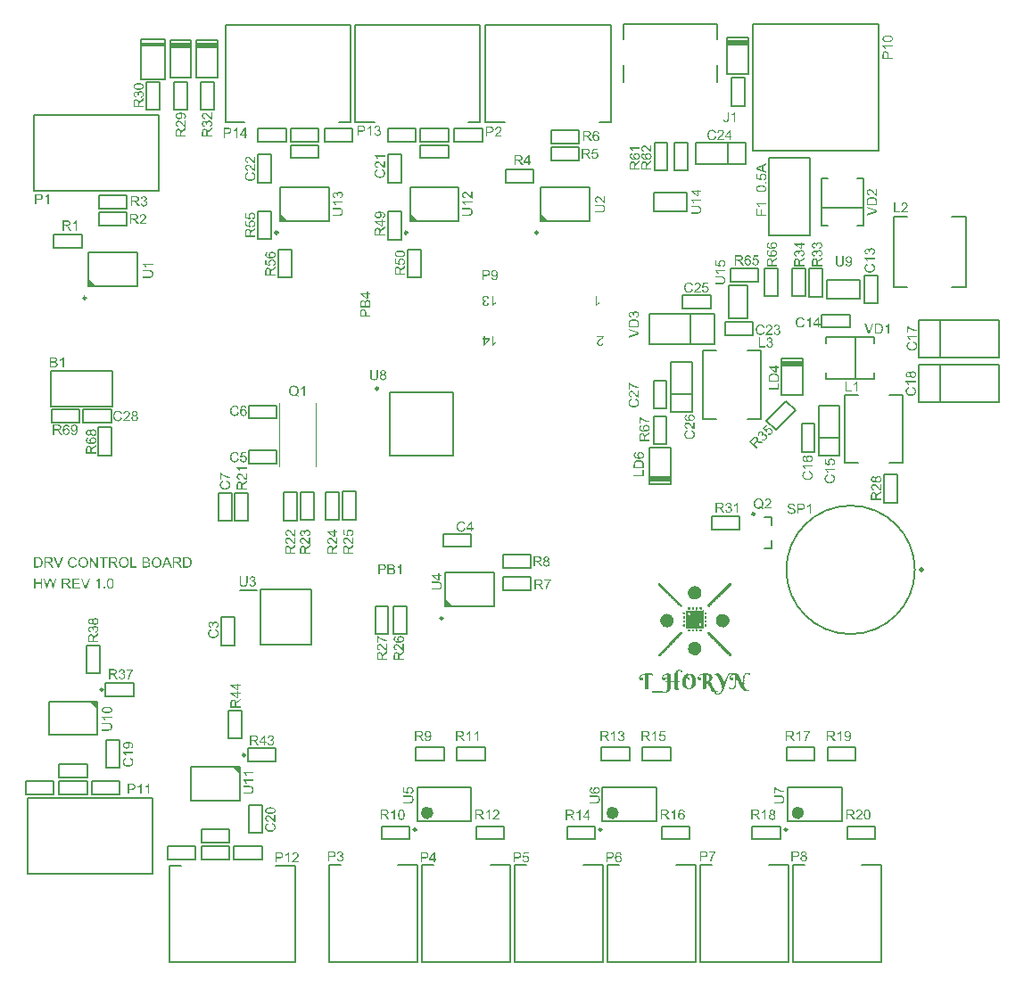
<source format=gto>
G04*
G04 #@! TF.GenerationSoftware,Altium Limited,Altium Designer,19.1.9 (167)*
G04*
G04 Layer_Color=65535*
%FSLAX42Y42*%
%MOMM*%
G71*
G01*
G75*
%ADD10C,0.25*%
%ADD11C,0.60*%
%ADD12C,0.10*%
%ADD13C,0.20*%
%ADD14C,0.50*%
%ADD15C,0.13*%
%ADD16C,0.13*%
%ADD17R,2.03X0.51*%
%ADD18R,2.24X0.30*%
G36*
X4579Y6591D02*
X4508Y6590D01*
X4507Y6663D01*
X4579Y6591D01*
D02*
G37*
G36*
X3339D02*
X3267Y6590D01*
X3267Y6663D01*
X3339Y6591D01*
D02*
G37*
G36*
X2109D02*
X2038Y6590D01*
X2037Y6663D01*
X2109Y6591D01*
D02*
G37*
G36*
X289Y5971D02*
X217Y5971D01*
X217Y6043D01*
X289Y5971D01*
D02*
G37*
G36*
X5978Y3124D02*
X5978Y3123D01*
X5991Y3122D01*
X5993Y3121D01*
X5993Y3120D01*
X5998Y3119D01*
X6000Y3117D01*
X6004Y3116D01*
X6006Y3114D01*
X6008Y3112D01*
X6008Y3111D01*
X6013Y3110D01*
X6013Y3109D01*
X6014Y3109D01*
X6018Y3104D01*
X6019Y3104D01*
X6020Y3099D01*
X6021Y3098D01*
X6022Y3098D01*
X6024Y3096D01*
X6025Y3095D01*
X6027Y3093D01*
X6028Y3092D01*
X6029Y3089D01*
X6028Y3087D01*
X6029Y3084D01*
X6031Y3083D01*
X6032Y3076D01*
X6033Y3074D01*
X6034Y3074D01*
X6035Y3049D01*
X6032Y3046D01*
X6031Y3036D01*
X6029Y3034D01*
X6028Y3030D01*
X6027Y3029D01*
X6025Y3028D01*
X6025Y3027D01*
X6024Y3026D01*
X6023Y3025D01*
X6022Y3021D01*
X6010Y3010D01*
X6010Y3009D01*
X6006Y3008D01*
X6001Y3004D01*
X6001Y3003D01*
X5993Y3002D01*
X5991Y2999D01*
X5981Y2999D01*
X5980Y2998D01*
X5980Y2997D01*
X5977Y2996D01*
X5975Y2996D01*
X5965Y2996D01*
X5965Y2997D01*
X5963Y2996D01*
X5960Y2997D01*
X5960Y2998D01*
X5959Y2999D01*
X5948Y3000D01*
X5946Y3002D01*
X5942Y3003D01*
X5940Y3006D01*
X5936Y3006D01*
X5935Y3007D01*
X5935Y3008D01*
X5934Y3009D01*
X5932Y3010D01*
X5932Y3011D01*
X5930Y3012D01*
X5923Y3019D01*
X5923Y3020D01*
X5922Y3021D01*
X5920Y3022D01*
X5920Y3023D01*
X5919Y3024D01*
X5918Y3025D01*
X5917Y3028D01*
X5911Y3034D01*
X5911Y3041D01*
X5910Y3042D01*
X5908Y3042D01*
X5908Y3079D01*
X5910Y3081D01*
X5911Y3081D01*
X5912Y3086D01*
X5914Y3088D01*
X5915Y3092D01*
X5917Y3094D01*
X5918Y3098D01*
X5919Y3099D01*
X5934Y3114D01*
X5938Y3114D01*
X5939Y3115D01*
X5939Y3116D01*
X5940Y3117D01*
X5942Y3119D01*
X5942Y3119D01*
X5950Y3120D01*
X5951Y3122D01*
X5961Y3123D01*
X5963Y3124D01*
X5963Y3125D01*
X5976Y3126D01*
X5978Y3124D01*
D02*
G37*
G36*
X6314Y3155D02*
X6315Y3153D01*
X6319Y3150D01*
X6320Y3149D01*
X6320Y3139D01*
X6318Y3137D01*
X6317Y3137D01*
X6316Y3132D01*
X6315Y3131D01*
X6315Y3131D01*
X6314Y3130D01*
X6312Y3128D01*
X6311Y3128D01*
X6311Y3127D01*
X6304Y3119D01*
X6303Y3119D01*
X6297Y3113D01*
X6296Y3113D01*
X6296Y3112D01*
X6282Y3098D01*
X6281Y3098D01*
X6281Y3097D01*
X6267Y3083D01*
X6266Y3083D01*
X6266Y3082D01*
X6264Y3080D01*
X6263Y3080D01*
X6263Y3078D01*
X6255Y3071D01*
X6254Y3071D01*
X6254Y3070D01*
X6252Y3068D01*
X6251Y3068D01*
X6251Y3067D01*
X6249Y3065D01*
X6248Y3065D01*
X6248Y3063D01*
X6247Y3062D01*
X6242Y3062D01*
X6241Y3057D01*
X6240Y3056D01*
X6239Y3056D01*
X6239Y3055D01*
X6237Y3053D01*
X6236Y3053D01*
X6236Y3052D01*
X6234Y3050D01*
X6233Y3050D01*
X6232Y3048D01*
X6225Y3041D01*
X6224Y3041D01*
X6224Y3040D01*
X6223Y3039D01*
X6218Y3038D01*
X6217Y3036D01*
X6216Y3035D01*
X6215Y3035D01*
X6214Y3030D01*
X6213Y3029D01*
X6212Y3029D01*
X6212Y3028D01*
X6210Y3026D01*
X6209Y3026D01*
X6209Y3025D01*
X6207Y3023D01*
X6206Y3023D01*
X6206Y3021D01*
X6204Y3020D01*
X6203Y3020D01*
X6202Y3018D01*
X6201Y3017D01*
X6200Y3016D01*
X6199Y3015D01*
X6198Y3014D01*
X6194Y3014D01*
X6194Y3013D01*
X6192Y3011D01*
X6191Y3011D01*
X6191Y3009D01*
X6191Y3007D01*
X6189Y3005D01*
X6188Y3005D01*
X6187Y3003D01*
X6180Y2996D01*
X6179Y2996D01*
X6179Y2995D01*
X6177Y2993D01*
X6176Y2993D01*
X6176Y2991D01*
X6175Y2990D01*
X6171Y2990D01*
X6170Y2989D01*
X6168Y2987D01*
X6167Y2986D01*
X6166Y2982D01*
X6165Y2981D01*
X6164Y2981D01*
X6164Y2980D01*
X6162Y2978D01*
X6161Y2978D01*
X6160Y2976D01*
X6159Y2975D01*
X6158Y2975D01*
X6157Y2973D01*
X6156Y2972D01*
X6152Y2972D01*
X6151Y2967D01*
X6149Y2966D01*
X6148Y2967D01*
X6146Y2966D01*
X6145Y2965D01*
X6144Y2963D01*
X6143Y2963D01*
X6142Y2958D01*
X6141Y2957D01*
X6140Y2957D01*
X6139Y2954D01*
X6134Y2954D01*
X6133Y2949D01*
X6132Y2948D01*
X6131Y2948D01*
X6130Y2946D01*
X6129Y2945D01*
X6128Y2944D01*
X6127Y2943D01*
X6126Y2942D01*
X6122Y2942D01*
X6122Y2941D01*
X6120Y2939D01*
X6119Y2939D01*
X6119Y2936D01*
X6118Y2934D01*
X6113Y2933D01*
X6112Y2931D01*
X6105Y2924D01*
X6101Y2925D01*
X6100Y2927D01*
X6095Y2928D01*
X6093Y2930D01*
X6090Y2934D01*
X6089Y2934D01*
X6088Y2936D01*
X6089Y2944D01*
X6090Y2945D01*
X6091Y2946D01*
X6093Y2948D01*
X6094Y2949D01*
X6095Y2950D01*
X6096Y2952D01*
X6097Y2952D01*
X6098Y2953D01*
X6099Y2955D01*
X6100Y2955D01*
X6101Y2956D01*
X6102Y2957D01*
X6103Y2958D01*
X6105Y2960D01*
X6107Y2961D01*
X6107Y2963D01*
X6108Y2964D01*
X6109Y2964D01*
X6110Y2965D01*
X6111Y2967D01*
X6112Y2967D01*
X6113Y2968D01*
X6114Y2970D01*
X6115Y2970D01*
X6116Y2971D01*
X6117Y2972D01*
X6118Y2973D01*
X6120Y2975D01*
X6122Y2976D01*
X6122Y2978D01*
X6123Y2979D01*
X6124Y2979D01*
X6126Y2981D01*
X6127Y2982D01*
X6128Y2983D01*
X6129Y2985D01*
X6130Y2985D01*
X6131Y2986D01*
X6132Y2987D01*
X6133Y2988D01*
X6135Y2990D01*
X6136Y2991D01*
X6138Y2994D01*
X6140Y2994D01*
X6141Y2997D01*
X6142Y2997D01*
X6143Y2998D01*
X6145Y3000D01*
X6145Y3000D01*
X6146Y3001D01*
X6147Y3002D01*
X6148Y3003D01*
X6150Y3005D01*
X6152Y3006D01*
X6152Y3008D01*
X6153Y3009D01*
X6155Y3009D01*
X6156Y3011D01*
X6157Y3012D01*
X6158Y3013D01*
X6160Y3015D01*
X6160Y3015D01*
X6161Y3016D01*
X6162Y3017D01*
X6163Y3018D01*
X6165Y3020D01*
X6167Y3021D01*
X6167Y3023D01*
X6168Y3024D01*
X6170Y3024D01*
X6171Y3026D01*
X6172Y3027D01*
X6173Y3028D01*
X6175Y3030D01*
X6176Y3030D01*
X6176Y3031D01*
X6177Y3032D01*
X6178Y3033D01*
X6180Y3035D01*
X6182Y3037D01*
X6182Y3038D01*
X6183Y3039D01*
X6185Y3039D01*
X6186Y3042D01*
X6187Y3042D01*
X6188Y3043D01*
X6190Y3045D01*
X6191Y3045D01*
X6191Y3047D01*
X6192Y3047D01*
X6193Y3048D01*
X6195Y3050D01*
X6197Y3052D01*
X6197Y3053D01*
X6198Y3054D01*
X6200Y3054D01*
X6201Y3057D01*
X6202Y3057D01*
X6203Y3058D01*
X6205Y3060D01*
X6206Y3060D01*
X6206Y3062D01*
X6207Y3062D01*
X6208Y3063D01*
X6210Y3066D01*
X6212Y3066D01*
X6213Y3069D01*
X6215Y3069D01*
X6217Y3072D01*
X6217Y3072D01*
X6218Y3073D01*
X6220Y3075D01*
X6221Y3075D01*
X6221Y3077D01*
X6222Y3078D01*
X6223Y3078D01*
X6225Y3080D01*
X6227Y3082D01*
X6227Y3083D01*
X6228Y3084D01*
X6230Y3084D01*
X6231Y3087D01*
X6232Y3087D01*
X6233Y3088D01*
X6234Y3089D01*
X6235Y3090D01*
X6237Y3092D01*
X6239Y3093D01*
X6239Y3095D01*
X6240Y3096D01*
X6242Y3096D01*
X6243Y3098D01*
X6245Y3100D01*
X6246Y3101D01*
X6247Y3102D01*
X6248Y3102D01*
X6248Y3103D01*
X6249Y3104D01*
X6250Y3105D01*
X6252Y3107D01*
X6254Y3109D01*
X6254Y3110D01*
X6255Y3111D01*
X6257Y3111D01*
X6258Y3114D01*
X6260Y3115D01*
X6261Y3116D01*
X6262Y3117D01*
X6263Y3117D01*
X6263Y3119D01*
X6264Y3119D01*
X6265Y3120D01*
X6267Y3122D01*
X6269Y3124D01*
X6269Y3125D01*
X6270Y3126D01*
X6272Y3126D01*
X6273Y3129D01*
X6275Y3130D01*
X6276Y3131D01*
X6277Y3132D01*
X6278Y3132D01*
X6278Y3134D01*
X6279Y3134D01*
X6280Y3135D01*
X6282Y3138D01*
X6284Y3138D01*
X6285Y3141D01*
X6287Y3141D01*
X6289Y3144D01*
X6290Y3145D01*
X6292Y3147D01*
X6293Y3147D01*
X6293Y3149D01*
X6294Y3150D01*
X6295Y3150D01*
X6297Y3152D01*
X6299Y3154D01*
X6299Y3155D01*
X6300Y3156D01*
X6314Y3155D01*
D02*
G37*
G36*
X3674Y2931D02*
X3603Y2931D01*
X3602Y3003D01*
X3674Y2931D01*
D02*
G37*
G36*
X5643Y3155D02*
X5854Y2944D01*
X5854Y2934D01*
X5851Y2932D01*
X5851Y2931D01*
X5848Y2929D01*
X5847Y2928D01*
X5843Y2927D01*
X5842Y2925D01*
X5840Y2924D01*
X5839Y2925D01*
X5839Y2926D01*
X5838Y2927D01*
X5834Y2928D01*
X5833Y2929D01*
X5833Y2930D01*
X5831Y2930D01*
X5830Y2932D01*
X5829Y2933D01*
X5825Y2934D01*
X5824Y2939D01*
X5819Y2940D01*
X5818Y2941D01*
X5817Y2942D01*
X5816Y2943D01*
Y2944D01*
X5815Y2944D01*
X5815Y2945D01*
X5816Y2946D01*
X5815Y2948D01*
X5813Y2949D01*
X5812Y2950D01*
X5811Y2951D01*
X5810Y2952D01*
X5808Y2951D01*
X5806Y2953D01*
X5805Y2954D01*
X5803Y2955D01*
X5802Y2957D01*
X5801Y2958D01*
X5800Y2960D01*
X5800Y2961D01*
X5799Y2964D01*
X5795Y2964D01*
X5793Y2966D01*
X5792Y2967D01*
X5791Y2968D01*
X5790Y2969D01*
X5788Y2970D01*
X5787Y2975D01*
X5785Y2977D01*
X5784Y2979D01*
X5780Y2979D01*
X5778Y2981D01*
X5777Y2982D01*
X5776Y2983D01*
X5775Y2984D01*
X5773Y2985D01*
X5772Y2987D01*
X5771Y2988D01*
X5769Y2990D01*
X5767Y2991D01*
X5767Y2996D01*
X5764Y2997D01*
X5763Y2999D01*
X5759Y3000D01*
X5758Y3001D01*
X5757Y3002D01*
X5755Y3003D01*
X5755Y3005D01*
X5754Y3006D01*
X5753Y3006D01*
X5752Y3011D01*
X5747Y3012D01*
X5746Y3013D01*
X5745Y3014D01*
X5743Y3016D01*
X5742Y3017D01*
X5741Y3018D01*
X5740Y3020D01*
X5740Y3021D01*
X5739Y3024D01*
X5734Y3024D01*
X5733Y3029D01*
X5729Y3030D01*
X5728Y3031D01*
X5727Y3032D01*
X5725Y3034D01*
X5724Y3036D01*
X5723Y3036D01*
X5721Y3038D01*
X5719Y3040D01*
X5718Y3041D01*
X5716Y3042D01*
X5715Y3047D01*
X5711Y3048D01*
X5710Y3050D01*
X5710Y3052D01*
X5709Y3054D01*
X5706Y3053D01*
X5704Y3055D01*
X5703Y3056D01*
X5701Y3057D01*
X5700Y3059D01*
X5699Y3060D01*
X5698Y3061D01*
X5697Y3062D01*
X5695Y3064D01*
X5694Y3066D01*
X5692Y3066D01*
X5692Y3071D01*
X5687Y3072D01*
X5686Y3073D01*
X5685Y3074D01*
X5683Y3076D01*
X5682Y3078D01*
X5681Y3078D01*
X5680Y3079D01*
X5679Y3080D01*
X5677Y3082D01*
X5677Y3083D01*
X5674Y3084D01*
X5673Y3086D01*
X5672Y3087D01*
X5671Y3088D01*
X5670Y3089D01*
X5668Y3091D01*
X5667Y3095D01*
X5662Y3096D01*
X5661Y3098D01*
X5660Y3099D01*
X5659Y3100D01*
X5658Y3101D01*
X5656Y3103D01*
X5655Y3104D01*
X5654Y3105D01*
X5653Y3106D01*
X5652Y3107D01*
X5650Y3109D01*
X5649Y3111D01*
X5647Y3111D01*
X5646Y3113D01*
X5645Y3114D01*
X5644Y3115D01*
X5643Y3119D01*
X5639Y3120D01*
X5638Y3121D01*
X5637Y3122D01*
X5635Y3124D01*
X5634Y3126D01*
X5632Y3126D01*
X5631Y3128D01*
X5630Y3129D01*
X5629Y3130D01*
X5628Y3131D01*
X5626Y3133D01*
X5625Y3137D01*
X5623Y3139D01*
X5623Y3148D01*
X5631Y3156D01*
X5643Y3155D01*
D02*
G37*
G36*
X6022Y2921D02*
X6036Y2921D01*
X6038Y2920D01*
Y2906D01*
Y2906D01*
X6037Y2901D01*
X6021Y2900D01*
X6020Y2901D01*
X6019Y2903D01*
X6018Y2903D01*
X6017Y2904D01*
X6016Y2920D01*
X6017Y2921D01*
X6020Y2922D01*
X6022Y2921D01*
D02*
G37*
G36*
X5986D02*
X5997Y2921D01*
X5998Y2921D01*
X5999Y2916D01*
X6000Y2915D01*
X6001Y2915D01*
X6001Y2913D01*
X5998Y2911D01*
X5999Y2910D01*
X6000Y2909D01*
X6001Y2908D01*
X6001Y2907D01*
X6001Y2906D01*
X5998Y2905D01*
X5998Y2901D01*
X5989Y2900D01*
X5988D01*
X5981Y2901D01*
X5980Y2902D01*
X5981Y2910D01*
X5980Y2920D01*
X5981Y2921D01*
X5984Y2922D01*
X5986Y2921D01*
D02*
G37*
G36*
X5954D02*
X5961Y2921D01*
X5963Y2920D01*
X5962Y2901D01*
X5945Y2900D01*
X5944Y2901D01*
Y2903D01*
Y2903D01*
X5945Y2921D01*
X5946Y2922D01*
X5954Y2921D01*
D02*
G37*
G36*
X5911D02*
X5925Y2921D01*
X5926Y2920D01*
X5926Y2904D01*
X5923Y2902D01*
X5923Y2901D01*
X5907Y2900D01*
X5905Y2902D01*
X5905Y2905D01*
X5906Y2905D01*
X5905Y2920D01*
X5906Y2921D01*
X5908Y2922D01*
X5911Y2921D01*
D02*
G37*
G36*
X6056Y2893D02*
X6056Y2888D01*
X6056Y2730D01*
X6055Y2728D01*
X6056Y2726D01*
X6055Y2723D01*
X5888Y2723D01*
X5888Y2724D01*
X5887Y2893D01*
X5889Y2894D01*
X5890Y2893D01*
X5892Y2891D01*
X5897Y2891D01*
X5902Y2891D01*
X5903Y2892D01*
X5905Y2891D01*
X5907Y2892D01*
X5908Y2893D01*
Y2893D01*
X5908Y2893D01*
X5910Y2894D01*
X5911Y2894D01*
X5913Y2891D01*
X5918Y2891D01*
X5977Y2891D01*
X5979Y2892D01*
X5980Y2891D01*
X5982Y2892D01*
X5983Y2893D01*
X5984Y2894D01*
X5986Y2894D01*
X5988Y2891D01*
X5993Y2891D01*
X6022Y2891D01*
X6024Y2892D01*
X6026Y2891D01*
X6027Y2892D01*
X6028Y2893D01*
X6029Y2894D01*
X6031Y2894D01*
X6033Y2891D01*
X6038Y2891D01*
X6042Y2891D01*
X6044Y2892D01*
X6046Y2891D01*
X6049Y2892D01*
X6050Y2893D01*
X6050Y2894D01*
X6053Y2895D01*
X6056Y2893D01*
D02*
G37*
G36*
X5710Y2861D02*
X5710Y2859D01*
X5711Y2858D01*
X5713Y2858D01*
X5715Y2858D01*
X5728Y2858D01*
X5729Y2855D01*
X5733Y2855D01*
X5735Y2852D01*
X5739Y2851D01*
X5740Y2851D01*
X5741Y2850D01*
X5742Y2849D01*
X5744Y2847D01*
X5744Y2846D01*
X5746Y2846D01*
X5748Y2846D01*
X5749Y2845D01*
X5750Y2841D01*
X5752Y2839D01*
X5753Y2838D01*
X5754Y2837D01*
X5755Y2836D01*
X5756Y2835D01*
X5757Y2834D01*
X5759Y2832D01*
X5759Y2831D01*
X5760Y2831D01*
X5761Y2830D01*
X5762Y2826D01*
X5764Y2824D01*
X5765Y2820D01*
X5766Y2819D01*
X5767Y2818D01*
X5767Y2814D01*
X5767Y2812D01*
X5768Y2810D01*
X5769Y2810D01*
X5770Y2809D01*
X5770Y2804D01*
X5770Y2790D01*
X5770Y2788D01*
X5770Y2786D01*
X5770Y2784D01*
X5768Y2783D01*
X5767Y2782D01*
X5767Y2779D01*
X5767Y2775D01*
X5766Y2774D01*
X5764Y2773D01*
X5764Y2766D01*
X5763Y2765D01*
X5758Y2760D01*
X5757Y2757D01*
X5744Y2744D01*
X5741Y2743D01*
X5737Y2739D01*
X5736Y2738D01*
X5733Y2738D01*
X5729Y2738D01*
X5728Y2737D01*
X5727Y2735D01*
X5720Y2735D01*
X5718Y2732D01*
X5696Y2733D01*
X5694Y2735D01*
X5684Y2735D01*
X5683Y2737D01*
X5682Y2738D01*
X5677Y2739D01*
X5676Y2741D01*
X5674Y2741D01*
X5673Y2741D01*
X5671Y2742D01*
X5670Y2743D01*
X5669Y2744D01*
X5668Y2745D01*
X5668Y2746D01*
X5667Y2747D01*
X5666Y2748D01*
X5664Y2750D01*
X5662Y2751D01*
X5661Y2752D01*
X5661Y2753D01*
X5659Y2754D01*
X5658Y2756D01*
X5656Y2757D01*
X5655Y2759D01*
X5653Y2760D01*
X5652Y2762D01*
X5651Y2763D01*
X5650Y2765D01*
X5650Y2767D01*
X5649Y2768D01*
X5647Y2769D01*
X5646Y2771D01*
X5647Y2773D01*
X5646Y2776D01*
X5645Y2778D01*
X5644Y2778D01*
X5645Y2815D01*
X5646Y2816D01*
X5647Y2817D01*
X5648Y2822D01*
X5650Y2823D01*
X5650Y2825D01*
X5650Y2826D01*
X5651Y2828D01*
X5652Y2829D01*
X5653Y2833D01*
X5654Y2834D01*
X5655Y2835D01*
X5668Y2848D01*
X5669Y2849D01*
X5673Y2850D01*
X5674Y2850D01*
X5674Y2851D01*
X5675Y2852D01*
X5677Y2854D01*
X5678Y2855D01*
X5685Y2856D01*
X5687Y2858D01*
X5699Y2858D01*
X5701Y2859D01*
X5702Y2861D01*
X5704Y2862D01*
X5706Y2861D01*
X5708Y2862D01*
X5710Y2861D01*
D02*
G37*
G36*
X6238Y2861D02*
X6239Y2859D01*
X6240Y2858D01*
X6242Y2858D01*
X6255Y2858D01*
X6258Y2856D01*
Y2856D01*
X6258Y2855D01*
X6262Y2855D01*
X6263Y2854D01*
X6264Y2852D01*
X6268Y2851D01*
X6270Y2849D01*
X6272Y2848D01*
X6273Y2846D01*
X6276Y2846D01*
X6278Y2846D01*
X6278Y2844D01*
X6280Y2843D01*
X6281Y2842D01*
X6281Y2841D01*
X6282Y2840D01*
X6284Y2840D01*
X6284Y2835D01*
X6285Y2834D01*
X6287Y2833D01*
X6288Y2831D01*
X6290Y2830D01*
X6291Y2829D01*
X6293Y2827D01*
X6294Y2822D01*
X6296Y2821D01*
X6296Y2818D01*
X6296Y2816D01*
X6296Y2814D01*
X6298Y2813D01*
X6299Y2812D01*
X6299Y2810D01*
X6299Y2784D01*
X6299Y2783D01*
X6298Y2780D01*
X6297Y2779D01*
X6296Y2779D01*
X6296Y2773D01*
X6295Y2771D01*
X6293Y2770D01*
X6293Y2766D01*
X6292Y2765D01*
X6290Y2764D01*
X6289Y2760D01*
X6289Y2759D01*
X6287Y2758D01*
X6286Y2756D01*
X6284Y2755D01*
X6284Y2754D01*
X6282Y2753D01*
X6281Y2752D01*
X6281Y2751D01*
X6280Y2750D01*
X6279Y2749D01*
X6277Y2747D01*
X6275Y2746D01*
X6273Y2744D01*
X6269Y2743D01*
X6269Y2742D01*
X6267Y2741D01*
X6266Y2740D01*
X6266Y2739D01*
X6265Y2738D01*
X6260Y2738D01*
X6259Y2735D01*
X6248Y2734D01*
X6247Y2732D01*
X6222Y2733D01*
X6220Y2735D01*
X6212Y2735D01*
X6212Y2737D01*
X6210Y2738D01*
X6206Y2738D01*
X6205Y2741D01*
X6203Y2741D01*
X6201Y2741D01*
X6200Y2742D01*
X6199Y2743D01*
X6197Y2745D01*
X6196Y2747D01*
X6195Y2748D01*
X6194Y2749D01*
X6193Y2750D01*
X6191Y2751D01*
X6190Y2753D01*
X6189Y2753D01*
X6187Y2755D01*
X6187Y2756D01*
X6186Y2756D01*
X6185Y2757D01*
X6184Y2759D01*
X6182Y2760D01*
X6181Y2765D01*
X6179Y2766D01*
X6178Y2771D01*
X6176Y2772D01*
X6176Y2774D01*
X6176Y2775D01*
X6175Y2777D01*
X6173Y2778D01*
X6172Y2780D01*
X6173Y2782D01*
X6173Y2811D01*
X6173Y2813D01*
X6175Y2813D01*
X6176Y2815D01*
X6176Y2821D01*
X6177Y2822D01*
X6178Y2823D01*
X6179Y2827D01*
X6180Y2828D01*
X6181Y2829D01*
X6182Y2834D01*
X6185Y2835D01*
X6186Y2837D01*
X6187Y2838D01*
X6188Y2839D01*
X6189Y2840D01*
X6191Y2841D01*
X6191Y2843D01*
X6193Y2843D01*
X6194Y2845D01*
X6195Y2846D01*
X6196Y2846D01*
X6197Y2847D01*
X6197Y2849D01*
X6202Y2850D01*
X6203Y2851D01*
X6204Y2852D01*
X6208Y2853D01*
X6210Y2855D01*
X6214Y2856D01*
X6215Y2857D01*
X6217Y2858D01*
X6231Y2858D01*
X6232Y2859D01*
X6233Y2860D01*
X6235Y2862D01*
X6238Y2861D01*
D02*
G37*
G36*
X6074Y2875D02*
X6075Y2873D01*
X6077Y2873D01*
X6079Y2873D01*
X6085Y2873D01*
X6086Y2870D01*
X6085Y2867D01*
X6086Y2865D01*
X6086Y2860D01*
X6086Y2857D01*
X6084Y2855D01*
X6066D01*
X6065Y2856D01*
X6065Y2857D01*
X6065Y2873D01*
X6070Y2874D01*
X6071Y2876D01*
X6074Y2875D01*
D02*
G37*
G36*
X5864Y2875D02*
X5864Y2874D01*
X5864Y2874D01*
X5865Y2873D01*
X5870Y2873D01*
X5878Y2873D01*
X5878Y2870D01*
X5878Y2859D01*
X5879Y2857D01*
X5877Y2855D01*
X5861Y2856D01*
X5860Y2857D01*
X5861Y2859D01*
X5860Y2861D01*
X5858Y2862D01*
X5857Y2862D01*
X5857Y2864D01*
X5857Y2866D01*
X5857Y2871D01*
X5858Y2873D01*
X5859Y2873D01*
X5860Y2874D01*
X5861Y2876D01*
X5863Y2876D01*
X5864Y2875D01*
D02*
G37*
G36*
X6086Y2836D02*
X6086Y2830D01*
X6086Y2827D01*
X6086Y2826D01*
X6085Y2824D01*
X6086Y2822D01*
X6085Y2820D01*
X6083Y2818D01*
X6082Y2817D01*
X6082Y2816D01*
X6079Y2816D01*
X6077Y2816D01*
X6066Y2816D01*
X6065Y2817D01*
X6065Y2837D01*
X6084Y2837D01*
X6086Y2836D01*
D02*
G37*
G36*
X5878Y2836D02*
X5879Y2834D01*
X5878Y2832D01*
Y2829D01*
Y2829D01*
X5878Y2818D01*
X5878Y2816D01*
X5875Y2816D01*
X5871Y2816D01*
X5862Y2816D01*
X5861Y2817D01*
X5860Y2819D01*
X5861Y2824D01*
X5860Y2826D01*
X5861Y2828D01*
X5860Y2830D01*
X5859Y2831D01*
X5858Y2831D01*
X5857Y2834D01*
X5860Y2835D01*
X5862Y2837D01*
X5878Y2836D01*
D02*
G37*
G36*
X6085Y2798D02*
X6086Y2795D01*
X6085Y2792D01*
X6086Y2790D01*
X6086Y2785D01*
X6086Y2782D01*
X6084Y2780D01*
X6071D01*
X6065Y2781D01*
X6065Y2797D01*
X6068Y2798D01*
X6085Y2798D01*
D02*
G37*
G36*
X5866Y2800D02*
X5867Y2798D01*
X5868Y2798D01*
X5869D01*
X5871Y2798D01*
X5878Y2798D01*
X5878Y2795D01*
X5878Y2784D01*
X5879Y2783D01*
X5877Y2780D01*
X5861Y2781D01*
X5860Y2782D01*
X5861Y2788D01*
X5860Y2790D01*
X5861Y2792D01*
X5860Y2794D01*
X5857Y2796D01*
X5858Y2798D01*
X5863Y2799D01*
X5864Y2801D01*
X5865Y2801D01*
X5866Y2800D01*
D02*
G37*
G36*
X6086Y2760D02*
X6086Y2755D01*
X6086Y2752D01*
X6085Y2750D01*
X6086Y2747D01*
X6085Y2745D01*
X6083Y2743D01*
X6082Y2742D01*
X6082Y2741D01*
X6079Y2741D01*
X6077Y2741D01*
X6067Y2741D01*
X6066D01*
X6065Y2742D01*
X6065Y2762D01*
X6084Y2762D01*
X6086Y2760D01*
D02*
G37*
G36*
X5878Y2761D02*
X5879Y2759D01*
X5878Y2757D01*
X5878Y2743D01*
X5878Y2741D01*
X5875Y2741D01*
X5873Y2741D01*
X5862Y2741D01*
X5861Y2742D01*
X5860Y2743D01*
X5859Y2744D01*
X5859Y2744D01*
X5857Y2745D01*
X5857Y2747D01*
X5857Y2750D01*
X5857Y2751D01*
X5858Y2753D01*
X5860Y2753D01*
X5860Y2755D01*
X5857Y2757D01*
X5858Y2759D01*
X5860Y2761D01*
X5862Y2762D01*
X5878Y2761D01*
D02*
G37*
G36*
X6032Y2716D02*
X6032Y2715D01*
X6033Y2714D01*
X6037Y2713D01*
X6038Y2697D01*
X6037Y2696D01*
X6034Y2696D01*
X6034D01*
X6033Y2696D01*
X6021Y2696D01*
X6019Y2696D01*
X6016Y2697D01*
X6017Y2713D01*
X6020Y2714D01*
X6022Y2714D01*
X6025Y2714D01*
X6027Y2717D01*
X6029Y2718D01*
X6032Y2716D01*
D02*
G37*
G36*
X5988Y2714D02*
X5996Y2714D01*
X5998Y2713D01*
X5999Y2711D01*
X5998Y2703D01*
X6000Y2702D01*
X6001Y2701D01*
X6002Y2699D01*
X6001Y2697D01*
X5998Y2696D01*
X5996Y2696D01*
X5985D01*
X5985Y2696D01*
X5982Y2696D01*
X5981Y2697D01*
X5980Y2699D01*
X5981Y2703D01*
X5980Y2713D01*
X5983Y2715D01*
X5984Y2717D01*
X5986Y2717D01*
X5988Y2714D01*
D02*
G37*
G36*
X5950D02*
X5961Y2714D01*
X5963Y2713D01*
Y2712D01*
X5962Y2697D01*
X5959Y2696D01*
X5957Y2696D01*
X5946Y2696D01*
X5944Y2697D01*
X5945Y2713D01*
X5948Y2714D01*
X5950Y2714D01*
D02*
G37*
G36*
X5913D02*
X5924Y2714D01*
X5926Y2713D01*
X5926Y2713D01*
X5926Y2697D01*
X5925Y2696D01*
X5923Y2696D01*
X5920Y2696D01*
X5907Y2696D01*
X5906Y2697D01*
X5905Y2699D01*
X5906Y2702D01*
X5905Y2713D01*
X5908Y2715D01*
X5909Y2717D01*
X5911Y2717D01*
X5913Y2714D01*
D02*
G37*
G36*
X5956Y2594D02*
X5988Y2594D01*
X5990Y2593D01*
X5990Y2591D01*
X5993Y2590D01*
X5995Y2591D01*
X5998Y2590D01*
X5999Y2588D01*
X6004Y2587D01*
X6014Y2577D01*
X6014Y2576D01*
X6019Y2575D01*
X6020Y2574D01*
X6020Y2570D01*
X6021Y2570D01*
X6026Y2565D01*
X6026Y2562D01*
X6026Y2561D01*
X6028Y2560D01*
X6029Y2556D01*
X6030Y2555D01*
X6031Y2554D01*
X6032Y2547D01*
X6035Y2544D01*
X6034Y2516D01*
X6032Y2515D01*
X6031Y2508D01*
X6030Y2507D01*
X6029Y2506D01*
X6028Y2501D01*
X6027Y2500D01*
X6026Y2500D01*
X6025Y2498D01*
X6026Y2496D01*
X6024Y2495D01*
X6023Y2494D01*
X6021Y2491D01*
X6020Y2491D01*
X6018Y2488D01*
X6017Y2488D01*
X6016Y2486D01*
X6014Y2485D01*
X6013Y2484D01*
X6013Y2483D01*
X6011Y2482D01*
X6010Y2481D01*
X6009Y2480D01*
X6008Y2479D01*
X6006Y2477D01*
X6002Y2476D01*
X6000Y2474D01*
X5999Y2473D01*
X5997Y2474D01*
X5996Y2473D01*
X5995Y2471D01*
X5992Y2470D01*
X5990Y2471D01*
X5987Y2470D01*
X5986Y2469D01*
X5986Y2468D01*
X5957Y2468D01*
X5956Y2470D01*
X5955Y2471D01*
X5949Y2471D01*
X5947Y2472D01*
X5947Y2473D01*
X5945Y2474D01*
X5943Y2473D01*
X5941Y2475D01*
X5941Y2476D01*
X5936Y2477D01*
X5934Y2480D01*
X5933Y2480D01*
X5931Y2483D01*
X5930Y2483D01*
X5928Y2486D01*
X5927Y2486D01*
X5925Y2489D01*
X5924Y2489D01*
X5923Y2491D01*
X5922Y2492D01*
X5921Y2492D01*
X5920Y2494D01*
X5919Y2495D01*
X5918Y2495D01*
X5916Y2497D01*
X5914Y2499D01*
X5914Y2503D01*
X5912Y2505D01*
X5911Y2512D01*
X5910Y2513D01*
X5908Y2514D01*
X5909Y2548D01*
X5911Y2550D01*
X5912Y2557D01*
X5912Y2557D01*
X5912Y2557D01*
X5914Y2559D01*
X5915Y2563D01*
X5916Y2564D01*
X5917Y2565D01*
X5918Y2569D01*
X5920Y2571D01*
X5922Y2573D01*
X5923Y2574D01*
X5924Y2575D01*
X5925Y2576D01*
X5926Y2577D01*
X5927Y2578D01*
X5929Y2580D01*
X5930Y2582D01*
X5932Y2582D01*
X5933Y2583D01*
X5933Y2584D01*
X5938Y2585D01*
X5939Y2588D01*
X5944Y2589D01*
X5946Y2591D01*
X5950Y2591D01*
X5951Y2594D01*
X5954Y2594D01*
X5956Y2594D01*
D02*
G37*
G36*
X6166Y2632D02*
X6166Y2632D01*
X6320Y2478D01*
X6320Y2466D01*
X6315Y2461D01*
X6311Y2461D01*
X6310Y2459D01*
X6308Y2458D01*
X6303Y2459D01*
X6302Y2460D01*
X6301Y2461D01*
X6297Y2462D01*
X6295Y2464D01*
X6293Y2466D01*
X6293Y2470D01*
X6292Y2471D01*
X6287Y2471D01*
X6286Y2474D01*
X6284Y2474D01*
X6284Y2476D01*
X6283Y2476D01*
X6282Y2477D01*
X6280Y2479D01*
X6278Y2481D01*
X6278Y2482D01*
X6277Y2483D01*
X6275Y2483D01*
X6274Y2486D01*
X6272Y2487D01*
X6271Y2488D01*
X6270Y2489D01*
X6269Y2490D01*
X6268Y2494D01*
X6263Y2495D01*
X6262Y2497D01*
X6260Y2499D01*
X6259Y2500D01*
X6258Y2501D01*
X6257Y2502D01*
X6256Y2504D01*
X6254Y2504D01*
X6254Y2506D01*
X6253Y2507D01*
X6252Y2507D01*
X6250Y2509D01*
X6248Y2511D01*
X6248Y2512D01*
X6247Y2513D01*
X6245Y2513D01*
X6244Y2518D01*
X6240Y2519D01*
X6239Y2520D01*
X6238Y2521D01*
X6236Y2522D01*
X6236Y2524D01*
X6235Y2525D01*
X6233Y2525D01*
X6232Y2527D01*
X6230Y2529D01*
X6229Y2530D01*
X6228Y2531D01*
X6227Y2532D01*
X6226Y2534D01*
X6224Y2534D01*
X6224Y2536D01*
X6223Y2537D01*
X6222Y2537D01*
X6221Y2540D01*
X6221Y2541D01*
X6220Y2543D01*
X6215Y2543D01*
X6214Y2548D01*
X6210Y2549D01*
X6209Y2550D01*
X6208Y2551D01*
X6206Y2553D01*
X6206Y2554D01*
X6205Y2555D01*
X6203Y2555D01*
X6202Y2558D01*
X6200Y2559D01*
X6199Y2560D01*
X6198Y2561D01*
X6197Y2562D01*
X6196Y2566D01*
X6191Y2567D01*
X6191Y2569D01*
X6191Y2571D01*
X6190Y2573D01*
X6185Y2574D01*
X6184Y2578D01*
X6180Y2579D01*
X6179Y2580D01*
X6178Y2581D01*
X6176Y2583D01*
X6176Y2584D01*
X6176Y2586D01*
X6175Y2588D01*
X6173Y2589D01*
X6172Y2590D01*
X6171Y2591D01*
X6170Y2592D01*
X6169Y2593D01*
X6167Y2595D01*
X6166Y2597D01*
X6161Y2597D01*
X6160Y2599D01*
X6158Y2601D01*
X6157Y2602D01*
X6156Y2603D01*
X6155Y2604D01*
X6154Y2606D01*
X6152Y2607D01*
X6151Y2611D01*
X6149Y2613D01*
X6148Y2615D01*
X6143Y2615D01*
X6142Y2618D01*
X6140Y2619D01*
X6139Y2620D01*
X6138Y2621D01*
X6137Y2622D01*
X6135Y2624D01*
X6134Y2625D01*
X6133Y2626D01*
X6131Y2628D01*
X6130Y2629D01*
X6129Y2630D01*
X6128Y2630D01*
X6127Y2635D01*
X6125Y2637D01*
X6124Y2638D01*
X6123Y2639D01*
X6121Y2639D01*
X6119Y2639D01*
X6119Y2640D01*
X6118Y2645D01*
X6113Y2646D01*
X6112Y2650D01*
X6111Y2651D01*
X6109Y2651D01*
X6107Y2652D01*
X6106Y2653D01*
X6104Y2655D01*
X6103Y2660D01*
X6101Y2661D01*
X6100Y2662D01*
X6099Y2663D01*
X6097Y2665D01*
X6097Y2666D01*
X6096Y2666D01*
X6095Y2667D01*
X6094Y2668D01*
X6092Y2670D01*
X6091Y2672D01*
X6089Y2672D01*
X6088Y2673D01*
X6089Y2683D01*
X6093Y2687D01*
X6095Y2688D01*
X6095Y2690D01*
X6108Y2690D01*
X6166Y2632D01*
D02*
G37*
G36*
X5848Y2689D02*
X5849Y2687D01*
X5851Y2686D01*
X5852Y2685D01*
X5853Y2684D01*
X5854Y2683D01*
X5854Y2673D01*
X5853Y2672D01*
X5852Y2671D01*
X5851Y2666D01*
X5847Y2666D01*
X5846Y2665D01*
X5845Y2663D01*
X5846Y2661D01*
X5844Y2660D01*
X5840Y2659D01*
X5839Y2655D01*
X5838Y2654D01*
X5834Y2653D01*
X5833Y2652D01*
X5831Y2651D01*
X5831Y2650D01*
X5830Y2648D01*
X5831Y2646D01*
X5829Y2645D01*
X5828Y2644D01*
X5826Y2642D01*
X5821Y2641D01*
X5821Y2636D01*
X5820Y2635D01*
X5819Y2635D01*
X5818Y2634D01*
X5817Y2633D01*
X5816Y2632D01*
X5814Y2630D01*
X5810Y2629D01*
X5808Y2627D01*
X5806Y2626D01*
X5805Y2621D01*
X5805Y2620D01*
X5804Y2620D01*
X5803Y2619D01*
X5802Y2618D01*
X5798Y2617D01*
X5797Y2613D01*
X5796Y2612D01*
X5791Y2611D01*
X5790Y2606D01*
X5787Y2606D01*
X5785Y2605D01*
X5785Y2604D01*
X5783Y2602D01*
X5782Y2602D01*
X5782Y2598D01*
X5781Y2597D01*
X5780Y2596D01*
X5778Y2594D01*
X5776Y2593D01*
X5775Y2591D01*
X5775Y2590D01*
X5774Y2590D01*
X5773Y2589D01*
X5772Y2588D01*
X5771Y2587D01*
X5769Y2585D01*
X5767Y2584D01*
X5767Y2583D01*
X5766Y2582D01*
X5761Y2581D01*
X5760Y2576D01*
X5759Y2575D01*
X5759Y2575D01*
X5758Y2574D01*
X5757Y2573D01*
X5756Y2572D01*
X5754Y2570D01*
X5752Y2569D01*
X5752Y2568D01*
X5751Y2567D01*
X5749Y2566D01*
X5748Y2564D01*
X5746Y2563D01*
X5745Y2561D01*
X5744Y2560D01*
X5743Y2560D01*
X5742Y2558D01*
X5738Y2557D01*
X5736Y2555D01*
X5734Y2554D01*
X5733Y2549D01*
X5733Y2548D01*
X5731Y2548D01*
X5730Y2546D01*
X5728Y2545D01*
X5728Y2544D01*
X5727Y2543D01*
X5726Y2542D01*
X5724Y2540D01*
X5723Y2539D01*
X5721Y2537D01*
X5719Y2536D01*
X5718Y2533D01*
X5713Y2533D01*
X5712Y2528D01*
X5710Y2527D01*
X5710Y2526D01*
X5709Y2525D01*
X5708Y2524D01*
X5706Y2522D01*
X5704Y2521D01*
X5703Y2519D01*
X5703Y2518D01*
X5701Y2518D01*
X5700Y2516D01*
X5698Y2515D01*
X5698Y2514D01*
X5697Y2513D01*
X5696Y2512D01*
X5694Y2510D01*
X5692Y2509D01*
X5692Y2507D01*
X5691Y2507D01*
X5689Y2506D01*
X5688Y2504D01*
X5686Y2502D01*
X5685Y2501D01*
X5684Y2500D01*
X5683Y2500D01*
X5683Y2499D01*
X5682Y2498D01*
X5681Y2497D01*
X5679Y2495D01*
X5677Y2494D01*
X5677Y2492D01*
X5676Y2491D01*
X5674Y2491D01*
X5673Y2489D01*
X5671Y2487D01*
X5670Y2486D01*
X5666Y2485D01*
X5665Y2481D01*
X5664Y2480D01*
X5662Y2479D01*
X5662Y2479D01*
Y2478D01*
X5661Y2476D01*
X5659Y2476D01*
X5658Y2474D01*
X5656Y2472D01*
X5655Y2471D01*
X5653Y2470D01*
X5652Y2468D01*
X5651Y2467D01*
X5649Y2465D01*
X5647Y2464D01*
X5646Y2461D01*
X5641Y2461D01*
X5639Y2458D01*
X5633Y2459D01*
X5631Y2461D01*
X5631Y2461D01*
X5627Y2462D01*
X5626Y2463D01*
X5625Y2464D01*
X5623Y2466D01*
X5623Y2478D01*
X5724Y2579D01*
X5725Y2579D01*
X5725Y2581D01*
X5739Y2594D01*
X5740Y2594D01*
X5740Y2596D01*
X5754Y2609D01*
X5755Y2610D01*
X5755Y2611D01*
X5766Y2621D01*
X5767Y2621D01*
X5767Y2623D01*
X5769Y2624D01*
X5770Y2625D01*
X5770Y2626D01*
X5784Y2639D01*
X5785Y2640D01*
X5785Y2641D01*
X5796Y2651D01*
X5797Y2651D01*
X5797Y2653D01*
X5799Y2654D01*
X5800Y2655D01*
X5800Y2656D01*
X5802Y2657D01*
X5803Y2658D01*
X5804Y2659D01*
X5811Y2666D01*
X5812Y2666D01*
X5812Y2668D01*
X5814Y2669D01*
X5815Y2670D01*
X5816Y2671D01*
X5817Y2672D01*
X5818Y2673D01*
X5819Y2674D01*
X5826Y2681D01*
X5827Y2682D01*
X5827Y2683D01*
X5829Y2684D01*
X5830Y2685D01*
X5831Y2686D01*
X5832Y2687D01*
X5833Y2688D01*
X5834Y2689D01*
X5835Y2690D01*
X5848Y2689D01*
D02*
G37*
G36*
X5839Y2328D02*
X5840Y2327D01*
X5841Y2326D01*
X5845Y2326D01*
X5846Y2324D01*
X5848Y2323D01*
X5850Y2324D01*
X5851Y2323D01*
X5851Y2309D01*
X5850Y2308D01*
X5844Y2309D01*
X5843Y2308D01*
X5842D01*
X5840Y2309D01*
X5839Y2310D01*
X5839Y2314D01*
X5836Y2316D01*
X5833Y2319D01*
X5833Y2320D01*
X5830Y2321D01*
X5819Y2320D01*
X5818Y2319D01*
X5817Y2318D01*
X5816Y2317D01*
X5815Y2315D01*
X5816Y2313D01*
X5815Y2312D01*
X5813Y2311D01*
X5812Y2310D01*
X5812Y2309D01*
X5812Y2292D01*
X5811Y2291D01*
X5810Y2290D01*
X5809Y2289D01*
X5810Y2222D01*
X5811Y2221D01*
X5829Y2221D01*
X5830Y2221D01*
X5831Y2218D01*
X5830Y2213D01*
X5829Y2212D01*
X5810Y2212D01*
X5809Y2159D01*
X5810Y2158D01*
X5811Y2158D01*
X5812Y2157D01*
X5812Y2156D01*
X5809Y2154D01*
X5810Y2152D01*
X5811Y2152D01*
X5812Y2151D01*
X5813Y2147D01*
X5815Y2146D01*
X5817Y2147D01*
X5820Y2149D01*
X5821Y2150D01*
X5824Y2148D01*
X5824Y2144D01*
X5819Y2143D01*
X5818Y2142D01*
X5817Y2141D01*
X5813Y2140D01*
X5811Y2137D01*
X5786Y2137D01*
X5785Y2139D01*
X5784Y2140D01*
X5782Y2141D01*
X5782Y2142D01*
X5780Y2144D01*
X5778Y2146D01*
X5777Y2147D01*
X5776Y2147D01*
X5775Y2212D01*
X5744Y2212D01*
X5743Y2211D01*
X5743Y2157D01*
X5742Y2155D01*
X5741Y2155D01*
X5740Y2152D01*
X5740Y2149D01*
X5740Y2148D01*
X5740Y2146D01*
X5740Y2144D01*
X5737Y2142D01*
X5737Y2138D01*
X5733Y2134D01*
X5731Y2133D01*
X5730Y2129D01*
X5729Y2128D01*
X5728Y2127D01*
X5728Y2126D01*
X5727Y2125D01*
X5726Y2125D01*
X5724Y2122D01*
X5719Y2121D01*
X5718Y2119D01*
X5713Y2119D01*
X5713Y2116D01*
X5708Y2115D01*
X5707Y2114D01*
X5706Y2113D01*
X5704Y2113D01*
X5702Y2113D01*
X5696Y2113D01*
X5694Y2111D01*
X5666Y2110D01*
X5665Y2112D01*
X5664Y2113D01*
X5659Y2114D01*
X5658Y2116D01*
X5654Y2116D01*
X5652Y2119D01*
X5650Y2118D01*
X5650Y2115D01*
X5650Y2113D01*
X5650Y2108D01*
X5649Y2107D01*
X5569Y2108D01*
X5569Y2127D01*
X5570Y2128D01*
X5649Y2128D01*
X5650Y2123D01*
X5651Y2122D01*
X5652Y2123D01*
X5653Y2124D01*
X5654Y2128D01*
X5655Y2128D01*
X5656Y2129D01*
X5656Y2131D01*
X5659Y2131D01*
X5661Y2131D01*
X5663Y2131D01*
X5665Y2131D01*
X5665Y2129D01*
X5665Y2127D01*
X5667Y2125D01*
X5668Y2124D01*
X5668Y2123D01*
X5669Y2122D01*
X5671Y2121D01*
X5672Y2119D01*
X5691Y2119D01*
X5692Y2121D01*
X5693Y2122D01*
X5697Y2123D01*
X5699Y2125D01*
X5701Y2126D01*
X5702Y2131D01*
X5704Y2132D01*
X5705Y2137D01*
X5707Y2138D01*
X5707Y2211D01*
X5706Y2212D01*
X5689Y2213D01*
X5689Y2220D01*
X5690Y2221D01*
X5692Y2222D01*
X5694Y2221D01*
X5706Y2222D01*
X5707Y2223D01*
X5707Y2281D01*
X5704Y2282D01*
X5703Y2283D01*
X5703Y2284D01*
X5700Y2285D01*
X5698Y2283D01*
X5697Y2282D01*
X5695Y2281D01*
X5691Y2281D01*
X5689Y2280D01*
X5688Y2279D01*
X5686Y2278D01*
X5685Y2279D01*
X5683Y2278D01*
X5683Y2276D01*
X5682Y2275D01*
X5677Y2275D01*
X5676Y2273D01*
X5675Y2272D01*
X5674Y2271D01*
X5673Y2267D01*
X5672Y2266D01*
X5671Y2265D01*
X5671Y2256D01*
X5672Y2254D01*
X5674Y2254D01*
X5676Y2251D01*
X5679Y2252D01*
X5681Y2254D01*
X5686Y2255D01*
X5687Y2257D01*
X5691Y2257D01*
X5692Y2256D01*
X5692Y2255D01*
X5694Y2254D01*
X5695Y2253D01*
X5696Y2252D01*
X5697Y2251D01*
X5698Y2250D01*
X5698Y2248D01*
X5698Y2246D01*
X5698Y2245D01*
X5697Y2242D01*
X5696Y2242D01*
X5695Y2240D01*
X5695Y2238D01*
X5694Y2237D01*
X5693Y2236D01*
X5692Y2234D01*
X5691Y2234D01*
X5690Y2233D01*
X5687Y2234D01*
X5686Y2232D01*
X5685Y2231D01*
X5675Y2230D01*
X5674Y2231D01*
X5673Y2233D01*
X5672Y2234D01*
X5670Y2233D01*
X5668Y2234D01*
X5668Y2235D01*
X5667Y2236D01*
X5662Y2237D01*
X5661Y2241D01*
X5661Y2242D01*
X5659Y2243D01*
X5659Y2262D01*
X5661Y2264D01*
X5662Y2264D01*
X5663Y2269D01*
X5665Y2270D01*
X5665Y2272D01*
X5665Y2273D01*
X5666Y2275D01*
X5667Y2276D01*
X5668Y2277D01*
X5669Y2278D01*
X5671Y2279D01*
X5672Y2278D01*
X5674Y2280D01*
X5675Y2281D01*
X5677Y2282D01*
X5678Y2284D01*
X5682Y2285D01*
X5684Y2287D01*
X5688Y2288D01*
X5689Y2289D01*
X5691Y2291D01*
X5699Y2290D01*
X5701Y2291D01*
X5702Y2293D01*
X5703Y2294D01*
X5707Y2293D01*
X5724Y2294D01*
X5726Y2293D01*
X5728Y2294D01*
X5730Y2293D01*
X5731Y2292D01*
X5732Y2291D01*
X5736Y2290D01*
X5737Y2289D01*
X5738Y2288D01*
X5740Y2286D01*
X5741Y2284D01*
X5743Y2284D01*
X5744Y2281D01*
X5743Y2279D01*
X5744Y2222D01*
X5744Y2221D01*
X5776Y2222D01*
X5776Y2284D01*
X5779Y2286D01*
X5780Y2296D01*
X5782Y2297D01*
X5783Y2302D01*
X5785Y2304D01*
X5785Y2305D01*
X5785Y2306D01*
X5786Y2308D01*
X5787Y2309D01*
X5791Y2313D01*
X5792Y2317D01*
X5796Y2321D01*
X5800Y2321D01*
X5801Y2323D01*
X5803Y2324D01*
X5804Y2323D01*
X5806Y2325D01*
X5807Y2326D01*
X5811Y2327D01*
X5812Y2328D01*
X5813Y2329D01*
X5838Y2329D01*
X5839Y2328D01*
D02*
G37*
G36*
X5568Y2293D02*
X5569Y2292D01*
X5569Y2291D01*
X5574Y2290D01*
X5575Y2288D01*
X5577Y2287D01*
X5578Y2286D01*
X5577Y2285D01*
X5575Y2283D01*
X5574Y2280D01*
X5575Y2278D01*
X5574Y2276D01*
X5572Y2274D01*
X5571Y2273D01*
X5570Y2272D01*
X5569Y2273D01*
X5568Y2275D01*
X5567Y2275D01*
X5563Y2276D01*
X5562Y2278D01*
X5560Y2279D01*
X5559Y2278D01*
X5556Y2280D01*
X5556Y2281D01*
X5553Y2282D01*
X5552Y2281D01*
X5542Y2282D01*
X5541Y2284D01*
X5533Y2284D01*
X5533Y2281D01*
Y2246D01*
Y2245D01*
X5533Y2154D01*
X5532Y2152D01*
X5530Y2152D01*
X5529Y2150D01*
X5530Y2148D01*
X5529Y2147D01*
X5528Y2146D01*
X5523Y2146D01*
X5521Y2145D01*
X5520Y2144D01*
X5517Y2143D01*
X5515Y2143D01*
X5511Y2143D01*
X5509Y2144D01*
X5508Y2146D01*
X5503Y2147D01*
X5502Y2149D01*
X5500Y2150D01*
X5499Y2152D01*
X5500Y2155D01*
X5500Y2276D01*
X5500Y2280D01*
X5499Y2281D01*
X5496Y2281D01*
X5486Y2281D01*
X5484Y2282D01*
X5482Y2280D01*
X5481Y2279D01*
X5479Y2278D01*
X5477Y2279D01*
X5476Y2277D01*
X5475Y2276D01*
X5470Y2275D01*
X5469Y2273D01*
X5464Y2272D01*
X5464Y2271D01*
X5456Y2263D01*
X5455Y2263D01*
X5454Y2260D01*
X5455Y2258D01*
X5454Y2253D01*
X5455Y2252D01*
X5456Y2251D01*
X5458Y2250D01*
X5458Y2249D01*
X5461Y2248D01*
X5464Y2250D01*
X5464Y2251D01*
X5469Y2252D01*
X5470Y2253D01*
X5471Y2254D01*
X5473Y2255D01*
X5476Y2253D01*
X5476Y2252D01*
X5477Y2251D01*
X5478Y2250D01*
X5480Y2248D01*
X5481Y2247D01*
X5482Y2241D01*
X5480Y2239D01*
X5479Y2239D01*
X5478Y2234D01*
X5476Y2232D01*
X5475Y2231D01*
X5472Y2229D01*
X5472Y2228D01*
X5453Y2227D01*
X5452Y2228D01*
X5451Y2229D01*
X5450Y2230D01*
X5449Y2231D01*
X5447Y2233D01*
X5445Y2234D01*
X5445Y2236D01*
X5444Y2237D01*
X5443Y2237D01*
X5442Y2241D01*
X5443Y2243D01*
X5441Y2245D01*
X5440Y2246D01*
X5439Y2247D01*
X5440Y2250D01*
X5441Y2252D01*
X5442Y2252D01*
X5443Y2255D01*
X5442Y2256D01*
X5443Y2263D01*
X5445Y2264D01*
X5446Y2269D01*
X5448Y2270D01*
X5455Y2277D01*
X5455Y2278D01*
X5458Y2279D01*
X5458Y2278D01*
X5461Y2280D01*
X5461Y2281D01*
X5463Y2282D01*
X5465Y2284D01*
X5472Y2285D01*
X5474Y2287D01*
X5481Y2288D01*
X5482Y2289D01*
X5482Y2290D01*
X5485Y2291D01*
X5496Y2291D01*
X5497Y2292D01*
X5498Y2294D01*
X5503Y2293D01*
X5562Y2294D01*
X5564Y2293D01*
X5565Y2294D01*
X5568Y2293D01*
D02*
G37*
G36*
X6326Y2295D02*
X6326Y2292D01*
X6327Y2291D01*
X6336Y2290D01*
X6338Y2291D01*
X6339Y2293D01*
X6341Y2294D01*
X6344Y2293D01*
X6365Y2294D01*
X6366Y2293D01*
X6368Y2294D01*
X6371Y2293D01*
X6372Y2291D01*
X6376Y2290D01*
X6378Y2288D01*
X6378Y2287D01*
X6382Y2287D01*
X6383Y2286D01*
X6384Y2285D01*
X6387Y2283D01*
X6386Y2280D01*
X6387Y2279D01*
X6389Y2278D01*
X6390Y2273D01*
X6391Y2272D01*
X6392Y2272D01*
X6393Y2267D01*
X6394Y2266D01*
X6395Y2265D01*
X6396Y2261D01*
X6398Y2259D01*
X6399Y2255D01*
X6401Y2253D01*
X6402Y2252D01*
X6401Y2250D01*
X6402Y2249D01*
X6404Y2248D01*
X6404Y2245D01*
X6404Y2241D01*
X6406Y2239D01*
X6407Y2239D01*
X6408Y2234D01*
X6410Y2232D01*
X6411Y2228D01*
X6413Y2226D01*
X6414Y2222D01*
X6416Y2221D01*
X6417Y2219D01*
X6416Y2217D01*
X6418Y2215D01*
X6419Y2214D01*
X6420Y2210D01*
X6421Y2209D01*
X6422Y2209D01*
X6423Y2204D01*
X6425Y2203D01*
X6425Y2200D01*
X6425Y2199D01*
X6426Y2197D01*
X6428Y2198D01*
X6428Y2205D01*
X6428Y2207D01*
X6428Y2209D01*
X6428Y2262D01*
X6429Y2263D01*
X6431Y2264D01*
X6432Y2266D01*
X6431Y2271D01*
X6433Y2272D01*
X6434Y2273D01*
X6435Y2276D01*
X6434Y2278D01*
X6435Y2281D01*
X6437Y2282D01*
X6443Y2289D01*
X6444Y2290D01*
X6445Y2291D01*
X6447Y2292D01*
X6447Y2293D01*
X6449Y2294D01*
X6450Y2293D01*
X6452Y2295D01*
X6453Y2296D01*
X6456Y2297D01*
X6458Y2296D01*
X6487Y2296D01*
X6488Y2296D01*
X6489Y2295D01*
X6490Y2293D01*
X6493Y2294D01*
X6497Y2289D01*
X6497Y2282D01*
X6496Y2281D01*
X6495Y2281D01*
X6494Y2280D01*
X6493Y2278D01*
X6492Y2278D01*
X6491Y2276D01*
X6490Y2275D01*
X6488Y2275D01*
X6485Y2276D01*
X6485Y2278D01*
X6484Y2279D01*
X6483Y2279D01*
X6482Y2284D01*
X6479Y2286D01*
X6478Y2287D01*
X6474Y2288D01*
X6472Y2291D01*
X6465Y2290D01*
X6464Y2289D01*
X6464Y2288D01*
X6456Y2287D01*
X6453Y2284D01*
X6451Y2281D01*
X6450Y2281D01*
X6449Y2280D01*
X6448Y2278D01*
X6447Y2278D01*
X6446Y2275D01*
X6447Y2271D01*
X6445Y2269D01*
X6444Y2269D01*
X6443Y2266D01*
X6443Y2264D01*
X6443Y2243D01*
X6442Y2242D01*
X6441Y2242D01*
X6440Y2234D01*
X6442Y2233D01*
X6443Y2232D01*
X6443Y2220D01*
X6442Y2219D01*
X6441Y2218D01*
X6440Y2216D01*
X6443Y2214D01*
X6443Y2210D01*
X6440Y2209D01*
X6441Y2206D01*
X6443Y2205D01*
X6443Y2199D01*
X6441Y2197D01*
X6440Y2196D01*
X6440Y2193D01*
X6441Y2192D01*
X6443Y2191D01*
X6443Y2190D01*
X6443Y2189D01*
X6442Y2188D01*
X6441Y2187D01*
X6440Y2181D01*
X6442Y2179D01*
X6443Y2178D01*
X6443Y2178D01*
X6442Y2176D01*
X6441Y2175D01*
X6440Y2173D01*
X6441Y2170D01*
X6443Y2170D01*
X6443Y2169D01*
X6444Y2164D01*
X6446Y2163D01*
X6447Y2162D01*
X6446Y2160D01*
X6447Y2158D01*
X6448Y2158D01*
X6455Y2151D01*
X6456Y2147D01*
X6457Y2146D01*
X6458Y2146D01*
X6459Y2144D01*
X6460Y2143D01*
X6461Y2142D01*
X6462Y2141D01*
X6463Y2140D01*
X6466Y2140D01*
X6468Y2138D01*
X6468Y2137D01*
X6484Y2137D01*
X6485Y2136D01*
X6485Y2132D01*
X6482Y2131D01*
X6479Y2131D01*
X6477Y2131D01*
X6475Y2129D01*
X6474Y2128D01*
X6469Y2128D01*
X6467Y2127D01*
X6467Y2126D01*
X6450Y2125D01*
X6449Y2128D01*
X6446Y2128D01*
X6442Y2128D01*
X6440Y2129D01*
X6440Y2131D01*
X6438Y2132D01*
X6436Y2134D01*
X6432Y2135D01*
X6430Y2137D01*
X6428Y2138D01*
X6428Y2139D01*
X6427Y2140D01*
X6426Y2141D01*
X6424Y2143D01*
X6422Y2144D01*
X6422Y2146D01*
X6419Y2147D01*
X6418Y2152D01*
X6416Y2153D01*
X6415Y2155D01*
X6414Y2156D01*
X6413Y2160D01*
X6412Y2161D01*
X6411Y2162D01*
X6407Y2166D01*
X6407Y2170D01*
X6406Y2170D01*
X6402Y2173D01*
X6402Y2174D01*
X6401Y2176D01*
X6402Y2178D01*
X6400Y2179D01*
X6399Y2180D01*
X6398Y2184D01*
X6397Y2185D01*
X6396Y2186D01*
X6395Y2191D01*
X6392Y2193D01*
X6392Y2197D01*
X6389Y2199D01*
X6389Y2203D01*
X6387Y2204D01*
X6386Y2206D01*
X6387Y2210D01*
X6385Y2212D01*
X6384Y2213D01*
X6383Y2218D01*
X6381Y2219D01*
X6380Y2224D01*
X6377Y2225D01*
X6377Y2230D01*
X6375Y2231D01*
X6374Y2233D01*
X6374Y2237D01*
X6373Y2239D01*
X6372Y2240D01*
X6371Y2241D01*
X6371Y2245D01*
X6369Y2245D01*
X6368Y2246D01*
X6368Y2251D01*
X6366Y2251D01*
X6365Y2248D01*
X6365Y2244D01*
X6365Y2192D01*
X6364Y2191D01*
X6362Y2190D01*
X6361Y2171D01*
X6359Y2169D01*
X6359Y2165D01*
X6357Y2164D01*
X6356Y2162D01*
X6356Y2160D01*
X6345Y2149D01*
X6342Y2148D01*
X6341Y2147D01*
X6340Y2147D01*
X6338Y2146D01*
X6334Y2147D01*
X6332Y2145D01*
X6331Y2144D01*
X6329Y2143D01*
X6327Y2143D01*
X6309Y2143D01*
X6308Y2145D01*
X6307Y2146D01*
X6303Y2147D01*
X6302Y2147D01*
X6301Y2149D01*
X6297Y2150D01*
X6296Y2152D01*
X6296Y2156D01*
X6296Y2158D01*
X6296Y2161D01*
X6299Y2163D01*
X6300Y2164D01*
X6308Y2163D01*
X6309Y2159D01*
X6310Y2158D01*
X6311Y2157D01*
X6311Y2156D01*
X6313Y2155D01*
X6314Y2154D01*
X6315Y2153D01*
X6315Y2152D01*
X6335Y2152D01*
X6335Y2154D01*
X6347Y2166D01*
X6348Y2176D01*
X6350Y2177D01*
X6350Y2283D01*
X6349Y2284D01*
X6335Y2284D01*
X6334Y2281D01*
X6330Y2281D01*
X6329Y2280D01*
X6327Y2278D01*
X6325Y2279D01*
X6317Y2271D01*
X6316Y2267D01*
X6315Y2266D01*
X6314Y2265D01*
X6314Y2256D01*
X6315Y2254D01*
X6317Y2254D01*
X6318Y2251D01*
X6322Y2251D01*
X6323Y2252D01*
X6323Y2253D01*
X6324Y2254D01*
X6325Y2255D01*
X6327Y2257D01*
X6334Y2257D01*
X6341Y2250D01*
X6341Y2246D01*
X6341Y2244D01*
X6340Y2242D01*
X6339Y2242D01*
X6338Y2237D01*
X6335Y2235D01*
X6334Y2234D01*
X6333Y2233D01*
X6330Y2234D01*
X6329Y2232D01*
X6328Y2231D01*
X6318Y2230D01*
X6317Y2231D01*
X6316Y2233D01*
X6315Y2234D01*
X6309Y2233D01*
X6308Y2235D01*
X6307Y2236D01*
X6306Y2237D01*
X6305Y2238D01*
X6304Y2241D01*
X6304Y2242D01*
X6302Y2243D01*
X6302Y2265D01*
X6303Y2266D01*
X6304Y2267D01*
X6305Y2268D01*
X6306Y2272D01*
X6308Y2274D01*
X6309Y2275D01*
X6310Y2275D01*
X6315Y2281D01*
X6317Y2282D01*
X6317Y2283D01*
X6315Y2285D01*
X6314Y2286D01*
X6314Y2287D01*
X6312Y2287D01*
X6311Y2289D01*
X6310Y2290D01*
X6307Y2291D01*
X6305Y2289D01*
X6304Y2288D01*
X6300Y2287D01*
X6299Y2286D01*
X6299Y2285D01*
X6297Y2284D01*
X6296Y2283D01*
X6296Y2280D01*
X6295Y2279D01*
X6293Y2278D01*
X6293Y2273D01*
X6289Y2269D01*
X6287Y2269D01*
X6287Y2261D01*
X6284Y2259D01*
X6284Y2254D01*
X6284Y2252D01*
X6281Y2251D01*
X6281Y2248D01*
X6281Y2247D01*
X6279Y2245D01*
X6278Y2245D01*
X6278Y2242D01*
X6278Y2240D01*
X6278Y2234D01*
X6275Y2232D01*
X6275Y2225D01*
X6273Y2224D01*
X6272Y2224D01*
X6272Y2216D01*
X6269Y2214D01*
X6269Y2209D01*
X6268Y2207D01*
X6266Y2206D01*
X6266Y2203D01*
X6266Y2200D01*
X6266Y2199D01*
X6266Y2197D01*
X6265Y2194D01*
X6263Y2193D01*
X6263Y2191D01*
X6263Y2189D01*
X6263Y2186D01*
X6261Y2185D01*
X6260Y2184D01*
X6259Y2177D01*
X6258Y2176D01*
X6257Y2175D01*
X6257Y2168D01*
X6254Y2166D01*
X6253Y2162D01*
X6251Y2161D01*
X6251Y2158D01*
X6251Y2154D01*
X6250Y2152D01*
X6248Y2152D01*
X6248Y2147D01*
X6245Y2145D01*
X6244Y2138D01*
X6239Y2132D01*
X6238Y2129D01*
X6237Y2128D01*
X6236Y2127D01*
X6236Y2126D01*
X6236Y2124D01*
X6235Y2122D01*
X6233Y2121D01*
X6232Y2119D01*
X6230Y2118D01*
X6229Y2117D01*
X6228Y2116D01*
X6227Y2115D01*
X6226Y2111D01*
X6224Y2109D01*
X6223Y2107D01*
X6222Y2106D01*
X6221Y2106D01*
X6220Y2104D01*
X6218Y2103D01*
X6217Y2101D01*
X6214Y2101D01*
X6212Y2100D01*
X6211Y2099D01*
X6207Y2098D01*
X6205Y2095D01*
X6198Y2095D01*
X6197Y2094D01*
X6196Y2092D01*
X6180Y2092D01*
X6179Y2094D01*
X6178Y2095D01*
X6171Y2095D01*
X6168Y2098D01*
X6164Y2099D01*
X6164Y2100D01*
X6162Y2101D01*
X6161Y2102D01*
X6160Y2104D01*
X6161Y2107D01*
X6160Y2109D01*
X6161Y2111D01*
X6160Y2113D01*
X6155Y2114D01*
X6154Y2116D01*
X6151Y2116D01*
X6149Y2116D01*
X6144Y2116D01*
X6129Y2131D01*
X6128Y2132D01*
X6127Y2136D01*
X6126Y2137D01*
X6125Y2138D01*
X6124Y2142D01*
X6123Y2143D01*
X6122Y2144D01*
X6121Y2149D01*
X6119Y2150D01*
X6118Y2155D01*
X6117Y2155D01*
X6115Y2157D01*
X6115Y2158D01*
X6114Y2158D01*
X6113Y2159D01*
X6112Y2162D01*
X6113Y2164D01*
X6112Y2166D01*
X6111Y2167D01*
X6110Y2168D01*
X6109Y2173D01*
X6108Y2173D01*
X6107Y2174D01*
X6106Y2179D01*
X6104Y2180D01*
X6103Y2185D01*
X6102Y2185D01*
X6100Y2187D01*
X6101Y2190D01*
X6100Y2191D01*
X6098Y2192D01*
X6097Y2196D01*
X6096Y2197D01*
X6095Y2198D01*
X6094Y2203D01*
X6093Y2203D01*
X6092Y2204D01*
X6091Y2206D01*
X6089Y2207D01*
X6088Y2208D01*
X6088Y2212D01*
X6086Y2214D01*
X6085Y2219D01*
X6086Y2221D01*
X6089Y2222D01*
X6091Y2221D01*
X6094Y2222D01*
X6095Y2223D01*
X6095Y2224D01*
X6100Y2225D01*
X6101Y2226D01*
X6100Y2228D01*
X6102Y2230D01*
X6103Y2231D01*
X6104Y2236D01*
X6106Y2237D01*
X6107Y2271D01*
X6104Y2273D01*
X6104Y2274D01*
X6103Y2278D01*
X6096Y2284D01*
X6086Y2284D01*
X6085Y2283D01*
X6085Y2282D01*
X6084Y2281D01*
X6083Y2280D01*
X6082Y2276D01*
X6080Y2274D01*
X6079Y2150D01*
X6078Y2149D01*
X6077Y2149D01*
X6077Y2147D01*
X6075Y2146D01*
X6071Y2146D01*
X6070Y2143D01*
X6068Y2143D01*
X6065Y2143D01*
X6061Y2143D01*
X6059Y2144D01*
X6058Y2145D01*
X6057Y2146D01*
X6053Y2147D01*
X6050Y2150D01*
X6047Y2154D01*
X6046Y2281D01*
X6043Y2282D01*
X6041Y2281D01*
X6030Y2281D01*
X6029Y2281D01*
X6028Y2280D01*
X6027Y2278D01*
X6024Y2279D01*
X6023Y2278D01*
X6022Y2275D01*
X6017Y2275D01*
X6016Y2274D01*
X6016Y2273D01*
X6014Y2271D01*
X6013Y2270D01*
X6012Y2269D01*
X6010Y2268D01*
X6011Y2260D01*
X6010Y2257D01*
X6012Y2254D01*
X6013Y2254D01*
X6014Y2253D01*
X6015Y2251D01*
X6018Y2251D01*
X6020Y2253D01*
X6020Y2254D01*
X6025Y2255D01*
X6026Y2256D01*
X6027Y2257D01*
X6031Y2257D01*
X6032Y2255D01*
X6033Y2254D01*
X6034Y2254D01*
X6035Y2249D01*
X6037Y2247D01*
X6038Y2246D01*
X6036Y2245D01*
X6035Y2244D01*
X6034Y2237D01*
X6033Y2236D01*
X6032Y2235D01*
X6031Y2234D01*
X6028Y2233D01*
X6027D01*
X6027Y2233D01*
X6024Y2234D01*
X6023Y2233D01*
X6022Y2230D01*
X6011Y2231D01*
X6010Y2232D01*
X6010Y2233D01*
X6007Y2234D01*
X6007Y2233D01*
X6005Y2234D01*
X6004Y2236D01*
X6002Y2237D01*
X6001Y2239D01*
X5999Y2240D01*
X5998Y2241D01*
X5999Y2252D01*
X5998Y2254D01*
X5997Y2254D01*
X5996Y2255D01*
X5996Y2257D01*
X5998Y2258D01*
X5999Y2261D01*
X5998Y2263D01*
X5999Y2266D01*
X6001Y2267D01*
X6002Y2271D01*
X6011Y2280D01*
X6011Y2281D01*
X6016Y2282D01*
X6016Y2283D01*
X6017Y2284D01*
X6022Y2285D01*
X6023Y2286D01*
X6023Y2287D01*
X6034Y2288D01*
X6035Y2289D01*
X6036Y2291D01*
X6049Y2291D01*
X6051Y2294D01*
X6056Y2293D01*
X6097Y2294D01*
X6098Y2293D01*
X6100Y2294D01*
X6103Y2293D01*
X6104Y2291D01*
X6104Y2291D01*
X6115Y2290D01*
X6117Y2288D01*
X6121Y2287D01*
X6123Y2285D01*
X6126Y2281D01*
X6130Y2281D01*
X6131Y2279D01*
X6130Y2277D01*
X6133Y2275D01*
X6134Y2275D01*
X6134Y2273D01*
X6136Y2272D01*
X6137Y2271D01*
X6137Y2261D01*
X6140Y2259D01*
X6140Y2253D01*
X6138Y2251D01*
X6137Y2250D01*
X6136Y2240D01*
X6134Y2239D01*
X6133Y2234D01*
X6132Y2233D01*
X6131Y2233D01*
X6130Y2231D01*
X6126Y2227D01*
X6125Y2226D01*
X6124Y2225D01*
X6123Y2224D01*
X6119Y2224D01*
X6118Y2221D01*
X6114Y2221D01*
X6113Y2219D01*
X6113Y2219D01*
X6114Y2218D01*
X6126Y2206D01*
X6128Y2205D01*
X6129Y2201D01*
X6130Y2199D01*
X6131Y2198D01*
X6130Y2196D01*
X6132Y2194D01*
X6133Y2193D01*
X6134Y2189D01*
X6137Y2187D01*
X6137Y2183D01*
X6138Y2182D01*
X6140Y2181D01*
X6140Y2177D01*
X6141Y2176D01*
X6143Y2175D01*
X6144Y2171D01*
X6145Y2169D01*
X6146Y2167D01*
X6145Y2166D01*
X6147Y2164D01*
X6148Y2163D01*
X6150Y2162D01*
X6151Y2161D01*
X6152Y2160D01*
X6152Y2156D01*
X6155Y2154D01*
X6155Y2150D01*
X6157Y2149D01*
X6159Y2144D01*
X6160Y2143D01*
X6160Y2142D01*
X6161Y2141D01*
X6163Y2140D01*
X6164Y2139D01*
X6164Y2135D01*
X6165Y2134D01*
X6166Y2133D01*
X6168Y2131D01*
X6170Y2130D01*
X6171Y2129D01*
X6171Y2128D01*
X6173Y2127D01*
X6174Y2125D01*
X6191Y2125D01*
X6191Y2123D01*
X6189Y2121D01*
X6188Y2121D01*
X6187Y2120D01*
X6186Y2119D01*
X6181Y2119D01*
X6179Y2119D01*
X6179Y2117D01*
X6177Y2116D01*
X6171Y2116D01*
X6170Y2114D01*
X6174Y2110D01*
X6175Y2110D01*
X6177Y2107D01*
X6179Y2106D01*
X6179Y2105D01*
X6180Y2104D01*
X6181Y2103D01*
X6183Y2101D01*
X6186Y2101D01*
X6188Y2101D01*
X6190Y2101D01*
X6191Y2101D01*
X6193Y2101D01*
X6196Y2101D01*
X6197Y2102D01*
X6197Y2104D01*
X6202Y2105D01*
X6203Y2106D01*
X6204Y2107D01*
X6208Y2108D01*
X6210Y2110D01*
X6212Y2111D01*
X6213Y2113D01*
X6215Y2114D01*
X6216Y2119D01*
X6218Y2120D01*
X6219Y2122D01*
X6220Y2123D01*
X6221Y2125D01*
X6221Y2126D01*
X6222Y2128D01*
X6223Y2128D01*
X6224Y2130D01*
X6225Y2131D01*
X6226Y2131D01*
X6227Y2132D01*
X6227Y2137D01*
X6230Y2138D01*
X6230Y2145D01*
X6232Y2147D01*
X6233Y2147D01*
X6233Y2154D01*
X6232Y2155D01*
X6230Y2156D01*
X6230Y2166D01*
X6228Y2168D01*
X6227Y2168D01*
X6226Y2176D01*
X6224Y2177D01*
X6224Y2181D01*
X6224Y2183D01*
X6223Y2185D01*
X6222Y2185D01*
X6221Y2187D01*
X6221Y2193D01*
X6220Y2194D01*
X6218Y2195D01*
X6217Y2199D01*
X6217Y2200D01*
X6215Y2201D01*
X6215Y2209D01*
X6212Y2211D01*
X6211Y2218D01*
X6210Y2219D01*
X6209Y2219D01*
X6208Y2224D01*
X6206Y2225D01*
X6206Y2228D01*
X6206Y2230D01*
X6206Y2233D01*
X6203Y2234D01*
X6203Y2238D01*
X6201Y2240D01*
X6200Y2240D01*
X6199Y2245D01*
X6198Y2245D01*
X6197Y2246D01*
X6196Y2251D01*
X6194Y2252D01*
X6193Y2257D01*
X6191Y2259D01*
X6191Y2262D01*
X6190Y2263D01*
X6189Y2264D01*
X6185Y2268D01*
X6184Y2271D01*
X6177Y2279D01*
X6174Y2278D01*
X6172Y2280D01*
X6172Y2281D01*
X6170Y2282D01*
X6168Y2281D01*
X6166Y2282D01*
X6164Y2280D01*
X6163Y2279D01*
X6162Y2278D01*
X6159Y2279D01*
X6158Y2280D01*
X6157Y2282D01*
X6159Y2284D01*
X6160Y2285D01*
X6162Y2287D01*
X6166Y2288D01*
X6168Y2290D01*
X6172Y2291D01*
X6173Y2290D01*
X6176Y2292D01*
X6176Y2293D01*
X6179Y2294D01*
X6182Y2293D01*
X6196Y2294D01*
X6198Y2293D01*
X6200Y2294D01*
X6202Y2293D01*
X6203Y2292D01*
X6204Y2291D01*
X6208Y2290D01*
X6210Y2288D01*
X6220Y2278D01*
X6221Y2278D01*
X6221Y2276D01*
X6221Y2274D01*
X6222Y2272D01*
X6223Y2272D01*
X6225Y2270D01*
X6227Y2268D01*
X6227Y2264D01*
X6230Y2262D01*
X6231Y2258D01*
X6233Y2256D01*
X6233Y2252D01*
X6236Y2251D01*
X6236Y2248D01*
X6236Y2244D01*
X6237Y2242D01*
X6238Y2242D01*
X6239Y2237D01*
X6240Y2236D01*
X6242Y2235D01*
X6242Y2229D01*
X6244Y2227D01*
X6245Y2226D01*
X6246Y2222D01*
X6247Y2221D01*
X6248Y2221D01*
X6248Y2218D01*
X6248Y2214D01*
X6249Y2212D01*
X6250Y2212D01*
X6251Y2207D01*
X6252Y2206D01*
X6253Y2207D01*
X6254Y2208D01*
X6255Y2212D01*
X6257Y2213D01*
X6258Y2221D01*
X6260Y2223D01*
X6260Y2230D01*
X6262Y2230D01*
X6263Y2232D01*
X6263Y2237D01*
X6264Y2239D01*
X6265Y2240D01*
X6266Y2243D01*
X6266Y2245D01*
X6266Y2248D01*
X6268Y2249D01*
X6269Y2253D01*
X6270Y2254D01*
X6272Y2255D01*
X6273Y2263D01*
X6273Y2264D01*
X6275Y2264D01*
X6276Y2269D01*
X6278Y2270D01*
X6279Y2275D01*
X6280Y2275D01*
X6281Y2277D01*
X6281Y2280D01*
X6282Y2281D01*
X6283Y2282D01*
X6296Y2295D01*
X6297Y2296D01*
X6301Y2297D01*
X6302Y2298D01*
X6303Y2299D01*
X6322Y2299D01*
X6326Y2295D01*
D02*
G37*
G36*
X5902Y2293D02*
X5903Y2291D01*
X5905Y2289D01*
X5906Y2289D01*
X5898Y2281D01*
X5897Y2281D01*
X5896Y2276D01*
X5893Y2274D01*
X5893Y2271D01*
X5894Y2269D01*
X5893Y2267D01*
X5892Y2266D01*
X5890Y2265D01*
X5891Y2258D01*
X5890Y2255D01*
X5889Y2254D01*
X5888Y2254D01*
X5887Y2251D01*
X5888Y2250D01*
X5887Y2193D01*
X5888Y2192D01*
X5890Y2191D01*
X5891Y2188D01*
X5890Y2185D01*
X5891Y2184D01*
X5890Y2182D01*
X5892Y2179D01*
X5893Y2178D01*
X5894Y2176D01*
X5893Y2174D01*
X5894Y2171D01*
X5895Y2170D01*
X5896Y2169D01*
X5897Y2165D01*
X5898Y2164D01*
X5899Y2164D01*
X5899Y2162D01*
X5901Y2161D01*
X5902Y2161D01*
X5903Y2159D01*
X5904Y2158D01*
X5905Y2157D01*
X5906Y2156D01*
X5907Y2155D01*
X5926Y2156D01*
X5928Y2158D01*
X5929Y2159D01*
X5930Y2161D01*
X5931Y2162D01*
X5932Y2162D01*
X5933Y2163D01*
X5934Y2164D01*
X5935Y2165D01*
X5936Y2167D01*
X5938Y2168D01*
X5939Y2171D01*
X5938Y2173D01*
X5939Y2176D01*
X5941Y2177D01*
X5942Y2187D01*
X5943Y2188D01*
X5944Y2189D01*
X5944Y2250D01*
X5944Y2251D01*
X5942Y2252D01*
X5941Y2253D01*
X5941Y2263D01*
X5940Y2264D01*
X5939Y2264D01*
X5938Y2269D01*
X5936Y2270D01*
X5935Y2272D01*
X5936Y2273D01*
X5934Y2275D01*
X5933Y2276D01*
X5932Y2278D01*
X5929Y2279D01*
X5929Y2278D01*
X5926Y2280D01*
X5926Y2281D01*
X5924Y2282D01*
X5922Y2281D01*
X5920Y2282D01*
X5917Y2280D01*
X5917Y2279D01*
X5915Y2278D01*
X5913Y2279D01*
X5911Y2277D01*
X5911Y2273D01*
X5908Y2271D01*
X5908Y2256D01*
X5910Y2254D01*
X5911Y2254D01*
X5913Y2251D01*
X5917Y2251D01*
X5918Y2250D01*
X5918Y2249D01*
X5919Y2248D01*
X5920Y2248D01*
X5921Y2246D01*
X5922Y2245D01*
X5923Y2245D01*
X5924Y2242D01*
X5923Y2240D01*
X5922Y2239D01*
X5920Y2238D01*
X5920Y2237D01*
X5919Y2236D01*
X5917Y2234D01*
X5917Y2234D01*
X5914Y2233D01*
X5912Y2234D01*
X5910Y2233D01*
X5909Y2234D01*
X5908Y2235D01*
X5907Y2237D01*
X5906Y2237D01*
X5905Y2238D01*
X5903Y2240D01*
X5903Y2240D01*
X5902Y2241D01*
X5901Y2242D01*
X5900Y2243D01*
X5899Y2254D01*
X5896Y2256D01*
X5897Y2263D01*
X5898Y2264D01*
X5899Y2264D01*
X5899Y2272D01*
X5899Y2273D01*
X5902Y2276D01*
X5904Y2279D01*
X5905Y2279D01*
X5906Y2281D01*
X5905Y2283D01*
X5910Y2287D01*
X5914Y2288D01*
X5914Y2289D01*
X5916Y2291D01*
X5944Y2290D01*
X5944Y2289D01*
X5945Y2288D01*
X5950Y2287D01*
X5951Y2286D01*
X5951Y2285D01*
X5953Y2283D01*
X5954Y2282D01*
X5955Y2281D01*
X5959Y2281D01*
X5961Y2278D01*
X5962Y2278D01*
X5963Y2276D01*
X5964Y2275D01*
X5965Y2275D01*
X5966Y2273D01*
X5965Y2271D01*
X5967Y2269D01*
X5968Y2269D01*
X5970Y2266D01*
X5971Y2265D01*
X5972Y2261D01*
X5974Y2259D01*
X5975Y2255D01*
X5976Y2254D01*
X5978Y2253D01*
X5977Y2244D01*
X5979Y2242D01*
X5980Y2242D01*
X5981Y2241D01*
X5980Y2235D01*
X5981Y2204D01*
X5980Y2203D01*
X5981Y2200D01*
X5980Y2198D01*
X5979Y2197D01*
X5978Y2197D01*
X5977Y2194D01*
X5978Y2193D01*
X5977Y2186D01*
X5971Y2181D01*
X5971Y2177D01*
X5970Y2176D01*
X5969Y2175D01*
X5968Y2171D01*
X5966Y2169D01*
X5965Y2168D01*
X5964Y2167D01*
X5963Y2167D01*
X5962Y2162D01*
X5961Y2161D01*
X5958Y2161D01*
X5956Y2160D01*
X5956Y2159D01*
X5955Y2158D01*
X5954Y2157D01*
X5953Y2156D01*
X5952Y2155D01*
X5951Y2155D01*
X5949Y2152D01*
X5945Y2152D01*
X5943Y2149D01*
X5939Y2149D01*
X5938Y2147D01*
X5935Y2146D01*
X5928Y2146D01*
X5926Y2145D01*
X5926Y2144D01*
X5923Y2143D01*
X5921Y2143D01*
X5910Y2143D01*
X5909Y2144D01*
X5908Y2145D01*
X5907Y2147D01*
X5900Y2146D01*
X5894Y2147D01*
X5893Y2147D01*
X5893Y2149D01*
X5888Y2150D01*
X5886Y2152D01*
X5882Y2152D01*
X5881Y2154D01*
X5878Y2157D01*
X5878Y2158D01*
X5873Y2159D01*
X5872Y2160D01*
X5872Y2161D01*
X5870Y2162D01*
X5869Y2163D01*
X5868Y2164D01*
X5867Y2165D01*
X5866Y2166D01*
X5866Y2170D01*
X5865Y2170D01*
X5862Y2173D01*
X5861Y2174D01*
X5860Y2176D01*
X5861Y2178D01*
X5858Y2180D01*
X5857Y2180D01*
X5857Y2184D01*
X5856Y2185D01*
X5855Y2186D01*
X5854Y2199D01*
X5853Y2200D01*
X5852Y2201D01*
X5851Y2235D01*
X5852Y2236D01*
X5853Y2237D01*
X5854Y2238D01*
X5855Y2248D01*
X5856Y2249D01*
X5857Y2249D01*
X5858Y2254D01*
X5860Y2255D01*
X5861Y2257D01*
X5860Y2258D01*
X5862Y2260D01*
X5863Y2261D01*
X5864Y2266D01*
X5866Y2267D01*
X5872Y2274D01*
X5873Y2278D01*
X5874Y2279D01*
X5876Y2280D01*
X5876Y2281D01*
X5880Y2282D01*
X5884Y2286D01*
X5885Y2287D01*
X5890Y2288D01*
X5891Y2289D01*
X5891Y2290D01*
X5896Y2291D01*
X5898Y2294D01*
X5902Y2293D01*
D02*
G37*
G36*
X303Y1957D02*
X231Y2029D01*
X303Y2030D01*
X303Y1957D01*
D02*
G37*
G36*
X1653Y1337D02*
X1581Y1409D01*
X1652Y1410D01*
X1653Y1337D01*
D02*
G37*
G36*
X-224Y3100D02*
X-236D01*
Y3146D01*
X-287D01*
Y3100D01*
X-300D01*
Y3198D01*
X-287D01*
Y3157D01*
X-236D01*
Y3198D01*
X-224D01*
Y3100D01*
D02*
G37*
G36*
X-112D02*
X-125D01*
X-145Y3174D01*
Y3174D01*
X-145Y3175D01*
X-145Y3175D01*
X-146Y3176D01*
X-146Y3177D01*
X-146Y3177D01*
X-147Y3179D01*
X-147Y3181D01*
X-148Y3183D01*
X-148Y3184D01*
X-148Y3185D01*
X-148Y3185D01*
X-148Y3186D01*
Y3186D01*
X-148Y3185D01*
Y3185D01*
X-149Y3185D01*
X-149Y3184D01*
X-149Y3183D01*
X-149Y3182D01*
X-150Y3180D01*
X-150Y3178D01*
X-151Y3176D01*
X-151Y3174D01*
X-172Y3100D01*
X-185D01*
X-211Y3198D01*
X-198D01*
X-183Y3133D01*
Y3133D01*
X-183Y3133D01*
X-183Y3133D01*
X-183Y3132D01*
X-182Y3131D01*
X-182Y3130D01*
X-182Y3129D01*
X-181Y3127D01*
X-181Y3126D01*
X-181Y3124D01*
X-180Y3121D01*
X-179Y3117D01*
X-179Y3114D01*
Y3114D01*
X-179Y3114D01*
X-178Y3115D01*
X-178Y3116D01*
X-178Y3117D01*
X-178Y3119D01*
X-177Y3120D01*
X-177Y3122D01*
X-176Y3125D01*
X-176Y3126D01*
X-175Y3128D01*
X-175Y3129D01*
X-175Y3130D01*
X-175Y3131D01*
X-174Y3132D01*
X-156Y3198D01*
X-140D01*
X-126Y3148D01*
X-126Y3148D01*
X-126Y3147D01*
X-126Y3146D01*
X-126Y3145D01*
X-125Y3143D01*
X-125Y3141D01*
X-124Y3139D01*
X-123Y3137D01*
X-123Y3134D01*
X-122Y3132D01*
X-122Y3129D01*
X-121Y3126D01*
X-120Y3120D01*
X-119Y3114D01*
Y3114D01*
X-119Y3114D01*
X-118Y3115D01*
X-118Y3115D01*
X-118Y3116D01*
X-118Y3117D01*
X-118Y3118D01*
X-117Y3120D01*
X-117Y3121D01*
X-117Y3123D01*
X-116Y3125D01*
X-116Y3126D01*
X-115Y3130D01*
X-114Y3135D01*
X-98Y3198D01*
X-86D01*
X-112Y3100D01*
D02*
G37*
G36*
X195D02*
X181D01*
X144Y3198D01*
X158D01*
X183Y3127D01*
Y3127D01*
X183Y3126D01*
X183Y3126D01*
X184Y3125D01*
X184Y3124D01*
X184Y3124D01*
X184Y3123D01*
X185Y3121D01*
X186Y3119D01*
X186Y3116D01*
X187Y3114D01*
X188Y3111D01*
Y3111D01*
X188Y3111D01*
X188Y3112D01*
X188Y3112D01*
X189Y3113D01*
X189Y3114D01*
X189Y3115D01*
X190Y3116D01*
X190Y3118D01*
X191Y3121D01*
X192Y3124D01*
X193Y3127D01*
X220Y3198D01*
X233D01*
X195Y3100D01*
D02*
G37*
G36*
X374D02*
X360D01*
Y3114D01*
X374D01*
Y3100D01*
D02*
G37*
G36*
X322D02*
X311D01*
Y3176D01*
X310Y3176D01*
X310Y3175D01*
X309Y3175D01*
X307Y3174D01*
X306Y3172D01*
X304Y3171D01*
X302Y3170D01*
X299Y3168D01*
X299D01*
X299Y3168D01*
X298Y3168D01*
X298Y3167D01*
X297Y3167D01*
X297Y3167D01*
X295Y3166D01*
X293Y3165D01*
X291Y3164D01*
X289Y3163D01*
X287Y3162D01*
Y3173D01*
X287Y3173D01*
X287Y3174D01*
X287Y3174D01*
X288Y3174D01*
X289Y3175D01*
X290Y3175D01*
X291Y3176D01*
X292Y3177D01*
X295Y3178D01*
X298Y3180D01*
X301Y3182D01*
X304Y3185D01*
X304Y3185D01*
X304Y3185D01*
X305Y3185D01*
X305Y3186D01*
X306Y3187D01*
X307Y3187D01*
X308Y3189D01*
X310Y3191D01*
X312Y3193D01*
X313Y3195D01*
X315Y3198D01*
X322D01*
Y3100D01*
D02*
G37*
G36*
X134Y3186D02*
X76D01*
Y3156D01*
X130D01*
Y3145D01*
X76D01*
Y3112D01*
X136D01*
Y3100D01*
X63D01*
Y3198D01*
X134D01*
Y3186D01*
D02*
G37*
G36*
X11Y3197D02*
X12D01*
X14Y3197D01*
X15Y3197D01*
X18Y3197D01*
X22Y3196D01*
X25Y3196D01*
X26Y3195D01*
X27Y3195D01*
X28D01*
X28Y3195D01*
X28Y3195D01*
X29Y3194D01*
X30Y3194D01*
X31Y3193D01*
X33Y3192D01*
X35Y3190D01*
X37Y3188D01*
X38Y3186D01*
Y3185D01*
X39Y3185D01*
X39Y3185D01*
X39Y3184D01*
X39Y3184D01*
X40Y3183D01*
X40Y3182D01*
X40Y3181D01*
X41Y3179D01*
X42Y3177D01*
X42Y3174D01*
X42Y3171D01*
Y3171D01*
Y3170D01*
Y3170D01*
X42Y3169D01*
X42Y3168D01*
X42Y3167D01*
X42Y3166D01*
X42Y3165D01*
X41Y3162D01*
X40Y3161D01*
X40Y3159D01*
X39Y3158D01*
X38Y3156D01*
X37Y3155D01*
X36Y3153D01*
X36Y3153D01*
X35Y3153D01*
X35Y3153D01*
X34Y3152D01*
X34Y3152D01*
X33Y3151D01*
X32Y3150D01*
X31Y3150D01*
X29Y3149D01*
X28Y3148D01*
X26Y3147D01*
X24Y3147D01*
X22Y3146D01*
X20Y3145D01*
X17Y3145D01*
X15Y3144D01*
X15D01*
X15Y3144D01*
X16Y3144D01*
X17Y3143D01*
X18Y3143D01*
X19Y3142D01*
X20Y3141D01*
X22Y3140D01*
X23Y3140D01*
X23Y3139D01*
X23Y3139D01*
X23Y3139D01*
X24Y3139D01*
X24Y3138D01*
X25Y3137D01*
X26Y3136D01*
X28Y3134D01*
X30Y3132D01*
X31Y3129D01*
X33Y3127D01*
X50Y3100D01*
X34D01*
X21Y3120D01*
X21Y3120D01*
X21Y3121D01*
X21Y3121D01*
X20Y3122D01*
X20Y3123D01*
X19Y3123D01*
X18Y3125D01*
X16Y3127D01*
X15Y3130D01*
X13Y3132D01*
X12Y3134D01*
Y3134D01*
X12Y3134D01*
X11Y3134D01*
X11Y3135D01*
X10Y3136D01*
X9Y3137D01*
X8Y3138D01*
X6Y3139D01*
X5Y3140D01*
X5Y3140D01*
X5Y3140D01*
X4Y3141D01*
X4Y3141D01*
X3Y3142D01*
X2Y3142D01*
X1Y3142D01*
X-1Y3143D01*
X-1D01*
X-1Y3143D01*
X-1Y3143D01*
X-2Y3143D01*
X-3D01*
X-5Y3143D01*
X-6Y3143D01*
X-23D01*
Y3100D01*
X-36D01*
Y3198D01*
X10D01*
X11Y3197D01*
D02*
G37*
G36*
X425Y3198D02*
X425Y3198D01*
X427Y3197D01*
X430Y3197D01*
X432Y3196D01*
X434Y3196D01*
X436Y3195D01*
X437D01*
X437Y3195D01*
X437Y3194D01*
X438Y3194D01*
X439Y3193D01*
X440Y3192D01*
X442Y3191D01*
X443Y3189D01*
X445Y3188D01*
X446Y3185D01*
Y3185D01*
X447Y3185D01*
X447Y3185D01*
X447Y3184D01*
X447Y3184D01*
X448Y3183D01*
X448Y3182D01*
X449Y3181D01*
X449Y3179D01*
X450Y3177D01*
X451Y3174D01*
X452Y3171D01*
Y3171D01*
X452Y3171D01*
X453Y3170D01*
X453Y3169D01*
X453Y3169D01*
X453Y3168D01*
X453Y3166D01*
X453Y3165D01*
X454Y3163D01*
X454Y3162D01*
X454Y3160D01*
X454Y3158D01*
X454Y3156D01*
X454Y3153D01*
X455Y3151D01*
Y3148D01*
Y3148D01*
Y3147D01*
Y3146D01*
Y3145D01*
X454Y3144D01*
X454Y3142D01*
X454Y3140D01*
X454Y3138D01*
X454Y3136D01*
X454Y3134D01*
X453Y3129D01*
X452Y3125D01*
X452Y3122D01*
X451Y3120D01*
Y3120D01*
X451Y3120D01*
X451Y3119D01*
X450Y3119D01*
X450Y3118D01*
X449Y3117D01*
X449Y3116D01*
X448Y3114D01*
X447Y3112D01*
X445Y3109D01*
X443Y3106D01*
X442Y3105D01*
X440Y3104D01*
X440Y3104D01*
X440Y3104D01*
X440Y3104D01*
X439Y3103D01*
X438Y3103D01*
X438Y3102D01*
X437Y3102D01*
X436Y3101D01*
X434Y3101D01*
X433Y3100D01*
X432Y3100D01*
X430Y3099D01*
X428Y3099D01*
X427Y3099D01*
X425Y3099D01*
X423Y3098D01*
X422D01*
X421Y3099D01*
X420Y3099D01*
X419Y3099D01*
X418Y3099D01*
X416Y3099D01*
X415Y3100D01*
X413Y3100D01*
X411Y3101D01*
X409Y3102D01*
X408Y3103D01*
X406Y3104D01*
X404Y3105D01*
X402Y3107D01*
X401Y3108D01*
X401Y3109D01*
X400Y3109D01*
X400Y3110D01*
X399Y3111D01*
X398Y3112D01*
X398Y3114D01*
X397Y3116D01*
X396Y3118D01*
X395Y3121D01*
X394Y3123D01*
X393Y3127D01*
X393Y3130D01*
X392Y3134D01*
X391Y3138D01*
X391Y3143D01*
X391Y3148D01*
Y3148D01*
Y3149D01*
Y3150D01*
X391Y3151D01*
Y3152D01*
X391Y3154D01*
X391Y3156D01*
X391Y3158D01*
X392Y3160D01*
X392Y3162D01*
X393Y3167D01*
X393Y3172D01*
X394Y3174D01*
X395Y3176D01*
Y3176D01*
X395Y3176D01*
X395Y3177D01*
X395Y3178D01*
X396Y3179D01*
X396Y3180D01*
X397Y3181D01*
X397Y3182D01*
X399Y3185D01*
X401Y3187D01*
X403Y3190D01*
X404Y3191D01*
X405Y3192D01*
X405Y3192D01*
X405Y3192D01*
X406Y3193D01*
X406Y3193D01*
X407Y3194D01*
X408Y3194D01*
X409Y3194D01*
X410Y3195D01*
X411Y3196D01*
X412Y3196D01*
X414Y3197D01*
X415Y3197D01*
X417Y3197D01*
X419Y3198D01*
X421Y3198D01*
X423Y3198D01*
X424D01*
X425Y3198D01*
D02*
G37*
G36*
X70Y3399D02*
X71Y3399D01*
X73Y3399D01*
X74Y3399D01*
X76Y3398D01*
X78Y3398D01*
X80Y3397D01*
X82Y3397D01*
X84Y3396D01*
X86Y3395D01*
X88Y3394D01*
X90Y3393D01*
X92Y3392D01*
X92Y3392D01*
X93Y3391D01*
X93Y3391D01*
X94Y3390D01*
X95Y3390D01*
X96Y3389D01*
X97Y3388D01*
X98Y3386D01*
X99Y3385D01*
X100Y3383D01*
X101Y3382D01*
X102Y3380D01*
X104Y3378D01*
X104Y3376D01*
X105Y3373D01*
X106Y3371D01*
X94Y3368D01*
Y3368D01*
X93Y3368D01*
X93Y3369D01*
X93Y3370D01*
X93Y3370D01*
X92Y3371D01*
X91Y3374D01*
X90Y3376D01*
X88Y3379D01*
X86Y3381D01*
X85Y3382D01*
X84Y3383D01*
X84Y3383D01*
X83Y3384D01*
X83Y3384D01*
X83Y3384D01*
X82Y3385D01*
X81Y3385D01*
X80Y3385D01*
X79Y3386D01*
X78Y3386D01*
X77Y3387D01*
X74Y3387D01*
X71Y3388D01*
X69Y3388D01*
X66D01*
X66Y3388D01*
X65Y3388D01*
X63Y3388D01*
X62Y3388D01*
X61Y3388D01*
X58Y3387D01*
X55Y3386D01*
X53Y3385D01*
X52Y3385D01*
X50Y3384D01*
X49Y3383D01*
X48Y3383D01*
X48Y3383D01*
X48Y3382D01*
X47Y3382D01*
X47Y3381D01*
X46Y3381D01*
X45Y3380D01*
X44Y3379D01*
X44Y3378D01*
X43Y3377D01*
X41Y3374D01*
X39Y3372D01*
X38Y3368D01*
Y3368D01*
X38Y3368D01*
X38Y3367D01*
X38Y3367D01*
X37Y3366D01*
X37Y3365D01*
X37Y3364D01*
X37Y3363D01*
X36Y3361D01*
X36Y3360D01*
X35Y3357D01*
X35Y3353D01*
X35Y3350D01*
Y3349D01*
Y3349D01*
Y3348D01*
X35Y3347D01*
Y3346D01*
X35Y3345D01*
X35Y3344D01*
X35Y3342D01*
X36Y3340D01*
X36Y3339D01*
X37Y3335D01*
X37Y3331D01*
X39Y3328D01*
Y3328D01*
X39Y3327D01*
X39Y3327D01*
X39Y3326D01*
X40Y3325D01*
X40Y3325D01*
X41Y3323D01*
X43Y3320D01*
X45Y3318D01*
X47Y3316D01*
X48Y3315D01*
X50Y3314D01*
X50D01*
X50Y3314D01*
X51Y3314D01*
X51Y3313D01*
X52Y3313D01*
X53Y3312D01*
X54Y3312D01*
X55Y3312D01*
X57Y3311D01*
X60Y3310D01*
X63Y3310D01*
X65Y3310D01*
X66Y3309D01*
X67D01*
X68Y3310D01*
X69Y3310D01*
X70Y3310D01*
X72Y3310D01*
X73Y3310D01*
X76Y3311D01*
X77Y3311D01*
X79Y3312D01*
X80Y3313D01*
X82Y3314D01*
X83Y3315D01*
X85Y3316D01*
X85Y3316D01*
X85Y3316D01*
X86Y3316D01*
X86Y3317D01*
X87Y3317D01*
X87Y3318D01*
X88Y3319D01*
X89Y3320D01*
X90Y3322D01*
X91Y3323D01*
X91Y3324D01*
X92Y3326D01*
X93Y3328D01*
X94Y3330D01*
X95Y3332D01*
X95Y3334D01*
X108Y3331D01*
Y3331D01*
X108Y3330D01*
X108Y3329D01*
X107Y3328D01*
X107Y3327D01*
X106Y3325D01*
X105Y3324D01*
X105Y3322D01*
X104Y3320D01*
X103Y3318D01*
X101Y3316D01*
X100Y3314D01*
X99Y3312D01*
X97Y3310D01*
X95Y3308D01*
X93Y3307D01*
X93Y3307D01*
X93Y3306D01*
X92Y3306D01*
X91Y3305D01*
X90Y3305D01*
X89Y3304D01*
X88Y3303D01*
X86Y3303D01*
X84Y3302D01*
X82Y3301D01*
X80Y3300D01*
X78Y3300D01*
X76Y3299D01*
X73Y3299D01*
X70Y3299D01*
X67Y3298D01*
X66D01*
X65Y3299D01*
X64Y3299D01*
X62Y3299D01*
X60Y3299D01*
X58Y3299D01*
X56Y3300D01*
X54Y3300D01*
X52Y3301D01*
X50Y3301D01*
X48Y3302D01*
X46Y3303D01*
X44Y3304D01*
X42Y3305D01*
X42Y3305D01*
X41Y3305D01*
X41Y3305D01*
X40Y3306D01*
X39Y3307D01*
X38Y3307D01*
X37Y3308D01*
X36Y3310D01*
X35Y3311D01*
X34Y3312D01*
X33Y3314D01*
X31Y3315D01*
X30Y3317D01*
X29Y3319D01*
X28Y3321D01*
X27Y3323D01*
X27Y3323D01*
X27Y3324D01*
X26Y3325D01*
X26Y3325D01*
X26Y3327D01*
X25Y3328D01*
X25Y3329D01*
X24Y3331D01*
X24Y3333D01*
X23Y3335D01*
X23Y3337D01*
X23Y3340D01*
X22Y3344D01*
X22Y3347D01*
X22Y3349D01*
Y3350D01*
Y3350D01*
Y3351D01*
X22Y3352D01*
X22Y3353D01*
X22Y3355D01*
X22Y3357D01*
X22Y3359D01*
X23Y3361D01*
X23Y3363D01*
X24Y3367D01*
X25Y3369D01*
X26Y3372D01*
X27Y3374D01*
X28Y3376D01*
X28Y3376D01*
X28Y3377D01*
X28Y3377D01*
X29Y3378D01*
X29Y3379D01*
X30Y3380D01*
X31Y3381D01*
X32Y3383D01*
X33Y3384D01*
X34Y3385D01*
X35Y3387D01*
X37Y3388D01*
X39Y3389D01*
X40Y3391D01*
X42Y3392D01*
X44Y3393D01*
X44Y3393D01*
X45Y3394D01*
X45Y3394D01*
X46Y3394D01*
X47Y3395D01*
X48Y3395D01*
X50Y3396D01*
X51Y3396D01*
X53Y3397D01*
X55Y3397D01*
X57Y3398D01*
X59Y3398D01*
X63Y3399D01*
X65Y3399D01*
X68Y3399D01*
X69D01*
X70Y3399D01*
D02*
G37*
G36*
X307Y3300D02*
X293D01*
X242Y3377D01*
Y3300D01*
X230D01*
Y3398D01*
X243D01*
X294Y3321D01*
Y3398D01*
X307D01*
Y3300D01*
D02*
G37*
G36*
X-62D02*
X-75D01*
X-113Y3398D01*
X-99D01*
X-74Y3327D01*
Y3327D01*
X-74Y3326D01*
X-73Y3326D01*
X-73Y3325D01*
X-73Y3324D01*
X-73Y3324D01*
X-72Y3323D01*
X-72Y3321D01*
X-71Y3319D01*
X-70Y3316D01*
X-70Y3314D01*
X-69Y3311D01*
Y3311D01*
X-69Y3311D01*
X-68Y3312D01*
X-68Y3312D01*
X-68Y3313D01*
X-68Y3314D01*
X-68Y3315D01*
X-67Y3316D01*
X-66Y3318D01*
X-66Y3321D01*
X-64Y3324D01*
X-63Y3327D01*
X-37Y3398D01*
X-24D01*
X-62Y3300D01*
D02*
G37*
G36*
X1153Y3397D02*
X1154D01*
X1155Y3397D01*
X1158Y3397D01*
X1161Y3397D01*
X1164Y3397D01*
X1165Y3396D01*
X1166Y3396D01*
X1166D01*
X1167Y3396D01*
X1167Y3396D01*
X1168Y3396D01*
X1168Y3395D01*
X1169Y3395D01*
X1171Y3394D01*
X1173Y3394D01*
X1176Y3392D01*
X1178Y3391D01*
X1181Y3389D01*
X1181Y3389D01*
X1181Y3389D01*
X1181Y3388D01*
X1182Y3388D01*
X1182Y3387D01*
X1183Y3386D01*
X1184Y3386D01*
X1185Y3385D01*
X1186Y3383D01*
X1187Y3382D01*
X1188Y3381D01*
X1189Y3379D01*
X1190Y3376D01*
X1192Y3372D01*
Y3372D01*
X1192Y3372D01*
X1192Y3371D01*
X1193Y3371D01*
X1193Y3370D01*
X1193Y3368D01*
X1194Y3367D01*
X1194Y3366D01*
X1194Y3364D01*
X1195Y3362D01*
X1195Y3360D01*
X1195Y3358D01*
X1196Y3356D01*
X1196Y3354D01*
X1196Y3349D01*
Y3349D01*
Y3349D01*
Y3348D01*
Y3347D01*
X1196Y3346D01*
Y3345D01*
X1196Y3344D01*
X1196Y3343D01*
X1195Y3340D01*
X1195Y3336D01*
X1194Y3333D01*
X1193Y3329D01*
Y3329D01*
X1193Y3329D01*
X1193Y3329D01*
X1193Y3328D01*
X1193Y3327D01*
X1192Y3327D01*
X1192Y3325D01*
X1191Y3322D01*
X1189Y3320D01*
X1188Y3318D01*
X1187Y3315D01*
Y3315D01*
X1186Y3315D01*
X1186Y3315D01*
X1186Y3314D01*
X1185Y3313D01*
X1184Y3312D01*
X1183Y3311D01*
X1181Y3309D01*
X1180Y3308D01*
X1178Y3306D01*
X1178D01*
X1178Y3306D01*
X1177Y3306D01*
X1176Y3305D01*
X1175Y3305D01*
X1173Y3304D01*
X1171Y3303D01*
X1169Y3302D01*
X1166Y3302D01*
X1166D01*
X1166Y3301D01*
X1165D01*
X1165Y3301D01*
X1164Y3301D01*
X1163Y3301D01*
X1163Y3301D01*
X1162Y3301D01*
X1159Y3301D01*
X1157Y3300D01*
X1154Y3300D01*
X1151Y3300D01*
X1115D01*
Y3398D01*
X1152D01*
X1153Y3397D01*
D02*
G37*
G36*
X1064D02*
X1065D01*
X1066Y3397D01*
X1068Y3397D01*
X1071Y3397D01*
X1074Y3396D01*
X1077Y3396D01*
X1079Y3395D01*
X1080Y3395D01*
X1080D01*
X1081Y3395D01*
X1081Y3395D01*
X1081Y3394D01*
X1083Y3394D01*
X1084Y3393D01*
X1086Y3392D01*
X1088Y3390D01*
X1089Y3388D01*
X1091Y3386D01*
Y3385D01*
X1091Y3385D01*
X1091Y3385D01*
X1092Y3384D01*
X1092Y3384D01*
X1092Y3383D01*
X1093Y3382D01*
X1093Y3381D01*
X1094Y3379D01*
X1095Y3377D01*
X1095Y3374D01*
X1095Y3371D01*
Y3371D01*
Y3370D01*
Y3370D01*
X1095Y3369D01*
X1095Y3368D01*
X1095Y3367D01*
X1095Y3366D01*
X1094Y3365D01*
X1093Y3362D01*
X1093Y3361D01*
X1092Y3359D01*
X1092Y3358D01*
X1091Y3356D01*
X1090Y3355D01*
X1088Y3353D01*
X1088Y3353D01*
X1088Y3353D01*
X1088Y3353D01*
X1087Y3352D01*
X1086Y3352D01*
X1086Y3351D01*
X1085Y3350D01*
X1083Y3350D01*
X1082Y3349D01*
X1080Y3348D01*
X1079Y3347D01*
X1077Y3347D01*
X1075Y3346D01*
X1073Y3345D01*
X1070Y3345D01*
X1068Y3344D01*
X1068D01*
X1068Y3344D01*
X1068Y3344D01*
X1069Y3343D01*
X1071Y3343D01*
X1072Y3342D01*
X1073Y3341D01*
X1074Y3340D01*
X1075Y3340D01*
X1076Y3339D01*
X1076Y3339D01*
X1076Y3339D01*
X1076Y3339D01*
X1077Y3338D01*
X1078Y3337D01*
X1079Y3336D01*
X1081Y3334D01*
X1082Y3332D01*
X1084Y3329D01*
X1086Y3327D01*
X1103Y3300D01*
X1087D01*
X1074Y3320D01*
X1074Y3320D01*
X1074Y3321D01*
X1073Y3321D01*
X1073Y3322D01*
X1073Y3323D01*
X1072Y3323D01*
X1071Y3325D01*
X1069Y3327D01*
X1068Y3330D01*
X1066Y3332D01*
X1065Y3334D01*
Y3334D01*
X1064Y3334D01*
X1064Y3334D01*
X1063Y3335D01*
X1062Y3336D01*
X1061Y3337D01*
X1060Y3338D01*
X1059Y3339D01*
X1058Y3340D01*
X1058Y3340D01*
X1058Y3340D01*
X1057Y3341D01*
X1056Y3341D01*
X1055Y3342D01*
X1054Y3342D01*
X1053Y3342D01*
X1052Y3343D01*
X1052D01*
X1052Y3343D01*
X1051Y3343D01*
X1050Y3343D01*
X1049D01*
X1048Y3343D01*
X1047Y3343D01*
X1030D01*
Y3300D01*
X1017D01*
Y3398D01*
X1063D01*
X1064Y3397D01*
D02*
G37*
G36*
X1007Y3300D02*
X992D01*
X981Y3329D01*
X940D01*
X929Y3300D01*
X916D01*
X953Y3398D01*
X967D01*
X1007Y3300D01*
D02*
G37*
G36*
X768Y3397D02*
X769D01*
X770Y3397D01*
X772Y3397D01*
X774Y3397D01*
X778Y3396D01*
X780Y3396D01*
X783Y3394D01*
X783D01*
X783Y3394D01*
X784Y3394D01*
X784Y3394D01*
X785Y3393D01*
X787Y3392D01*
X789Y3391D01*
X790Y3389D01*
X792Y3387D01*
X794Y3385D01*
Y3385D01*
X794Y3385D01*
X794Y3385D01*
X794Y3384D01*
X795Y3384D01*
X795Y3383D01*
X796Y3381D01*
X796Y3380D01*
X797Y3377D01*
X797Y3375D01*
X798Y3372D01*
Y3372D01*
Y3372D01*
Y3372D01*
Y3371D01*
X797Y3370D01*
X797Y3369D01*
X797Y3367D01*
X796Y3365D01*
X795Y3363D01*
X794Y3361D01*
Y3361D01*
X794Y3361D01*
X794Y3360D01*
X794Y3360D01*
X793Y3359D01*
X792Y3358D01*
X790Y3356D01*
X788Y3355D01*
X786Y3353D01*
X784Y3352D01*
X784D01*
X784Y3352D01*
X785Y3352D01*
X785Y3351D01*
X786Y3351D01*
X787Y3351D01*
X789Y3350D01*
X791Y3349D01*
X793Y3347D01*
X796Y3345D01*
X798Y3343D01*
X798Y3343D01*
X798Y3343D01*
X798Y3342D01*
X798Y3342D01*
X799Y3341D01*
X799Y3341D01*
X800Y3340D01*
X800Y3339D01*
X801Y3337D01*
X802Y3334D01*
X802Y3331D01*
X802Y3330D01*
Y3328D01*
Y3328D01*
Y3328D01*
Y3328D01*
Y3327D01*
X802Y3326D01*
Y3326D01*
X802Y3324D01*
X802Y3322D01*
X801Y3320D01*
X800Y3318D01*
X799Y3315D01*
Y3315D01*
X799Y3315D01*
X799Y3315D01*
X799Y3314D01*
X798Y3313D01*
X797Y3312D01*
X796Y3311D01*
X795Y3309D01*
X794Y3308D01*
X792Y3306D01*
X792Y3306D01*
X792Y3306D01*
X791Y3305D01*
X789Y3305D01*
X788Y3304D01*
X786Y3303D01*
X784Y3302D01*
X782Y3302D01*
X781D01*
X781Y3301D01*
X781D01*
X780Y3301D01*
X780Y3301D01*
X779Y3301D01*
X778Y3301D01*
X777Y3301D01*
X776Y3301D01*
X775Y3301D01*
X772Y3300D01*
X769Y3300D01*
X766Y3300D01*
X729D01*
Y3398D01*
X767D01*
X768Y3397D01*
D02*
G37*
G36*
X628Y3312D02*
X676D01*
Y3300D01*
X615D01*
Y3398D01*
X628D01*
Y3312D01*
D02*
G37*
G36*
X458Y3397D02*
X459D01*
X461Y3397D01*
X462Y3397D01*
X465Y3397D01*
X469Y3396D01*
X472Y3396D01*
X473Y3395D01*
X475Y3395D01*
X475D01*
X475Y3395D01*
X475Y3395D01*
X476Y3394D01*
X477Y3394D01*
X478Y3393D01*
X480Y3392D01*
X482Y3390D01*
X484Y3388D01*
X485Y3386D01*
Y3385D01*
X486Y3385D01*
X486Y3385D01*
X486Y3384D01*
X486Y3384D01*
X487Y3383D01*
X487Y3382D01*
X488Y3381D01*
X488Y3379D01*
X489Y3377D01*
X489Y3374D01*
X490Y3371D01*
Y3371D01*
Y3370D01*
Y3370D01*
X489Y3369D01*
X489Y3368D01*
X489Y3367D01*
X489Y3366D01*
X489Y3365D01*
X488Y3362D01*
X487Y3361D01*
X487Y3359D01*
X486Y3358D01*
X485Y3356D01*
X484Y3355D01*
X483Y3353D01*
X483Y3353D01*
X482Y3353D01*
X482Y3353D01*
X481Y3352D01*
X481Y3352D01*
X480Y3351D01*
X479Y3350D01*
X478Y3350D01*
X476Y3349D01*
X475Y3348D01*
X473Y3347D01*
X471Y3347D01*
X469Y3346D01*
X467Y3345D01*
X464Y3345D01*
X462Y3344D01*
X462D01*
X462Y3344D01*
X463Y3344D01*
X464Y3343D01*
X465Y3343D01*
X466Y3342D01*
X467Y3341D01*
X469Y3340D01*
X470Y3340D01*
X470Y3339D01*
X470Y3339D01*
X470Y3339D01*
X471Y3339D01*
X471Y3338D01*
X472Y3337D01*
X473Y3336D01*
X475Y3334D01*
X477Y3332D01*
X479Y3329D01*
X480Y3327D01*
X497Y3300D01*
X481D01*
X468Y3320D01*
X468Y3320D01*
X468Y3321D01*
X468Y3321D01*
X467Y3322D01*
X467Y3323D01*
X466Y3323D01*
X465Y3325D01*
X464Y3327D01*
X462Y3330D01*
X460Y3332D01*
X459Y3334D01*
Y3334D01*
X459Y3334D01*
X458Y3334D01*
X458Y3335D01*
X457Y3336D01*
X456Y3337D01*
X455Y3338D01*
X453Y3339D01*
X452Y3340D01*
X452Y3340D01*
X452Y3340D01*
X451Y3341D01*
X451Y3341D01*
X450Y3342D01*
X449Y3342D01*
X448Y3342D01*
X447Y3343D01*
X446D01*
X446Y3343D01*
X446Y3343D01*
X445Y3343D01*
X444D01*
X443Y3343D01*
X441Y3343D01*
X424D01*
Y3300D01*
X412D01*
Y3398D01*
X457D01*
X458Y3397D01*
D02*
G37*
G36*
X398Y3386D02*
X366D01*
Y3300D01*
X353D01*
Y3386D01*
X321D01*
Y3398D01*
X398D01*
Y3386D01*
D02*
G37*
G36*
X-155Y3397D02*
X-154D01*
X-152Y3397D01*
X-151Y3397D01*
X-148Y3397D01*
X-144Y3396D01*
X-141Y3396D01*
X-140Y3395D01*
X-138Y3395D01*
X-138D01*
X-138Y3395D01*
X-138Y3395D01*
X-137Y3394D01*
X-136Y3394D01*
X-135Y3393D01*
X-133Y3392D01*
X-131Y3390D01*
X-129Y3388D01*
X-128Y3386D01*
Y3385D01*
X-127Y3385D01*
X-127Y3385D01*
X-127Y3384D01*
X-127Y3384D01*
X-126Y3383D01*
X-126Y3382D01*
X-125Y3381D01*
X-125Y3379D01*
X-124Y3377D01*
X-124Y3374D01*
X-123Y3371D01*
Y3371D01*
Y3370D01*
Y3370D01*
X-124Y3369D01*
X-124Y3368D01*
X-124Y3367D01*
X-124Y3366D01*
X-124Y3365D01*
X-125Y3362D01*
X-126Y3361D01*
X-126Y3359D01*
X-127Y3358D01*
X-128Y3356D01*
X-129Y3355D01*
X-130Y3353D01*
X-130Y3353D01*
X-131Y3353D01*
X-131Y3353D01*
X-131Y3352D01*
X-132Y3352D01*
X-133Y3351D01*
X-134Y3350D01*
X-135Y3350D01*
X-137Y3349D01*
X-138Y3348D01*
X-140Y3347D01*
X-142Y3347D01*
X-144Y3346D01*
X-146Y3345D01*
X-148Y3345D01*
X-151Y3344D01*
X-151D01*
X-151Y3344D01*
X-150Y3344D01*
X-149Y3343D01*
X-148Y3343D01*
X-147Y3342D01*
X-146Y3341D01*
X-144Y3340D01*
X-143Y3340D01*
X-143Y3339D01*
X-143Y3339D01*
X-143Y3339D01*
X-142Y3339D01*
X-142Y3338D01*
X-141Y3337D01*
X-140Y3336D01*
X-138Y3334D01*
X-136Y3332D01*
X-134Y3329D01*
X-133Y3327D01*
X-116Y3300D01*
X-132D01*
X-145Y3320D01*
X-145Y3320D01*
X-145Y3321D01*
X-145Y3321D01*
X-146Y3322D01*
X-146Y3323D01*
X-147Y3323D01*
X-148Y3325D01*
X-149Y3327D01*
X-151Y3330D01*
X-152Y3332D01*
X-154Y3334D01*
Y3334D01*
X-154Y3334D01*
X-155Y3334D01*
X-155Y3335D01*
X-156Y3336D01*
X-157Y3337D01*
X-158Y3338D01*
X-159Y3339D01*
X-161Y3340D01*
X-161Y3340D01*
X-161Y3340D01*
X-162Y3341D01*
X-162Y3341D01*
X-163Y3342D01*
X-164Y3342D01*
X-165Y3342D01*
X-166Y3343D01*
X-167D01*
X-167Y3343D01*
X-167Y3343D01*
X-168Y3343D01*
X-169D01*
X-170Y3343D01*
X-172Y3343D01*
X-189D01*
Y3300D01*
X-201D01*
Y3398D01*
X-156D01*
X-155Y3397D01*
D02*
G37*
G36*
X-263D02*
X-261D01*
X-260Y3397D01*
X-257Y3397D01*
X-254Y3397D01*
X-252Y3397D01*
X-250Y3396D01*
X-249Y3396D01*
X-249D01*
X-249Y3396D01*
X-248Y3396D01*
X-248Y3396D01*
X-247Y3395D01*
X-246Y3395D01*
X-244Y3394D01*
X-242Y3394D01*
X-240Y3392D01*
X-237Y3391D01*
X-235Y3389D01*
X-235Y3389D01*
X-234Y3389D01*
X-234Y3388D01*
X-234Y3388D01*
X-233Y3387D01*
X-232Y3386D01*
X-231Y3386D01*
X-230Y3385D01*
X-230Y3383D01*
X-229Y3382D01*
X-228Y3381D01*
X-227Y3379D01*
X-225Y3376D01*
X-223Y3372D01*
Y3372D01*
X-223Y3372D01*
X-223Y3371D01*
X-223Y3371D01*
X-222Y3370D01*
X-222Y3368D01*
X-222Y3367D01*
X-221Y3366D01*
X-221Y3364D01*
X-221Y3362D01*
X-220Y3360D01*
X-220Y3358D01*
X-220Y3356D01*
X-220Y3354D01*
X-219Y3349D01*
Y3349D01*
Y3349D01*
Y3348D01*
Y3347D01*
X-219Y3346D01*
Y3345D01*
X-220Y3344D01*
X-220Y3343D01*
X-220Y3340D01*
X-221Y3336D01*
X-221Y3333D01*
X-222Y3329D01*
Y3329D01*
X-222Y3329D01*
X-222Y3329D01*
X-222Y3328D01*
X-223Y3327D01*
X-223Y3327D01*
X-224Y3325D01*
X-225Y3322D01*
X-226Y3320D01*
X-227Y3318D01*
X-229Y3315D01*
Y3315D01*
X-229Y3315D01*
X-229Y3315D01*
X-229Y3314D01*
X-230Y3313D01*
X-231Y3312D01*
X-233Y3311D01*
X-234Y3309D01*
X-236Y3308D01*
X-238Y3306D01*
X-238D01*
X-238Y3306D01*
X-238Y3306D01*
X-239Y3305D01*
X-241Y3305D01*
X-243Y3304D01*
X-245Y3303D01*
X-247Y3302D01*
X-249Y3302D01*
X-249D01*
X-250Y3301D01*
X-250D01*
X-250Y3301D01*
X-251Y3301D01*
X-252Y3301D01*
X-253Y3301D01*
X-254Y3301D01*
X-256Y3301D01*
X-259Y3300D01*
X-262Y3300D01*
X-265Y3300D01*
X-300D01*
Y3398D01*
X-264D01*
X-263Y3397D01*
D02*
G37*
G36*
X865Y3399D02*
X866Y3399D01*
X868Y3399D01*
X869Y3399D01*
X871Y3398D01*
X873Y3398D01*
X875Y3398D01*
X877Y3397D01*
X879Y3396D01*
X881Y3396D01*
X883Y3395D01*
X885Y3394D01*
X887Y3393D01*
X887Y3393D01*
X888Y3392D01*
X888Y3392D01*
X889Y3392D01*
X890Y3391D01*
X891Y3390D01*
X892Y3389D01*
X893Y3388D01*
X895Y3387D01*
X896Y3385D01*
X897Y3384D01*
X899Y3382D01*
X900Y3381D01*
X902Y3379D01*
X903Y3377D01*
X904Y3375D01*
X904Y3375D01*
X904Y3374D01*
X904Y3374D01*
X905Y3373D01*
X905Y3372D01*
X906Y3370D01*
X906Y3369D01*
X907Y3367D01*
X907Y3365D01*
X908Y3363D01*
X908Y3361D01*
X909Y3359D01*
X909Y3356D01*
X909Y3354D01*
X909Y3351D01*
X910Y3349D01*
Y3348D01*
Y3348D01*
Y3347D01*
X909Y3346D01*
X909Y3345D01*
X909Y3343D01*
X909Y3342D01*
X909Y3340D01*
X908Y3338D01*
X908Y3336D01*
X908Y3333D01*
X907Y3331D01*
X906Y3329D01*
X906Y3327D01*
X905Y3324D01*
X904Y3322D01*
X903Y3322D01*
X903Y3322D01*
X903Y3321D01*
X902Y3320D01*
X902Y3319D01*
X901Y3318D01*
X900Y3317D01*
X899Y3315D01*
X898Y3314D01*
X897Y3313D01*
X895Y3311D01*
X894Y3310D01*
X892Y3308D01*
X890Y3307D01*
X889Y3305D01*
X887Y3304D01*
X886Y3304D01*
X886Y3304D01*
X885Y3304D01*
X885Y3303D01*
X884Y3303D01*
X882Y3302D01*
X881Y3302D01*
X879Y3301D01*
X878Y3301D01*
X876Y3300D01*
X874Y3300D01*
X872Y3299D01*
X867Y3299D01*
X865Y3299D01*
X863Y3298D01*
X861D01*
X861Y3299D01*
X859Y3299D01*
X858Y3299D01*
X856Y3299D01*
X855Y3299D01*
X853Y3300D01*
X851Y3300D01*
X849Y3301D01*
X847Y3301D01*
X845Y3302D01*
X842Y3303D01*
X840Y3304D01*
X838Y3305D01*
X838Y3305D01*
X838Y3305D01*
X837Y3306D01*
X836Y3306D01*
X836Y3307D01*
X835Y3308D01*
X833Y3309D01*
X832Y3310D01*
X831Y3311D01*
X829Y3312D01*
X828Y3314D01*
X827Y3315D01*
X825Y3317D01*
X824Y3319D01*
X823Y3321D01*
X822Y3323D01*
X822Y3323D01*
X822Y3324D01*
X821Y3324D01*
X821Y3325D01*
X820Y3326D01*
X820Y3327D01*
X820Y3329D01*
X819Y3331D01*
X818Y3332D01*
X818Y3334D01*
X818Y3336D01*
X817Y3338D01*
X816Y3343D01*
X816Y3345D01*
X816Y3347D01*
Y3348D01*
Y3348D01*
Y3348D01*
Y3349D01*
X816Y3349D01*
Y3350D01*
X816Y3351D01*
X817Y3353D01*
X817Y3356D01*
X817Y3358D01*
X818Y3361D01*
X819Y3364D01*
X819Y3367D01*
X820Y3371D01*
X822Y3374D01*
X823Y3377D01*
X825Y3380D01*
X827Y3383D01*
X829Y3385D01*
X829Y3386D01*
X830Y3386D01*
X831Y3387D01*
X832Y3388D01*
X833Y3389D01*
X834Y3390D01*
X836Y3391D01*
X838Y3392D01*
X841Y3394D01*
X843Y3395D01*
X846Y3396D01*
X849Y3397D01*
X852Y3398D01*
X856Y3399D01*
X859Y3399D01*
X863Y3399D01*
X864D01*
X865Y3399D01*
D02*
G37*
G36*
X555D02*
X556Y3399D01*
X557Y3399D01*
X559Y3399D01*
X561Y3398D01*
X562Y3398D01*
X564Y3398D01*
X566Y3397D01*
X568Y3396D01*
X571Y3396D01*
X573Y3395D01*
X575Y3394D01*
X577Y3393D01*
X577Y3393D01*
X577Y3392D01*
X578Y3392D01*
X579Y3392D01*
X580Y3391D01*
X580Y3390D01*
X582Y3389D01*
X583Y3388D01*
X584Y3387D01*
X586Y3385D01*
X587Y3384D01*
X588Y3382D01*
X590Y3381D01*
X591Y3379D01*
X592Y3377D01*
X593Y3375D01*
X593Y3375D01*
X594Y3374D01*
X594Y3374D01*
X594Y3373D01*
X595Y3372D01*
X595Y3370D01*
X596Y3369D01*
X596Y3367D01*
X597Y3365D01*
X597Y3363D01*
X598Y3361D01*
X598Y3359D01*
X599Y3356D01*
X599Y3354D01*
X599Y3351D01*
X599Y3349D01*
Y3348D01*
Y3348D01*
Y3347D01*
X599Y3346D01*
X599Y3345D01*
X599Y3343D01*
X599Y3342D01*
X598Y3340D01*
X598Y3338D01*
X598Y3336D01*
X597Y3333D01*
X597Y3331D01*
X596Y3329D01*
X595Y3327D01*
X594Y3324D01*
X593Y3322D01*
X593Y3322D01*
X593Y3322D01*
X592Y3321D01*
X592Y3320D01*
X591Y3319D01*
X591Y3318D01*
X590Y3317D01*
X589Y3315D01*
X588Y3314D01*
X586Y3313D01*
X585Y3311D01*
X583Y3310D01*
X582Y3308D01*
X580Y3307D01*
X578Y3305D01*
X576Y3304D01*
X576Y3304D01*
X576Y3304D01*
X575Y3304D01*
X574Y3303D01*
X573Y3303D01*
X572Y3302D01*
X571Y3302D01*
X569Y3301D01*
X567Y3301D01*
X565Y3300D01*
X563Y3300D01*
X561Y3299D01*
X557Y3299D01*
X555Y3299D01*
X552Y3298D01*
X551D01*
X550Y3299D01*
X549Y3299D01*
X547Y3299D01*
X546Y3299D01*
X544Y3299D01*
X542Y3300D01*
X540Y3300D01*
X538Y3301D01*
X536Y3301D01*
X534Y3302D01*
X532Y3303D01*
X530Y3304D01*
X528Y3305D01*
X528Y3305D01*
X527Y3305D01*
X527Y3306D01*
X526Y3306D01*
X525Y3307D01*
X524Y3308D01*
X523Y3309D01*
X522Y3310D01*
X520Y3311D01*
X519Y3312D01*
X518Y3314D01*
X516Y3315D01*
X515Y3317D01*
X514Y3319D01*
X512Y3321D01*
X511Y3323D01*
X511Y3323D01*
X511Y3324D01*
X511Y3324D01*
X510Y3325D01*
X510Y3326D01*
X510Y3327D01*
X509Y3329D01*
X509Y3331D01*
X508Y3332D01*
X507Y3334D01*
X507Y3336D01*
X507Y3338D01*
X506Y3343D01*
X506Y3345D01*
X506Y3347D01*
Y3348D01*
Y3348D01*
Y3348D01*
Y3349D01*
X506Y3349D01*
Y3350D01*
X506Y3351D01*
X506Y3353D01*
X507Y3356D01*
X507Y3358D01*
X507Y3361D01*
X508Y3364D01*
X509Y3367D01*
X510Y3371D01*
X511Y3374D01*
X513Y3377D01*
X514Y3380D01*
X516Y3383D01*
X519Y3385D01*
X519Y3386D01*
X519Y3386D01*
X520Y3387D01*
X521Y3388D01*
X522Y3389D01*
X524Y3390D01*
X526Y3391D01*
X528Y3392D01*
X530Y3394D01*
X533Y3395D01*
X535Y3396D01*
X539Y3397D01*
X542Y3398D01*
X545Y3399D01*
X549Y3399D01*
X552Y3399D01*
X554D01*
X555Y3399D01*
D02*
G37*
G36*
X169D02*
X170Y3399D01*
X171Y3399D01*
X173Y3399D01*
X175Y3398D01*
X177Y3398D01*
X178Y3398D01*
X180Y3397D01*
X183Y3396D01*
X185Y3396D01*
X187Y3395D01*
X189Y3394D01*
X191Y3393D01*
X191Y3393D01*
X191Y3392D01*
X192Y3392D01*
X193Y3392D01*
X194Y3391D01*
X195Y3390D01*
X196Y3389D01*
X197Y3388D01*
X198Y3387D01*
X200Y3385D01*
X201Y3384D01*
X203Y3382D01*
X204Y3381D01*
X205Y3379D01*
X206Y3377D01*
X208Y3375D01*
X208Y3375D01*
X208Y3374D01*
X208Y3374D01*
X208Y3373D01*
X209Y3372D01*
X209Y3370D01*
X210Y3369D01*
X210Y3367D01*
X211Y3365D01*
X211Y3363D01*
X212Y3361D01*
X212Y3359D01*
X213Y3356D01*
X213Y3354D01*
X213Y3351D01*
X213Y3349D01*
Y3348D01*
Y3348D01*
Y3347D01*
X213Y3346D01*
X213Y3345D01*
X213Y3343D01*
X213Y3342D01*
X212Y3340D01*
X212Y3338D01*
X212Y3336D01*
X211Y3333D01*
X211Y3331D01*
X210Y3329D01*
X209Y3327D01*
X208Y3324D01*
X207Y3322D01*
X207Y3322D01*
X207Y3322D01*
X207Y3321D01*
X206Y3320D01*
X205Y3319D01*
X205Y3318D01*
X204Y3317D01*
X203Y3315D01*
X202Y3314D01*
X200Y3313D01*
X199Y3311D01*
X197Y3310D01*
X196Y3308D01*
X194Y3307D01*
X192Y3305D01*
X190Y3304D01*
X190Y3304D01*
X190Y3304D01*
X189Y3304D01*
X188Y3303D01*
X187Y3303D01*
X186Y3302D01*
X185Y3302D01*
X183Y3301D01*
X181Y3301D01*
X180Y3300D01*
X178Y3300D01*
X176Y3299D01*
X171Y3299D01*
X169Y3299D01*
X167Y3298D01*
X165D01*
X164Y3299D01*
X163Y3299D01*
X162Y3299D01*
X160Y3299D01*
X158Y3299D01*
X156Y3300D01*
X154Y3300D01*
X152Y3301D01*
X150Y3301D01*
X148Y3302D01*
X146Y3303D01*
X144Y3304D01*
X142Y3305D01*
X142Y3305D01*
X141Y3305D01*
X141Y3306D01*
X140Y3306D01*
X139Y3307D01*
X138Y3308D01*
X137Y3309D01*
X136Y3310D01*
X134Y3311D01*
X133Y3312D01*
X132Y3314D01*
X130Y3315D01*
X129Y3317D01*
X128Y3319D01*
X127Y3321D01*
X125Y3323D01*
X125Y3323D01*
X125Y3324D01*
X125Y3324D01*
X125Y3325D01*
X124Y3326D01*
X124Y3327D01*
X123Y3329D01*
X123Y3331D01*
X122Y3332D01*
X122Y3334D01*
X121Y3336D01*
X121Y3338D01*
X120Y3343D01*
X120Y3345D01*
X120Y3347D01*
Y3348D01*
Y3348D01*
Y3348D01*
Y3349D01*
X120Y3349D01*
Y3350D01*
X120Y3351D01*
X120Y3353D01*
X121Y3356D01*
X121Y3358D01*
X121Y3361D01*
X122Y3364D01*
X123Y3367D01*
X124Y3371D01*
X125Y3374D01*
X127Y3377D01*
X129Y3380D01*
X131Y3383D01*
X133Y3385D01*
X133Y3386D01*
X134Y3386D01*
X134Y3387D01*
X135Y3388D01*
X137Y3389D01*
X138Y3390D01*
X140Y3391D01*
X142Y3392D01*
X144Y3394D01*
X147Y3395D01*
X150Y3396D01*
X153Y3397D01*
X156Y3398D01*
X159Y3399D01*
X163Y3399D01*
X167Y3399D01*
X168D01*
X169Y3399D01*
D02*
G37*
G36*
X3979Y5477D02*
X4021D01*
Y5466D01*
X3977Y5404D01*
X3967D01*
Y5466D01*
X3954D01*
Y5477D01*
X3967D01*
Y5500D01*
X3979D01*
Y5477D01*
D02*
G37*
G36*
X4059Y5425D02*
X4059Y5425D01*
X4060Y5426D01*
X4061Y5426D01*
X4062Y5427D01*
X4063Y5429D01*
X4065Y5430D01*
X4068Y5431D01*
X4070Y5433D01*
X4070D01*
X4070Y5433D01*
X4071Y5433D01*
X4071Y5434D01*
X4072Y5434D01*
X4073Y5434D01*
X4074Y5435D01*
X4076Y5436D01*
X4078Y5437D01*
X4080Y5438D01*
X4083Y5439D01*
Y5428D01*
X4082Y5428D01*
X4082Y5428D01*
X4082Y5427D01*
X4081Y5427D01*
X4080Y5426D01*
X4079Y5426D01*
X4078Y5425D01*
X4077Y5425D01*
X4074Y5423D01*
X4071Y5421D01*
X4068Y5419D01*
X4065Y5416D01*
X4065Y5416D01*
X4065Y5416D01*
X4064Y5416D01*
X4064Y5415D01*
X4063Y5415D01*
X4063Y5414D01*
X4061Y5412D01*
X4059Y5410D01*
X4058Y5408D01*
X4056Y5406D01*
X4055Y5404D01*
X4047D01*
Y5500D01*
X4059D01*
Y5425D01*
D02*
G37*
G36*
X3988Y5882D02*
X3988D01*
X3990Y5881D01*
X3991Y5881D01*
X3992Y5881D01*
X3994Y5881D01*
X3995Y5880D01*
X3997Y5880D01*
X3999Y5879D01*
X4001Y5879D01*
X4002Y5878D01*
X4004Y5877D01*
X4006Y5876D01*
X4007Y5874D01*
X4007Y5874D01*
X4008Y5874D01*
X4008Y5873D01*
X4009Y5873D01*
X4009Y5872D01*
X4010Y5871D01*
X4011Y5870D01*
X4012Y5869D01*
X4012Y5868D01*
X4013Y5866D01*
X4014Y5864D01*
X4015Y5863D01*
X4015Y5861D01*
X4016Y5859D01*
X4016Y5857D01*
X4017Y5855D01*
X4005Y5853D01*
Y5853D01*
X4005Y5853D01*
X4005Y5854D01*
X4005Y5855D01*
X4004Y5856D01*
X4004Y5856D01*
X4003Y5859D01*
X4003Y5861D01*
X4001Y5863D01*
X4000Y5866D01*
X3999Y5867D01*
X3998Y5868D01*
X3998D01*
X3998Y5868D01*
X3998Y5868D01*
X3997Y5868D01*
X3996Y5869D01*
X3995Y5870D01*
X3993Y5871D01*
X3991Y5871D01*
X3989Y5872D01*
X3986Y5872D01*
X3985D01*
X3985Y5872D01*
X3984Y5872D01*
X3983Y5872D01*
X3981Y5871D01*
X3979Y5871D01*
X3977Y5869D01*
X3976Y5869D01*
X3974Y5868D01*
X3973Y5867D01*
X3972Y5866D01*
X3972Y5866D01*
X3972Y5866D01*
X3972Y5866D01*
X3971Y5865D01*
X3971Y5865D01*
X3970Y5864D01*
X3970Y5863D01*
X3969Y5862D01*
X3968Y5860D01*
X3967Y5858D01*
X3967Y5855D01*
X3966Y5853D01*
X3966Y5852D01*
Y5852D01*
Y5852D01*
Y5851D01*
X3966Y5851D01*
X3967Y5850D01*
X3967Y5849D01*
X3967Y5847D01*
X3968Y5845D01*
X3969Y5843D01*
X3969Y5842D01*
X3970Y5841D01*
X3971Y5840D01*
X3972Y5839D01*
X3972Y5838D01*
X3972Y5838D01*
X3972Y5838D01*
X3973Y5838D01*
X3973Y5837D01*
X3974Y5837D01*
X3975Y5836D01*
X3977Y5835D01*
X3980Y5834D01*
X3982Y5833D01*
X3984Y5833D01*
X3985Y5833D01*
X3986D01*
X3987Y5833D01*
X3988D01*
X3989Y5834D01*
X3990Y5834D01*
X3992Y5834D01*
X3994Y5834D01*
X3992Y5824D01*
X3992D01*
X3992Y5824D01*
X3991Y5824D01*
X3990D01*
X3989Y5824D01*
X3988D01*
X3988Y5824D01*
X3986Y5824D01*
X3984Y5823D01*
X3981Y5823D01*
X3979Y5822D01*
X3977Y5820D01*
X3977D01*
X3976Y5820D01*
X3976Y5820D01*
X3976Y5820D01*
X3975Y5819D01*
X3974Y5817D01*
X3973Y5816D01*
X3972Y5814D01*
X3971Y5813D01*
X3971Y5811D01*
X3971Y5810D01*
X3971Y5808D01*
Y5808D01*
Y5808D01*
Y5808D01*
X3971Y5807D01*
X3971Y5806D01*
X3971Y5804D01*
X3972Y5803D01*
X3973Y5801D01*
X3974Y5799D01*
X3974Y5798D01*
X3975Y5798D01*
X3975Y5797D01*
X3976Y5797D01*
X3977Y5796D01*
X3978Y5795D01*
X3980Y5795D01*
X3982Y5794D01*
X3984Y5793D01*
X3986Y5793D01*
X3987D01*
X3988Y5793D01*
X3988D01*
X3989Y5793D01*
X3991Y5794D01*
X3992Y5794D01*
X3994Y5795D01*
X3996Y5796D01*
X3998Y5798D01*
X3998Y5798D01*
X3999Y5798D01*
X4000Y5799D01*
X4000Y5801D01*
X4001Y5803D01*
X4002Y5805D01*
X4003Y5808D01*
X4004Y5811D01*
X4016Y5808D01*
Y5808D01*
X4016Y5808D01*
X4015Y5807D01*
X4015Y5806D01*
X4015Y5806D01*
X4015Y5804D01*
X4014Y5803D01*
X4014Y5802D01*
X4012Y5799D01*
X4012Y5797D01*
X4011Y5796D01*
X4010Y5794D01*
X4008Y5793D01*
X4007Y5791D01*
X4006Y5790D01*
X4006Y5790D01*
X4006Y5790D01*
X4005Y5790D01*
X4004Y5789D01*
X4004Y5789D01*
X4003Y5788D01*
X4002Y5787D01*
X4001Y5787D01*
X3999Y5786D01*
X3998Y5786D01*
X3996Y5785D01*
X3995Y5785D01*
X3993Y5784D01*
X3991Y5784D01*
X3989Y5784D01*
X3987Y5784D01*
X3985D01*
X3985Y5784D01*
X3984Y5784D01*
X3982Y5784D01*
X3980Y5784D01*
X3977Y5785D01*
X3975Y5786D01*
X3972Y5787D01*
X3972D01*
X3972Y5787D01*
X3972Y5787D01*
X3971Y5788D01*
X3970Y5788D01*
X3969Y5789D01*
X3967Y5791D01*
X3965Y5792D01*
X3964Y5794D01*
X3962Y5796D01*
Y5796D01*
X3962Y5796D01*
X3962Y5797D01*
X3962Y5797D01*
X3961Y5798D01*
X3961Y5798D01*
X3960Y5800D01*
X3960Y5802D01*
X3959Y5804D01*
X3959Y5806D01*
X3959Y5809D01*
Y5809D01*
Y5809D01*
Y5809D01*
Y5810D01*
X3959Y5811D01*
X3959Y5812D01*
X3959Y5814D01*
X3960Y5816D01*
X3961Y5818D01*
X3962Y5820D01*
Y5820D01*
X3962Y5820D01*
X3963Y5821D01*
X3963Y5822D01*
X3965Y5823D01*
X3966Y5824D01*
X3968Y5826D01*
X3970Y5827D01*
X3972Y5828D01*
X3972D01*
X3971Y5828D01*
X3971Y5828D01*
X3970Y5828D01*
X3970Y5829D01*
X3969Y5829D01*
X3967Y5830D01*
X3965Y5831D01*
X3963Y5832D01*
X3961Y5834D01*
X3959Y5836D01*
X3959Y5836D01*
X3958Y5837D01*
X3958Y5837D01*
X3958Y5837D01*
X3958Y5838D01*
X3957Y5839D01*
X3957Y5839D01*
X3956Y5841D01*
X3956Y5842D01*
X3955Y5843D01*
X3955Y5845D01*
X3954Y5848D01*
X3954Y5850D01*
Y5852D01*
Y5852D01*
Y5852D01*
X3954Y5853D01*
Y5854D01*
X3954Y5855D01*
X3954Y5856D01*
X3955Y5858D01*
X3955Y5859D01*
X3956Y5861D01*
X3956Y5862D01*
X3957Y5864D01*
X3958Y5866D01*
X3959Y5868D01*
X3960Y5870D01*
X3961Y5871D01*
X3963Y5873D01*
X3963Y5873D01*
X3964Y5873D01*
X3964Y5874D01*
X3965Y5874D01*
X3966Y5875D01*
X3967Y5876D01*
X3968Y5877D01*
X3970Y5877D01*
X3971Y5878D01*
X3973Y5879D01*
X3975Y5880D01*
X3977Y5880D01*
X3979Y5881D01*
X3981Y5881D01*
X3984Y5882D01*
X3986Y5882D01*
X3987D01*
X3988Y5882D01*
D02*
G37*
G36*
X4059Y5805D02*
X4059Y5805D01*
X4060Y5806D01*
X4061Y5806D01*
X4062Y5807D01*
X4063Y5809D01*
X4065Y5810D01*
X4068Y5811D01*
X4070Y5813D01*
X4070D01*
X4070Y5813D01*
X4071Y5813D01*
X4071Y5814D01*
X4072Y5814D01*
X4073Y5814D01*
X4074Y5815D01*
X4076Y5816D01*
X4078Y5817D01*
X4080Y5818D01*
X4083Y5819D01*
Y5808D01*
X4082Y5808D01*
X4082Y5808D01*
X4082Y5807D01*
X4081Y5807D01*
X4080Y5806D01*
X4079Y5806D01*
X4078Y5805D01*
X4077Y5805D01*
X4074Y5803D01*
X4071Y5801D01*
X4068Y5799D01*
X4065Y5796D01*
X4065Y5796D01*
X4065Y5796D01*
X4064Y5796D01*
X4064Y5795D01*
X4063Y5795D01*
X4063Y5794D01*
X4061Y5792D01*
X4059Y5790D01*
X4058Y5788D01*
X4056Y5786D01*
X4055Y5784D01*
X4047D01*
Y5880D01*
X4059D01*
Y5805D01*
D02*
G37*
G36*
X5107Y5500D02*
Y5499D01*
Y5498D01*
X5107Y5497D01*
X5107Y5496D01*
X5107Y5495D01*
X5107Y5493D01*
X5106Y5492D01*
Y5492D01*
X5106Y5492D01*
X5106Y5491D01*
X5106Y5491D01*
X5105Y5490D01*
X5105Y5489D01*
X5104Y5488D01*
X5103Y5486D01*
X5102Y5484D01*
X5100Y5481D01*
X5098Y5479D01*
X5098Y5479D01*
X5098Y5479D01*
X5098Y5478D01*
X5097Y5478D01*
X5097Y5477D01*
X5096Y5477D01*
X5095Y5476D01*
X5094Y5475D01*
X5093Y5474D01*
X5092Y5473D01*
X5091Y5472D01*
X5089Y5470D01*
X5088Y5469D01*
X5086Y5468D01*
X5085Y5466D01*
X5083Y5465D01*
X5083Y5464D01*
X5082Y5464D01*
X5081Y5463D01*
X5080Y5462D01*
X5079Y5461D01*
X5078Y5460D01*
X5076Y5459D01*
X5074Y5457D01*
X5071Y5454D01*
X5067Y5451D01*
X5066Y5449D01*
X5064Y5447D01*
X5063Y5446D01*
X5062Y5444D01*
X5061Y5444D01*
X5061Y5444D01*
X5061Y5443D01*
X5061Y5443D01*
X5060Y5442D01*
X5060Y5441D01*
X5059Y5440D01*
X5058Y5437D01*
X5057Y5435D01*
X5056Y5433D01*
X5056Y5431D01*
X5056Y5430D01*
Y5430D01*
Y5430D01*
Y5429D01*
X5056Y5429D01*
Y5428D01*
X5056Y5428D01*
X5057Y5426D01*
X5057Y5424D01*
X5058Y5422D01*
X5059Y5421D01*
X5059Y5420D01*
X5060Y5419D01*
X5061Y5418D01*
X5061Y5418D01*
X5061Y5418D01*
X5062Y5418D01*
X5062Y5418D01*
X5063Y5417D01*
X5063Y5417D01*
X5065Y5416D01*
X5067Y5415D01*
X5069Y5414D01*
X5071Y5414D01*
X5073Y5413D01*
X5075D01*
X5076Y5413D01*
X5076D01*
X5077Y5414D01*
X5079Y5414D01*
X5081Y5415D01*
X5084Y5416D01*
X5085Y5416D01*
X5086Y5417D01*
X5087Y5418D01*
X5088Y5419D01*
X5088Y5419D01*
X5088Y5419D01*
X5088Y5419D01*
X5089Y5419D01*
X5089Y5420D01*
X5090Y5421D01*
X5090Y5421D01*
X5091Y5422D01*
X5091Y5423D01*
X5091Y5424D01*
X5092Y5427D01*
X5093Y5429D01*
X5093Y5431D01*
X5093Y5433D01*
X5105Y5431D01*
Y5431D01*
X5105Y5431D01*
X5105Y5430D01*
X5105Y5429D01*
X5105Y5428D01*
X5104Y5427D01*
X5104Y5425D01*
X5104Y5424D01*
X5103Y5422D01*
X5102Y5420D01*
X5102Y5419D01*
X5101Y5417D01*
X5100Y5415D01*
X5099Y5414D01*
X5097Y5412D01*
X5096Y5411D01*
X5096Y5411D01*
X5095Y5410D01*
X5095Y5410D01*
X5094Y5410D01*
X5094Y5409D01*
X5093Y5408D01*
X5091Y5408D01*
X5090Y5407D01*
X5089Y5406D01*
X5087Y5406D01*
X5085Y5405D01*
X5083Y5405D01*
X5081Y5404D01*
X5079Y5404D01*
X5076Y5404D01*
X5074Y5404D01*
X5073D01*
X5072Y5404D01*
X5071Y5404D01*
X5069Y5404D01*
X5068Y5404D01*
X5066Y5405D01*
X5064Y5405D01*
X5063Y5405D01*
X5061Y5406D01*
X5059Y5407D01*
X5057Y5408D01*
X5055Y5409D01*
X5054Y5410D01*
X5052Y5411D01*
X5052Y5411D01*
X5052Y5412D01*
X5051Y5412D01*
X5051Y5413D01*
X5050Y5413D01*
X5049Y5414D01*
X5049Y5415D01*
X5048Y5417D01*
X5047Y5418D01*
X5046Y5419D01*
X5046Y5421D01*
X5045Y5423D01*
X5045Y5424D01*
X5044Y5426D01*
X5044Y5428D01*
X5044Y5430D01*
Y5430D01*
Y5431D01*
Y5431D01*
Y5431D01*
X5044Y5432D01*
X5044Y5434D01*
X5044Y5436D01*
X5045Y5438D01*
X5045Y5440D01*
X5046Y5442D01*
Y5442D01*
X5046Y5442D01*
X5046Y5442D01*
X5047Y5443D01*
X5047Y5444D01*
X5048Y5445D01*
X5049Y5447D01*
X5051Y5449D01*
X5052Y5451D01*
X5054Y5453D01*
X5054Y5453D01*
X5054Y5454D01*
X5055Y5454D01*
X5055Y5454D01*
X5056Y5455D01*
X5057Y5456D01*
X5057Y5457D01*
X5058Y5458D01*
X5060Y5459D01*
X5061Y5460D01*
X5063Y5462D01*
X5064Y5463D01*
X5066Y5465D01*
X5068Y5466D01*
X5070Y5468D01*
X5072Y5470D01*
X5073Y5470D01*
X5073Y5471D01*
X5073Y5471D01*
X5074Y5472D01*
X5075Y5472D01*
X5076Y5473D01*
X5078Y5475D01*
X5080Y5477D01*
X5083Y5479D01*
X5084Y5480D01*
X5085Y5481D01*
X5085Y5482D01*
X5086Y5482D01*
X5086Y5483D01*
X5087Y5483D01*
X5087Y5484D01*
X5088Y5484D01*
X5089Y5485D01*
X5089Y5486D01*
X5091Y5489D01*
X5044D01*
Y5500D01*
X5107D01*
Y5500D01*
D02*
G37*
G36*
X5044Y5805D02*
X5044Y5805D01*
X5045Y5806D01*
X5046Y5806D01*
X5047Y5807D01*
X5048Y5809D01*
X5050Y5810D01*
X5053Y5811D01*
X5055Y5813D01*
X5055D01*
X5055Y5813D01*
X5056Y5813D01*
X5056Y5814D01*
X5057Y5814D01*
X5058Y5814D01*
X5059Y5815D01*
X5061Y5816D01*
X5063Y5817D01*
X5065Y5818D01*
X5067Y5819D01*
Y5808D01*
X5067Y5808D01*
X5067Y5808D01*
X5067Y5807D01*
X5066Y5807D01*
X5065Y5806D01*
X5064Y5806D01*
X5063Y5805D01*
X5062Y5805D01*
X5059Y5803D01*
X5056Y5801D01*
X5053Y5799D01*
X5050Y5796D01*
X5050Y5796D01*
X5050Y5796D01*
X5049Y5796D01*
X5049Y5795D01*
X5048Y5795D01*
X5048Y5794D01*
X5046Y5792D01*
X5044Y5790D01*
X5043Y5788D01*
X5041Y5786D01*
X5040Y5784D01*
X5032D01*
Y5880D01*
X5044D01*
Y5805D01*
D02*
G37*
G36*
X-18Y5200D02*
X-30D01*
Y5276D01*
X-30Y5276D01*
X-31Y5275D01*
X-32Y5275D01*
X-33Y5274D01*
X-35Y5272D01*
X-37Y5271D01*
X-39Y5270D01*
X-42Y5268D01*
X-42D01*
X-42Y5268D01*
X-42Y5268D01*
X-43Y5267D01*
X-43Y5267D01*
X-44Y5267D01*
X-46Y5266D01*
X-48Y5265D01*
X-50Y5264D01*
X-52Y5263D01*
X-54Y5262D01*
Y5273D01*
X-54Y5273D01*
X-54Y5274D01*
X-53Y5274D01*
X-53Y5274D01*
X-52Y5275D01*
X-51Y5275D01*
X-50Y5276D01*
X-48Y5277D01*
X-46Y5278D01*
X-43Y5280D01*
X-40Y5282D01*
X-37Y5285D01*
X-37Y5285D01*
X-36Y5285D01*
X-36Y5285D01*
X-35Y5286D01*
X-35Y5287D01*
X-34Y5287D01*
X-33Y5289D01*
X-31Y5291D01*
X-29Y5293D01*
X-27Y5295D01*
X-26Y5298D01*
X-18D01*
Y5200D01*
D02*
G37*
G36*
X-111Y5297D02*
X-110D01*
X-108Y5297D01*
X-107Y5297D01*
X-104Y5297D01*
X-101Y5296D01*
X-98Y5296D01*
X-96Y5294D01*
X-95D01*
X-95Y5294D01*
X-95Y5294D01*
X-94Y5294D01*
X-93Y5293D01*
X-92Y5292D01*
X-90Y5291D01*
X-88Y5289D01*
X-87Y5287D01*
X-85Y5285D01*
Y5285D01*
X-85Y5285D01*
X-85Y5285D01*
X-84Y5284D01*
X-84Y5284D01*
X-84Y5283D01*
X-83Y5281D01*
X-82Y5280D01*
X-82Y5277D01*
X-81Y5275D01*
X-81Y5272D01*
Y5272D01*
Y5272D01*
Y5272D01*
Y5271D01*
X-81Y5270D01*
X-82Y5269D01*
X-82Y5267D01*
X-83Y5265D01*
X-83Y5263D01*
X-85Y5261D01*
Y5261D01*
X-85Y5261D01*
X-85Y5260D01*
X-85Y5260D01*
X-86Y5259D01*
X-87Y5258D01*
X-89Y5256D01*
X-90Y5255D01*
X-92Y5253D01*
X-95Y5252D01*
X-95D01*
X-94Y5252D01*
X-94Y5252D01*
X-93Y5251D01*
X-93Y5251D01*
X-92Y5251D01*
X-90Y5250D01*
X-88Y5249D01*
X-85Y5247D01*
X-83Y5245D01*
X-81Y5243D01*
X-81Y5243D01*
X-81Y5243D01*
X-81Y5242D01*
X-80Y5242D01*
X-80Y5241D01*
X-80Y5241D01*
X-79Y5240D01*
X-79Y5239D01*
X-78Y5237D01*
X-77Y5234D01*
X-77Y5231D01*
X-76Y5230D01*
Y5228D01*
Y5228D01*
Y5228D01*
Y5228D01*
Y5227D01*
X-76Y5226D01*
Y5226D01*
X-77Y5224D01*
X-77Y5222D01*
X-78Y5220D01*
X-78Y5218D01*
X-79Y5215D01*
Y5215D01*
X-79Y5215D01*
X-80Y5215D01*
X-80Y5214D01*
X-80Y5213D01*
X-81Y5212D01*
X-82Y5211D01*
X-84Y5209D01*
X-85Y5208D01*
X-86Y5206D01*
X-87Y5206D01*
X-87Y5206D01*
X-88Y5205D01*
X-89Y5205D01*
X-91Y5204D01*
X-93Y5203D01*
X-95Y5202D01*
X-97Y5202D01*
X-97D01*
X-97Y5201D01*
X-98D01*
X-98Y5201D01*
X-99Y5201D01*
X-100Y5201D01*
X-101Y5201D01*
X-101Y5201D01*
X-103Y5201D01*
X-104Y5201D01*
X-106Y5200D01*
X-110Y5200D01*
X-113Y5200D01*
X-150D01*
Y5298D01*
X-112D01*
X-111Y5297D01*
D02*
G37*
G36*
X10Y4658D02*
X11Y4658D01*
X12Y4658D01*
X13Y4657D01*
X15Y4657D01*
X18Y4656D01*
X19Y4656D01*
X21Y4655D01*
X22Y4654D01*
X24Y4653D01*
X25Y4652D01*
X27Y4651D01*
X27Y4651D01*
X27Y4651D01*
X28Y4651D01*
X28Y4650D01*
X29Y4649D01*
X29Y4649D01*
X30Y4648D01*
X31Y4647D01*
X31Y4645D01*
X32Y4644D01*
X33Y4643D01*
X34Y4641D01*
X34Y4639D01*
X35Y4638D01*
X35Y4636D01*
X36Y4634D01*
X24Y4633D01*
Y4633D01*
X24Y4633D01*
X23Y4633D01*
X23Y4634D01*
X23Y4635D01*
X23Y4637D01*
X22Y4638D01*
X21Y4640D01*
X20Y4641D01*
X19Y4643D01*
X19Y4643D01*
X19Y4643D01*
X19Y4643D01*
X18Y4644D01*
X17Y4645D01*
X16Y4645D01*
X14Y4646D01*
X12Y4647D01*
X10Y4648D01*
X8Y4648D01*
X7Y4648D01*
X6D01*
X5Y4648D01*
X4Y4648D01*
X2Y4647D01*
X0Y4647D01*
X-1Y4646D01*
X-3Y4645D01*
X-3D01*
X-3Y4645D01*
X-4Y4644D01*
X-4Y4644D01*
X-5Y4643D01*
X-6Y4642D01*
X-8Y4640D01*
X-9Y4638D01*
X-11Y4635D01*
X-12Y4633D01*
Y4633D01*
X-12Y4632D01*
X-12Y4632D01*
X-12Y4631D01*
X-13Y4630D01*
X-13Y4629D01*
X-13Y4628D01*
X-14Y4627D01*
X-14Y4626D01*
X-14Y4624D01*
X-14Y4622D01*
X-15Y4620D01*
X-15Y4618D01*
X-15Y4615D01*
X-15Y4613D01*
X-15Y4610D01*
X-15Y4610D01*
Y4610D01*
X-15Y4610D01*
X-15Y4611D01*
X-15Y4611D01*
X-15Y4611D01*
X-14Y4613D01*
X-12Y4614D01*
X-11Y4616D01*
X-9Y4617D01*
X-7Y4619D01*
X-5Y4620D01*
X-5D01*
X-5Y4620D01*
X-4Y4620D01*
X-4Y4621D01*
X-3Y4621D01*
X-3Y4621D01*
X-1Y4622D01*
X1Y4622D01*
X3Y4623D01*
X6Y4623D01*
X8Y4623D01*
X9D01*
X10Y4623D01*
X10D01*
X11Y4623D01*
X13Y4623D01*
X14Y4623D01*
X15Y4622D01*
X17Y4622D01*
X19Y4621D01*
X20Y4620D01*
X22Y4620D01*
X24Y4619D01*
X25Y4617D01*
X27Y4616D01*
X29Y4614D01*
X29Y4614D01*
X29Y4614D01*
X30Y4614D01*
X30Y4613D01*
X31Y4612D01*
X31Y4611D01*
X32Y4610D01*
X33Y4608D01*
X34Y4607D01*
X35Y4605D01*
X35Y4603D01*
X36Y4601D01*
X36Y4599D01*
X37Y4597D01*
X37Y4594D01*
X37Y4592D01*
Y4592D01*
Y4591D01*
Y4591D01*
X37Y4590D01*
Y4589D01*
X37Y4588D01*
X37Y4587D01*
X37Y4586D01*
X36Y4583D01*
X36Y4581D01*
X35Y4578D01*
X33Y4575D01*
Y4574D01*
X33Y4574D01*
X33Y4574D01*
X32Y4573D01*
X32Y4573D01*
X32Y4572D01*
X30Y4570D01*
X29Y4568D01*
X27Y4566D01*
X25Y4564D01*
X22Y4563D01*
X22D01*
X22Y4562D01*
X22Y4562D01*
X21Y4562D01*
X20Y4562D01*
X20Y4561D01*
X19Y4561D01*
X18Y4561D01*
X15Y4560D01*
X13Y4559D01*
X10Y4559D01*
X7Y4558D01*
X6D01*
X5Y4559D01*
X4Y4559D01*
X3Y4559D01*
X1Y4559D01*
X-0Y4559D01*
X-2Y4560D01*
X-4Y4560D01*
X-6Y4561D01*
X-8Y4562D01*
X-10Y4563D01*
X-12Y4564D01*
X-14Y4566D01*
X-16Y4568D01*
X-18Y4569D01*
X-18Y4570D01*
X-18Y4570D01*
X-19Y4571D01*
X-19Y4572D01*
X-20Y4573D01*
X-21Y4574D01*
X-22Y4576D01*
X-22Y4578D01*
X-23Y4580D01*
X-24Y4583D01*
X-25Y4586D01*
X-26Y4589D01*
X-26Y4593D01*
X-27Y4597D01*
X-27Y4601D01*
X-27Y4606D01*
Y4606D01*
Y4606D01*
Y4606D01*
Y4607D01*
Y4607D01*
X-27Y4608D01*
Y4609D01*
X-27Y4610D01*
X-27Y4613D01*
X-27Y4615D01*
X-26Y4618D01*
X-26Y4621D01*
X-25Y4625D01*
X-25Y4628D01*
X-24Y4631D01*
X-23Y4635D01*
X-22Y4638D01*
X-20Y4641D01*
X-19Y4644D01*
X-17Y4647D01*
X-17Y4647D01*
X-16Y4647D01*
X-16Y4648D01*
X-15Y4648D01*
X-14Y4649D01*
X-13Y4650D01*
X-12Y4651D01*
X-10Y4652D01*
X-9Y4653D01*
X-7Y4654D01*
X-5Y4655D01*
X-3Y4656D01*
X-0Y4657D01*
X2Y4657D01*
X5Y4658D01*
X8Y4658D01*
X9D01*
X10Y4658D01*
D02*
G37*
G36*
X81D02*
X82D01*
X83Y4658D01*
X84Y4657D01*
X85Y4657D01*
X88Y4657D01*
X91Y4656D01*
X92Y4655D01*
X94Y4654D01*
X96Y4654D01*
X97Y4653D01*
X97Y4653D01*
X97Y4652D01*
X98Y4652D01*
X98Y4652D01*
X99Y4651D01*
X100Y4651D01*
X101Y4650D01*
X101Y4649D01*
X102Y4648D01*
X103Y4647D01*
X104Y4646D01*
X105Y4644D01*
X106Y4643D01*
X107Y4641D01*
X108Y4640D01*
X109Y4638D01*
Y4638D01*
X109Y4638D01*
X110Y4637D01*
X110Y4636D01*
X110Y4635D01*
X110Y4634D01*
X111Y4633D01*
X111Y4631D01*
X112Y4629D01*
X112Y4627D01*
X112Y4625D01*
X113Y4623D01*
X113Y4620D01*
X113Y4617D01*
X113Y4614D01*
Y4611D01*
Y4611D01*
Y4610D01*
Y4609D01*
X113Y4608D01*
Y4606D01*
X113Y4604D01*
X113Y4602D01*
X113Y4600D01*
X112Y4598D01*
X112Y4595D01*
X112Y4590D01*
X110Y4585D01*
X110Y4583D01*
X109Y4581D01*
Y4581D01*
X109Y4580D01*
X109Y4580D01*
X108Y4579D01*
X108Y4578D01*
X107Y4577D01*
X107Y4576D01*
X106Y4575D01*
X104Y4572D01*
X102Y4569D01*
X100Y4567D01*
X99Y4565D01*
X97Y4564D01*
X97Y4564D01*
X97Y4564D01*
X96Y4564D01*
X96Y4563D01*
X95Y4563D01*
X94Y4562D01*
X93Y4562D01*
X92Y4561D01*
X90Y4561D01*
X89Y4560D01*
X87Y4560D01*
X86Y4559D01*
X82Y4559D01*
X80Y4559D01*
X78Y4558D01*
X77D01*
X76Y4559D01*
X75Y4559D01*
X74Y4559D01*
X73Y4559D01*
X72Y4559D01*
X69Y4560D01*
X67Y4561D01*
X66Y4561D01*
X64Y4562D01*
X62Y4563D01*
X61Y4564D01*
X60Y4565D01*
X59Y4565D01*
X59Y4565D01*
X59Y4565D01*
X58Y4566D01*
X58Y4567D01*
X57Y4567D01*
X56Y4568D01*
X56Y4569D01*
X55Y4571D01*
X54Y4572D01*
X54Y4573D01*
X53Y4575D01*
X52Y4577D01*
X52Y4578D01*
X51Y4580D01*
X51Y4583D01*
X62Y4584D01*
Y4583D01*
X63Y4583D01*
Y4583D01*
X63Y4582D01*
X63Y4582D01*
X63Y4581D01*
X64Y4579D01*
X64Y4577D01*
X65Y4575D01*
X67Y4573D01*
X67Y4573D01*
X68Y4572D01*
X68Y4572D01*
X69Y4571D01*
X70Y4571D01*
X71Y4570D01*
X72Y4569D01*
X74Y4569D01*
X76Y4568D01*
X79Y4568D01*
X79D01*
X81Y4568D01*
X82Y4569D01*
X83Y4569D01*
X85Y4569D01*
X87Y4570D01*
X88Y4571D01*
X88Y4571D01*
X89Y4571D01*
X90Y4572D01*
X91Y4572D01*
X92Y4573D01*
X93Y4575D01*
X94Y4576D01*
X95Y4577D01*
X95Y4578D01*
X95Y4578D01*
X96Y4579D01*
X97Y4580D01*
X97Y4582D01*
X98Y4584D01*
X99Y4586D01*
X99Y4589D01*
Y4589D01*
X100Y4589D01*
X100Y4590D01*
X100Y4590D01*
X100Y4591D01*
X100Y4591D01*
X100Y4592D01*
X100Y4593D01*
X101Y4596D01*
X101Y4598D01*
X101Y4601D01*
X101Y4603D01*
Y4604D01*
Y4604D01*
Y4605D01*
Y4606D01*
X101Y4606D01*
X101Y4605D01*
X101Y4605D01*
X100Y4604D01*
X99Y4603D01*
X97Y4601D01*
X96Y4600D01*
X94Y4598D01*
X91Y4597D01*
X91D01*
X91Y4596D01*
X91Y4596D01*
X90Y4596D01*
X90Y4596D01*
X89Y4596D01*
X87Y4595D01*
X85Y4594D01*
X83Y4594D01*
X81Y4593D01*
X78Y4593D01*
X77D01*
X77Y4593D01*
X76D01*
X75Y4593D01*
X74Y4593D01*
X72Y4594D01*
X71Y4594D01*
X69Y4595D01*
X68Y4595D01*
X66Y4596D01*
X64Y4597D01*
X62Y4598D01*
X61Y4599D01*
X59Y4600D01*
X58Y4602D01*
X57Y4602D01*
X57Y4602D01*
X57Y4603D01*
X56Y4603D01*
X56Y4604D01*
X55Y4605D01*
X54Y4606D01*
X53Y4608D01*
X53Y4609D01*
X52Y4611D01*
X51Y4613D01*
X50Y4615D01*
X50Y4617D01*
X49Y4620D01*
X49Y4622D01*
X49Y4625D01*
Y4625D01*
Y4626D01*
X49Y4626D01*
Y4627D01*
X49Y4629D01*
X50Y4630D01*
X50Y4632D01*
X50Y4633D01*
X51Y4635D01*
X51Y4637D01*
X52Y4639D01*
X53Y4641D01*
X54Y4643D01*
X55Y4645D01*
X56Y4647D01*
X58Y4649D01*
X58Y4649D01*
X58Y4649D01*
X59Y4650D01*
X59Y4650D01*
X60Y4651D01*
X61Y4652D01*
X62Y4652D01*
X64Y4653D01*
X65Y4654D01*
X67Y4655D01*
X69Y4656D01*
X71Y4656D01*
X73Y4657D01*
X75Y4657D01*
X77Y4658D01*
X80Y4658D01*
X81D01*
X81Y4658D01*
D02*
G37*
G36*
X-74Y4657D02*
X-72D01*
X-71Y4657D01*
X-69Y4657D01*
X-66Y4657D01*
X-63Y4656D01*
X-60Y4656D01*
X-58Y4655D01*
X-57Y4655D01*
X-57D01*
X-57Y4655D01*
X-56Y4655D01*
X-56Y4654D01*
X-55Y4654D01*
X-53Y4653D01*
X-51Y4652D01*
X-50Y4650D01*
X-48Y4648D01*
X-46Y4646D01*
Y4645D01*
X-46Y4645D01*
X-46Y4645D01*
X-46Y4644D01*
X-45Y4644D01*
X-45Y4643D01*
X-44Y4642D01*
X-44Y4641D01*
X-43Y4639D01*
X-43Y4637D01*
X-42Y4634D01*
X-42Y4631D01*
Y4631D01*
Y4630D01*
Y4630D01*
X-42Y4629D01*
X-42Y4628D01*
X-42Y4627D01*
X-43Y4626D01*
X-43Y4625D01*
X-44Y4622D01*
X-44Y4621D01*
X-45Y4619D01*
X-46Y4618D01*
X-47Y4616D01*
X-48Y4615D01*
X-49Y4613D01*
X-49Y4613D01*
X-49Y4613D01*
X-50Y4613D01*
X-50Y4612D01*
X-51Y4612D01*
X-52Y4611D01*
X-53Y4610D01*
X-54Y4610D01*
X-55Y4609D01*
X-57Y4608D01*
X-59Y4607D01*
X-60Y4607D01*
X-62Y4606D01*
X-65Y4605D01*
X-67Y4605D01*
X-70Y4604D01*
X-69D01*
X-69Y4604D01*
X-69Y4604D01*
X-68Y4603D01*
X-67Y4603D01*
X-65Y4602D01*
X-64Y4601D01*
X-63Y4600D01*
X-62Y4600D01*
X-62Y4599D01*
X-62Y4599D01*
X-61Y4599D01*
X-61Y4599D01*
X-60Y4598D01*
X-60Y4597D01*
X-58Y4596D01*
X-57Y4594D01*
X-55Y4592D01*
X-53Y4589D01*
X-51Y4587D01*
X-34Y4560D01*
X-50D01*
X-63Y4580D01*
X-63Y4580D01*
X-63Y4581D01*
X-64Y4581D01*
X-64Y4582D01*
X-65Y4583D01*
X-65Y4583D01*
X-67Y4585D01*
X-68Y4587D01*
X-69Y4590D01*
X-71Y4592D01*
X-73Y4594D01*
Y4594D01*
X-73Y4594D01*
X-73Y4594D01*
X-74Y4595D01*
X-75Y4596D01*
X-76Y4597D01*
X-77Y4598D01*
X-78Y4599D01*
X-79Y4600D01*
X-79Y4600D01*
X-80Y4600D01*
X-80Y4601D01*
X-81Y4601D01*
X-82Y4602D01*
X-83Y4602D01*
X-84Y4602D01*
X-85Y4603D01*
X-85D01*
X-85Y4603D01*
X-86Y4603D01*
X-87Y4603D01*
X-88D01*
X-89Y4603D01*
X-91Y4603D01*
X-107D01*
Y4560D01*
X-120D01*
Y4658D01*
X-75D01*
X-74Y4657D01*
D02*
G37*
G36*
X263Y4613D02*
X264D01*
X265Y4613D01*
X267Y4613D01*
X268Y4612D01*
X269Y4612D01*
X271Y4612D01*
X273Y4611D01*
X274Y4610D01*
X276Y4610D01*
X278Y4608D01*
X280Y4607D01*
X282Y4606D01*
X283Y4604D01*
X283Y4604D01*
X283Y4604D01*
X284Y4603D01*
X284Y4603D01*
X285Y4602D01*
X286Y4601D01*
X287Y4599D01*
X287Y4598D01*
X288Y4597D01*
X289Y4595D01*
X290Y4593D01*
X290Y4591D01*
X291Y4589D01*
X291Y4586D01*
X291Y4584D01*
X292Y4581D01*
Y4580D01*
X291Y4580D01*
Y4579D01*
X291Y4577D01*
X291Y4576D01*
X291Y4574D01*
X291Y4573D01*
X290Y4571D01*
X289Y4569D01*
X289Y4567D01*
X288Y4565D01*
X287Y4563D01*
X286Y4561D01*
X285Y4559D01*
X283Y4558D01*
X283Y4558D01*
X283Y4557D01*
X282Y4557D01*
X282Y4556D01*
X281Y4556D01*
X280Y4555D01*
X279Y4554D01*
X277Y4553D01*
X276Y4553D01*
X274Y4552D01*
X272Y4551D01*
X271Y4550D01*
X269Y4550D01*
X266Y4549D01*
X264Y4549D01*
X262Y4549D01*
X262D01*
X261D01*
X261D01*
X260Y4549D01*
X259D01*
X258Y4549D01*
X257Y4549D01*
X256Y4550D01*
X254Y4550D01*
X251Y4551D01*
X248Y4552D01*
X247Y4553D01*
X246Y4554D01*
X246Y4554D01*
X246Y4554D01*
X245Y4554D01*
X245Y4555D01*
X244Y4555D01*
X244Y4556D01*
X243Y4556D01*
X242Y4557D01*
X241Y4559D01*
X239Y4562D01*
X238Y4564D01*
X237Y4567D01*
Y4567D01*
X237Y4567D01*
X237Y4567D01*
X237Y4566D01*
X236Y4566D01*
X236Y4565D01*
X235Y4563D01*
X234Y4562D01*
X233Y4560D01*
X231Y4558D01*
X229Y4556D01*
X229D01*
X229Y4556D01*
X229Y4556D01*
X229Y4556D01*
X227Y4555D01*
X226Y4555D01*
X224Y4554D01*
X222Y4553D01*
X220Y4553D01*
X217Y4553D01*
X217D01*
X217D01*
X216Y4553D01*
X216D01*
X215Y4553D01*
X214Y4553D01*
X212Y4553D01*
X211Y4554D01*
X210Y4554D01*
X208Y4555D01*
X207Y4555D01*
X205Y4556D01*
X204Y4557D01*
X202Y4558D01*
X201Y4559D01*
X199Y4560D01*
X199Y4561D01*
X199Y4561D01*
X199Y4561D01*
X198Y4562D01*
X198Y4563D01*
X197Y4564D01*
X196Y4565D01*
X196Y4566D01*
X195Y4567D01*
X194Y4569D01*
X194Y4570D01*
X193Y4572D01*
X193Y4574D01*
X192Y4576D01*
X192Y4578D01*
X192Y4581D01*
Y4582D01*
X192Y4583D01*
X192Y4584D01*
X193Y4585D01*
X193Y4587D01*
X193Y4588D01*
X194Y4590D01*
X194Y4591D01*
X195Y4593D01*
X195Y4595D01*
X196Y4597D01*
X197Y4598D01*
X198Y4600D01*
X200Y4601D01*
X200Y4601D01*
X200Y4602D01*
X200Y4602D01*
X201Y4603D01*
X202Y4603D01*
X203Y4604D01*
X204Y4605D01*
X205Y4605D01*
X206Y4606D01*
X207Y4607D01*
X209Y4607D01*
X210Y4608D01*
X212Y4608D01*
X214Y4609D01*
X216Y4609D01*
X218Y4609D01*
X218D01*
X218D01*
X218D01*
X219D01*
X219Y4609D01*
X220Y4609D01*
X222Y4609D01*
X223Y4608D01*
X225Y4608D01*
X227Y4607D01*
X229Y4606D01*
X230D01*
X230Y4605D01*
X230Y4605D01*
X231Y4604D01*
X232Y4603D01*
X233Y4601D01*
X235Y4600D01*
X236Y4597D01*
X237Y4595D01*
Y4595D01*
X237Y4595D01*
X237Y4596D01*
X238Y4596D01*
X238Y4597D01*
X238Y4598D01*
X239Y4600D01*
X241Y4602D01*
X242Y4604D01*
X244Y4607D01*
X247Y4608D01*
X247Y4609D01*
X247Y4609D01*
X247Y4609D01*
X248Y4609D01*
X248Y4610D01*
X249Y4610D01*
X250Y4610D01*
X251Y4611D01*
X253Y4612D01*
X256Y4612D01*
X259Y4613D01*
X260Y4613D01*
X262D01*
X262D01*
X263D01*
X263Y4613D01*
D02*
G37*
G36*
X260Y4537D02*
X261D01*
X262Y4537D01*
X263Y4537D01*
X264Y4537D01*
X267Y4536D01*
X269Y4536D01*
X272Y4535D01*
X275Y4533D01*
X276D01*
X276Y4533D01*
X276Y4533D01*
X277Y4532D01*
X277Y4532D01*
X278Y4532D01*
X280Y4530D01*
X282Y4529D01*
X284Y4527D01*
X286Y4525D01*
X287Y4522D01*
Y4522D01*
X288Y4522D01*
X288Y4522D01*
X288Y4521D01*
X288Y4520D01*
X289Y4520D01*
X289Y4519D01*
X289Y4518D01*
X290Y4515D01*
X291Y4513D01*
X291Y4510D01*
X292Y4507D01*
Y4506D01*
X291Y4505D01*
X291Y4504D01*
X291Y4503D01*
X291Y4501D01*
X291Y4500D01*
X290Y4498D01*
X290Y4496D01*
X289Y4494D01*
X288Y4492D01*
X287Y4490D01*
X286Y4488D01*
X284Y4486D01*
X282Y4484D01*
X281Y4482D01*
X280Y4482D01*
X280Y4482D01*
X279Y4481D01*
X278Y4481D01*
X277Y4480D01*
X276Y4479D01*
X274Y4478D01*
X272Y4478D01*
X270Y4477D01*
X267Y4476D01*
X264Y4475D01*
X261Y4474D01*
X257Y4474D01*
X253Y4473D01*
X249Y4473D01*
X244Y4473D01*
X244D01*
X244D01*
X244D01*
X243D01*
X243D01*
X242Y4473D01*
X241D01*
X240Y4473D01*
X237Y4473D01*
X235Y4473D01*
X232Y4474D01*
X229Y4474D01*
X225Y4475D01*
X222Y4475D01*
X219Y4476D01*
X215Y4477D01*
X212Y4478D01*
X209Y4480D01*
X206Y4481D01*
X203Y4483D01*
X203Y4483D01*
X203Y4484D01*
X202Y4484D01*
X202Y4485D01*
X201Y4486D01*
X200Y4487D01*
X199Y4488D01*
X198Y4490D01*
X197Y4491D01*
X196Y4493D01*
X195Y4495D01*
X194Y4497D01*
X193Y4500D01*
X193Y4502D01*
X192Y4505D01*
X192Y4508D01*
Y4509D01*
X192Y4510D01*
X192Y4511D01*
X192Y4512D01*
X193Y4513D01*
X193Y4515D01*
X194Y4518D01*
X194Y4519D01*
X195Y4521D01*
X196Y4522D01*
X197Y4524D01*
X198Y4525D01*
X199Y4527D01*
X199Y4527D01*
X199Y4527D01*
X199Y4528D01*
X200Y4528D01*
X201Y4529D01*
X201Y4529D01*
X202Y4530D01*
X203Y4531D01*
X205Y4531D01*
X206Y4532D01*
X207Y4533D01*
X209Y4534D01*
X211Y4534D01*
X212Y4535D01*
X214Y4535D01*
X216Y4536D01*
X217Y4524D01*
X217D01*
X217Y4524D01*
X217Y4523D01*
X216Y4523D01*
X215Y4523D01*
X213Y4523D01*
X212Y4522D01*
X210Y4521D01*
X209Y4520D01*
X207Y4519D01*
X207Y4519D01*
X207Y4519D01*
X207Y4519D01*
X206Y4518D01*
X205Y4517D01*
X205Y4516D01*
X204Y4514D01*
X203Y4512D01*
X202Y4510D01*
X202Y4508D01*
X202Y4507D01*
Y4506D01*
X202Y4505D01*
X202Y4504D01*
X203Y4502D01*
X203Y4500D01*
X204Y4499D01*
X205Y4497D01*
Y4497D01*
X205Y4497D01*
X206Y4496D01*
X206Y4496D01*
X207Y4495D01*
X208Y4494D01*
X210Y4492D01*
X212Y4491D01*
X215Y4489D01*
X217Y4488D01*
X217D01*
X218Y4488D01*
X218Y4488D01*
X219Y4488D01*
X220Y4487D01*
X221Y4487D01*
X222Y4487D01*
X223Y4486D01*
X224Y4486D01*
X226Y4486D01*
X228Y4486D01*
X230Y4485D01*
X232Y4485D01*
X235Y4485D01*
X237Y4485D01*
X240Y4485D01*
X240Y4485D01*
X240D01*
X240Y4485D01*
X239Y4485D01*
X239Y4485D01*
X239Y4485D01*
X237Y4486D01*
X236Y4488D01*
X234Y4489D01*
X233Y4491D01*
X231Y4493D01*
X230Y4495D01*
Y4495D01*
X230Y4495D01*
X230Y4496D01*
X229Y4496D01*
X229Y4497D01*
X229Y4497D01*
X228Y4499D01*
X228Y4501D01*
X227Y4503D01*
X227Y4506D01*
X227Y4508D01*
Y4509D01*
X227Y4510D01*
Y4510D01*
X227Y4511D01*
X227Y4513D01*
X227Y4514D01*
X228Y4515D01*
X228Y4517D01*
X229Y4519D01*
X230Y4520D01*
X230Y4522D01*
X231Y4524D01*
X233Y4525D01*
X234Y4527D01*
X236Y4529D01*
X236Y4529D01*
X236Y4529D01*
X236Y4530D01*
X237Y4530D01*
X238Y4531D01*
X239Y4531D01*
X240Y4532D01*
X242Y4533D01*
X243Y4534D01*
X245Y4535D01*
X247Y4535D01*
X249Y4536D01*
X251Y4536D01*
X253Y4537D01*
X256Y4537D01*
X258Y4537D01*
X258D01*
X259D01*
X259D01*
X260Y4537D01*
D02*
G37*
G36*
X290Y4450D02*
X270Y4437D01*
X270Y4437D01*
X269Y4437D01*
X269Y4436D01*
X268Y4436D01*
X267Y4435D01*
X267Y4435D01*
X265Y4433D01*
X263Y4432D01*
X260Y4431D01*
X258Y4429D01*
X256Y4427D01*
X256D01*
X256Y4427D01*
X256Y4427D01*
X255Y4426D01*
X254Y4425D01*
X253Y4424D01*
X252Y4423D01*
X251Y4422D01*
X250Y4421D01*
X250Y4421D01*
X250Y4420D01*
X249Y4420D01*
X249Y4419D01*
X248Y4418D01*
X248Y4417D01*
X248Y4416D01*
X247Y4415D01*
Y4415D01*
X247Y4415D01*
X247Y4414D01*
X247Y4413D01*
Y4412D01*
X247Y4411D01*
X247Y4409D01*
Y4393D01*
X290D01*
Y4380D01*
X192D01*
Y4425D01*
X193Y4426D01*
Y4428D01*
X193Y4429D01*
X193Y4431D01*
X193Y4434D01*
X194Y4437D01*
X194Y4440D01*
X195Y4442D01*
X195Y4443D01*
Y4443D01*
X195Y4443D01*
X195Y4444D01*
X196Y4444D01*
X196Y4445D01*
X197Y4447D01*
X198Y4449D01*
X200Y4450D01*
X202Y4452D01*
X204Y4454D01*
X205D01*
X205Y4454D01*
X205Y4454D01*
X206Y4454D01*
X206Y4455D01*
X207Y4455D01*
X208Y4456D01*
X209Y4456D01*
X211Y4457D01*
X213Y4457D01*
X216Y4458D01*
X219Y4458D01*
X219D01*
X220D01*
X220D01*
X221Y4458D01*
X222Y4458D01*
X223Y4458D01*
X224Y4457D01*
X225Y4457D01*
X228Y4456D01*
X229Y4456D01*
X231Y4455D01*
X232Y4454D01*
X234Y4453D01*
X235Y4452D01*
X237Y4451D01*
X237Y4451D01*
X237Y4451D01*
X237Y4450D01*
X238Y4450D01*
X238Y4449D01*
X239Y4448D01*
X240Y4447D01*
X240Y4446D01*
X241Y4445D01*
X242Y4443D01*
X243Y4441D01*
X243Y4440D01*
X244Y4438D01*
X245Y4435D01*
X245Y4433D01*
X246Y4430D01*
Y4431D01*
X246Y4431D01*
X246Y4431D01*
X247Y4432D01*
X247Y4433D01*
X248Y4435D01*
X249Y4436D01*
X250Y4437D01*
X250Y4438D01*
X251Y4438D01*
X251Y4438D01*
X251Y4439D01*
X251Y4439D01*
X252Y4440D01*
X253Y4440D01*
X254Y4442D01*
X256Y4443D01*
X258Y4445D01*
X261Y4447D01*
X263Y4449D01*
X290Y4466D01*
Y4450D01*
D02*
G37*
G36*
X498Y4789D02*
X500Y4789D01*
X501Y4789D01*
X503Y4789D01*
X505Y4788D01*
X506Y4788D01*
X508Y4787D01*
X510Y4787D01*
X513Y4786D01*
X515Y4785D01*
X517Y4784D01*
X519Y4783D01*
X521Y4782D01*
X521Y4782D01*
X521Y4781D01*
X522Y4781D01*
X522Y4780D01*
X523Y4780D01*
X524Y4779D01*
X525Y4778D01*
X526Y4776D01*
X527Y4775D01*
X528Y4773D01*
X530Y4772D01*
X531Y4770D01*
X532Y4768D01*
X533Y4766D01*
X534Y4763D01*
X535Y4761D01*
X522Y4758D01*
Y4758D01*
X522Y4758D01*
X522Y4759D01*
X521Y4760D01*
X521Y4760D01*
X520Y4761D01*
X519Y4764D01*
X518Y4766D01*
X516Y4769D01*
X514Y4771D01*
X513Y4772D01*
X512Y4773D01*
X512Y4773D01*
X512Y4774D01*
X511Y4774D01*
X511Y4774D01*
X510Y4775D01*
X509Y4775D01*
X509Y4775D01*
X507Y4776D01*
X506Y4776D01*
X505Y4777D01*
X502Y4777D01*
X499Y4778D01*
X498Y4778D01*
X495D01*
X494Y4778D01*
X493Y4778D01*
X492Y4778D01*
X490Y4778D01*
X489Y4778D01*
X486Y4777D01*
X483Y4776D01*
X481Y4775D01*
X480Y4775D01*
X478Y4774D01*
X477Y4773D01*
X477Y4773D01*
X477Y4773D01*
X476Y4772D01*
X476Y4772D01*
X475Y4771D01*
X474Y4771D01*
X474Y4770D01*
X473Y4769D01*
X472Y4768D01*
X471Y4767D01*
X469Y4764D01*
X468Y4762D01*
X466Y4758D01*
Y4758D01*
X466Y4758D01*
X466Y4757D01*
X466Y4757D01*
X466Y4756D01*
X465Y4755D01*
X465Y4754D01*
X465Y4753D01*
X464Y4751D01*
X464Y4750D01*
X464Y4747D01*
X463Y4743D01*
X463Y4740D01*
Y4739D01*
Y4739D01*
Y4738D01*
X463Y4737D01*
Y4736D01*
X464Y4735D01*
X464Y4734D01*
X464Y4732D01*
X464Y4730D01*
X464Y4729D01*
X465Y4725D01*
X466Y4721D01*
X467Y4718D01*
Y4718D01*
X467Y4717D01*
X467Y4717D01*
X468Y4716D01*
X468Y4715D01*
X468Y4715D01*
X470Y4713D01*
X471Y4710D01*
X473Y4708D01*
X475Y4706D01*
X477Y4705D01*
X478Y4704D01*
X478D01*
X478Y4704D01*
X479Y4704D01*
X479Y4703D01*
X480Y4703D01*
X481Y4702D01*
X482Y4702D01*
X483Y4702D01*
X486Y4701D01*
X488Y4700D01*
X491Y4700D01*
X493Y4700D01*
X495Y4699D01*
X496D01*
X496Y4700D01*
X497Y4700D01*
X499Y4700D01*
X500Y4700D01*
X501Y4700D01*
X504Y4701D01*
X505Y4701D01*
X507Y4702D01*
X509Y4703D01*
X510Y4704D01*
X512Y4705D01*
X513Y4706D01*
X513Y4706D01*
X513Y4706D01*
X514Y4706D01*
X514Y4707D01*
X515Y4707D01*
X516Y4708D01*
X516Y4709D01*
X517Y4710D01*
X518Y4712D01*
X519Y4713D01*
X520Y4714D01*
X521Y4716D01*
X521Y4718D01*
X522Y4720D01*
X523Y4722D01*
X523Y4724D01*
X536Y4721D01*
Y4721D01*
X536Y4720D01*
X536Y4719D01*
X535Y4718D01*
X535Y4717D01*
X534Y4715D01*
X534Y4714D01*
X533Y4712D01*
X532Y4710D01*
X531Y4708D01*
X530Y4706D01*
X528Y4704D01*
X527Y4702D01*
X525Y4700D01*
X523Y4698D01*
X522Y4697D01*
X521Y4697D01*
X521Y4696D01*
X520Y4696D01*
X520Y4695D01*
X519Y4695D01*
X517Y4694D01*
X516Y4693D01*
X514Y4693D01*
X513Y4692D01*
X511Y4691D01*
X509Y4690D01*
X506Y4690D01*
X504Y4689D01*
X501Y4689D01*
X499Y4689D01*
X496Y4688D01*
X494D01*
X493Y4689D01*
X492Y4689D01*
X490Y4689D01*
X489Y4689D01*
X487Y4689D01*
X485Y4690D01*
X483Y4690D01*
X480Y4691D01*
X478Y4691D01*
X476Y4692D01*
X474Y4693D01*
X472Y4694D01*
X470Y4695D01*
X470Y4695D01*
X470Y4695D01*
X469Y4695D01*
X468Y4696D01*
X468Y4697D01*
X467Y4697D01*
X466Y4698D01*
X464Y4700D01*
X463Y4701D01*
X462Y4702D01*
X461Y4704D01*
X460Y4705D01*
X458Y4707D01*
X457Y4709D01*
X456Y4711D01*
X455Y4713D01*
X455Y4713D01*
X455Y4714D01*
X455Y4715D01*
X454Y4715D01*
X454Y4717D01*
X453Y4718D01*
X453Y4719D01*
X453Y4721D01*
X452Y4723D01*
X452Y4725D01*
X451Y4727D01*
X451Y4730D01*
X450Y4734D01*
X450Y4737D01*
X450Y4739D01*
Y4740D01*
Y4740D01*
Y4741D01*
X450Y4742D01*
X450Y4743D01*
X450Y4745D01*
X451Y4747D01*
X451Y4749D01*
X451Y4751D01*
X451Y4753D01*
X452Y4757D01*
X453Y4759D01*
X454Y4762D01*
X455Y4764D01*
X456Y4766D01*
X456Y4766D01*
X456Y4767D01*
X456Y4767D01*
X457Y4768D01*
X458Y4769D01*
X458Y4770D01*
X459Y4771D01*
X460Y4773D01*
X461Y4774D01*
X462Y4775D01*
X464Y4777D01*
X465Y4778D01*
X467Y4779D01*
X468Y4781D01*
X470Y4782D01*
X472Y4783D01*
X472Y4783D01*
X473Y4784D01*
X473Y4784D01*
X474Y4784D01*
X475Y4785D01*
X476Y4785D01*
X478Y4786D01*
X479Y4786D01*
X481Y4787D01*
X483Y4787D01*
X485Y4788D01*
X487Y4788D01*
X491Y4789D01*
X494Y4789D01*
X496Y4789D01*
X497D01*
X498Y4789D01*
D02*
G37*
G36*
X582Y4788D02*
X583Y4788D01*
X584Y4787D01*
X586Y4787D01*
X588Y4787D01*
X589Y4786D01*
X591Y4786D01*
X593Y4785D01*
X595Y4785D01*
X597Y4784D01*
X599Y4783D01*
X600Y4781D01*
X602Y4780D01*
X602Y4780D01*
X602Y4780D01*
X603Y4779D01*
X603Y4779D01*
X604Y4778D01*
X604Y4777D01*
X605Y4776D01*
X606Y4775D01*
X607Y4773D01*
X607Y4772D01*
X608Y4770D01*
X609Y4769D01*
X609Y4767D01*
X610Y4765D01*
X610Y4763D01*
X610Y4761D01*
Y4761D01*
Y4760D01*
Y4760D01*
Y4760D01*
X610Y4759D01*
X610Y4757D01*
X609Y4755D01*
X609Y4753D01*
X608Y4751D01*
X608Y4749D01*
Y4749D01*
X608Y4749D01*
X607Y4749D01*
X607Y4748D01*
X607Y4747D01*
X606Y4746D01*
X605Y4744D01*
X603Y4742D01*
X602Y4740D01*
X600Y4737D01*
X600Y4737D01*
X599Y4737D01*
X599Y4737D01*
X599Y4736D01*
X598Y4736D01*
X597Y4735D01*
X596Y4734D01*
X595Y4733D01*
X594Y4732D01*
X593Y4730D01*
X591Y4729D01*
X589Y4728D01*
X588Y4726D01*
X586Y4724D01*
X583Y4722D01*
X581Y4720D01*
X581Y4720D01*
X581Y4720D01*
X580Y4719D01*
X579Y4719D01*
X578Y4718D01*
X578Y4717D01*
X575Y4715D01*
X573Y4713D01*
X571Y4711D01*
X570Y4710D01*
X569Y4709D01*
X568Y4708D01*
X567Y4708D01*
X567Y4708D01*
X567Y4707D01*
X566Y4707D01*
X565Y4706D01*
X565Y4705D01*
X564Y4704D01*
X562Y4702D01*
X610D01*
Y4690D01*
X546D01*
Y4690D01*
Y4691D01*
Y4692D01*
X546Y4693D01*
X546Y4694D01*
X546Y4695D01*
X546Y4697D01*
X547Y4698D01*
Y4698D01*
X547Y4699D01*
X547Y4699D01*
X547Y4699D01*
X548Y4700D01*
X548Y4701D01*
X549Y4702D01*
X550Y4704D01*
X551Y4707D01*
X553Y4709D01*
X555Y4711D01*
X555Y4711D01*
X555Y4712D01*
X555Y4712D01*
X556Y4712D01*
X556Y4713D01*
X557Y4714D01*
X558Y4715D01*
X559Y4715D01*
X560Y4717D01*
X561Y4718D01*
X562Y4719D01*
X564Y4720D01*
X565Y4721D01*
X567Y4723D01*
X569Y4724D01*
X571Y4726D01*
X571Y4726D01*
X571Y4727D01*
X572Y4727D01*
X573Y4728D01*
X574Y4729D01*
X576Y4730D01*
X578Y4732D01*
X579Y4733D01*
X583Y4737D01*
X586Y4740D01*
X588Y4742D01*
X590Y4744D01*
X591Y4745D01*
X592Y4747D01*
X592Y4747D01*
X592Y4747D01*
X593Y4747D01*
X593Y4748D01*
X593Y4749D01*
X594Y4749D01*
X595Y4751D01*
X596Y4754D01*
X597Y4756D01*
X598Y4758D01*
X598Y4760D01*
X598Y4761D01*
Y4761D01*
Y4761D01*
Y4762D01*
X598Y4762D01*
Y4763D01*
X598Y4764D01*
X597Y4765D01*
X597Y4767D01*
X596Y4769D01*
X595Y4770D01*
X594Y4771D01*
X594Y4772D01*
X593Y4773D01*
X593Y4773D01*
X592Y4773D01*
X592Y4773D01*
X592Y4774D01*
X591Y4774D01*
X591Y4775D01*
X589Y4775D01*
X587Y4776D01*
X585Y4777D01*
X582Y4778D01*
X581Y4778D01*
X578D01*
X578Y4778D01*
X577D01*
X576Y4778D01*
X574Y4777D01*
X572Y4777D01*
X570Y4776D01*
X569Y4775D01*
X567Y4774D01*
X566Y4774D01*
X565Y4773D01*
X565Y4773D01*
X565Y4772D01*
X565Y4772D01*
X564Y4772D01*
X564Y4771D01*
X564Y4771D01*
X563Y4770D01*
X563Y4769D01*
X562Y4768D01*
X562Y4767D01*
X561Y4764D01*
X560Y4762D01*
X560Y4760D01*
X560Y4758D01*
X548Y4760D01*
Y4760D01*
X548Y4760D01*
X548Y4761D01*
X548Y4762D01*
X548Y4763D01*
X549Y4764D01*
X549Y4766D01*
X550Y4767D01*
X550Y4769D01*
X551Y4771D01*
X552Y4773D01*
X552Y4774D01*
X553Y4776D01*
X555Y4778D01*
X556Y4779D01*
X557Y4781D01*
X557Y4781D01*
X558Y4781D01*
X558Y4781D01*
X559Y4782D01*
X560Y4782D01*
X561Y4783D01*
X562Y4784D01*
X563Y4784D01*
X565Y4785D01*
X566Y4786D01*
X568Y4786D01*
X570Y4787D01*
X572Y4787D01*
X575Y4788D01*
X577Y4788D01*
X580Y4788D01*
X581D01*
X582Y4788D01*
D02*
G37*
G36*
X657D02*
X658Y4788D01*
X659Y4787D01*
X660Y4787D01*
X662Y4787D01*
X664Y4786D01*
X665Y4786D01*
X667Y4785D01*
X669Y4785D01*
X671Y4784D01*
X672Y4783D01*
X674Y4782D01*
X675Y4780D01*
X675Y4780D01*
X676Y4780D01*
X676Y4780D01*
X677Y4779D01*
X677Y4778D01*
X678Y4777D01*
X678Y4776D01*
X679Y4775D01*
X680Y4774D01*
X681Y4773D01*
X681Y4771D01*
X682Y4770D01*
X682Y4768D01*
X683Y4766D01*
X683Y4764D01*
X683Y4762D01*
Y4762D01*
Y4762D01*
Y4762D01*
Y4761D01*
X683Y4761D01*
X683Y4760D01*
X683Y4758D01*
X682Y4757D01*
X682Y4755D01*
X681Y4753D01*
X680Y4751D01*
Y4750D01*
X679Y4750D01*
X679Y4750D01*
X678Y4749D01*
X677Y4748D01*
X675Y4747D01*
X673Y4745D01*
X671Y4744D01*
X669Y4743D01*
X669D01*
X669Y4743D01*
X670Y4743D01*
X670Y4742D01*
X671Y4742D01*
X672Y4742D01*
X674Y4741D01*
X676Y4739D01*
X678Y4738D01*
X680Y4736D01*
X682Y4733D01*
X682Y4733D01*
X683Y4733D01*
X683Y4733D01*
X683Y4732D01*
X683Y4732D01*
X684Y4731D01*
X684Y4730D01*
X685Y4729D01*
X686Y4727D01*
X686Y4724D01*
X687Y4721D01*
X687Y4720D01*
Y4718D01*
Y4718D01*
Y4717D01*
X687Y4717D01*
Y4716D01*
X687Y4715D01*
X687Y4713D01*
X686Y4712D01*
X686Y4711D01*
X686Y4709D01*
X685Y4707D01*
X684Y4706D01*
X683Y4704D01*
X682Y4702D01*
X681Y4700D01*
X680Y4698D01*
X678Y4697D01*
X678Y4697D01*
X678Y4697D01*
X677Y4696D01*
X677Y4696D01*
X676Y4695D01*
X675Y4694D01*
X673Y4693D01*
X672Y4693D01*
X670Y4692D01*
X669Y4691D01*
X667Y4690D01*
X665Y4690D01*
X662Y4689D01*
X660Y4689D01*
X658Y4689D01*
X655Y4688D01*
X654D01*
X654Y4689D01*
X653D01*
X651Y4689D01*
X650Y4689D01*
X648Y4689D01*
X647Y4689D01*
X645Y4690D01*
X643Y4691D01*
X641Y4691D01*
X639Y4692D01*
X637Y4693D01*
X635Y4694D01*
X633Y4695D01*
X632Y4697D01*
X632Y4697D01*
X631Y4697D01*
X631Y4698D01*
X630Y4698D01*
X630Y4699D01*
X629Y4700D01*
X628Y4701D01*
X627Y4703D01*
X626Y4704D01*
X626Y4706D01*
X625Y4708D01*
X624Y4709D01*
X624Y4711D01*
X623Y4714D01*
X623Y4716D01*
X623Y4718D01*
Y4718D01*
Y4719D01*
Y4719D01*
X623Y4720D01*
Y4721D01*
X623Y4722D01*
X623Y4723D01*
X624Y4724D01*
X624Y4726D01*
X625Y4729D01*
X626Y4732D01*
X627Y4733D01*
X628Y4734D01*
X628Y4734D01*
X628Y4734D01*
X628Y4735D01*
X629Y4735D01*
X629Y4736D01*
X630Y4736D01*
X630Y4737D01*
X631Y4738D01*
X633Y4739D01*
X635Y4741D01*
X638Y4742D01*
X641Y4743D01*
X641D01*
X641Y4743D01*
X641Y4743D01*
X640Y4743D01*
X640Y4744D01*
X639Y4744D01*
X637Y4745D01*
X635Y4746D01*
X634Y4747D01*
X632Y4749D01*
X630Y4751D01*
Y4751D01*
X630Y4751D01*
X630Y4751D01*
X630Y4751D01*
X629Y4753D01*
X629Y4754D01*
X628Y4756D01*
X627Y4758D01*
X627Y4760D01*
X627Y4763D01*
Y4763D01*
Y4763D01*
X627Y4764D01*
Y4764D01*
X627Y4765D01*
X627Y4766D01*
X627Y4768D01*
X628Y4769D01*
X628Y4770D01*
X629Y4772D01*
X629Y4773D01*
X630Y4775D01*
X631Y4776D01*
X632Y4778D01*
X633Y4779D01*
X634Y4781D01*
X634Y4781D01*
X635Y4781D01*
X635Y4781D01*
X636Y4782D01*
X636Y4782D01*
X637Y4783D01*
X639Y4784D01*
X640Y4784D01*
X641Y4785D01*
X643Y4786D01*
X644Y4786D01*
X646Y4787D01*
X648Y4787D01*
X650Y4788D01*
X652Y4788D01*
X655Y4788D01*
X656D01*
X657Y4788D01*
D02*
G37*
G36*
X5413Y5734D02*
X5414D01*
X5415Y5734D01*
X5416Y5734D01*
X5418Y5734D01*
X5419Y5733D01*
X5421Y5733D01*
X5422Y5732D01*
X5424Y5731D01*
X5426Y5730D01*
X5428Y5729D01*
X5430Y5728D01*
X5431Y5727D01*
X5433Y5725D01*
X5433Y5725D01*
X5433Y5725D01*
X5434Y5724D01*
X5434Y5723D01*
X5435Y5723D01*
X5436Y5722D01*
X5437Y5720D01*
X5437Y5719D01*
X5438Y5717D01*
X5439Y5715D01*
X5440Y5714D01*
X5440Y5712D01*
X5441Y5709D01*
X5441Y5707D01*
X5442Y5705D01*
X5442Y5702D01*
Y5702D01*
X5442Y5701D01*
Y5700D01*
X5441Y5699D01*
X5441Y5698D01*
X5441Y5696D01*
X5441Y5695D01*
X5440Y5693D01*
X5440Y5691D01*
X5439Y5690D01*
X5439Y5688D01*
X5438Y5686D01*
X5437Y5684D01*
X5436Y5683D01*
X5434Y5681D01*
X5434Y5681D01*
X5434Y5681D01*
X5433Y5680D01*
X5433Y5680D01*
X5432Y5679D01*
X5431Y5678D01*
X5430Y5678D01*
X5429Y5677D01*
X5428Y5676D01*
X5426Y5675D01*
X5424Y5674D01*
X5423Y5673D01*
X5421Y5673D01*
X5419Y5672D01*
X5417Y5672D01*
X5415Y5672D01*
X5413Y5683D01*
X5413D01*
X5413Y5683D01*
X5414Y5683D01*
X5415Y5684D01*
X5416Y5684D01*
X5416Y5684D01*
X5419Y5685D01*
X5421Y5686D01*
X5423Y5687D01*
X5426Y5688D01*
X5427Y5689D01*
X5428Y5690D01*
Y5690D01*
X5428Y5690D01*
X5428Y5691D01*
X5428Y5691D01*
X5429Y5692D01*
X5430Y5693D01*
X5431Y5695D01*
X5431Y5697D01*
X5432Y5700D01*
X5432Y5702D01*
Y5703D01*
X5432Y5703D01*
X5432Y5704D01*
X5432Y5705D01*
X5431Y5707D01*
X5431Y5709D01*
X5429Y5712D01*
X5429Y5713D01*
X5428Y5714D01*
X5427Y5715D01*
X5426Y5716D01*
X5426Y5716D01*
X5426Y5716D01*
X5426Y5717D01*
X5425Y5717D01*
X5425Y5718D01*
X5424Y5718D01*
X5423Y5718D01*
X5422Y5719D01*
X5420Y5720D01*
X5418Y5721D01*
X5415Y5722D01*
X5413Y5722D01*
X5412Y5722D01*
X5412D01*
X5412D01*
X5411D01*
X5411Y5722D01*
X5410Y5722D01*
X5409Y5722D01*
X5407Y5721D01*
X5405Y5721D01*
X5403Y5720D01*
X5402Y5719D01*
X5401Y5718D01*
X5400Y5717D01*
X5399Y5717D01*
X5398Y5716D01*
X5398Y5716D01*
X5398Y5716D01*
X5398Y5716D01*
X5397Y5715D01*
X5397Y5714D01*
X5396Y5713D01*
X5395Y5711D01*
X5394Y5709D01*
X5393Y5706D01*
X5393Y5705D01*
X5393Y5703D01*
Y5702D01*
X5393Y5702D01*
Y5701D01*
X5394Y5700D01*
X5394Y5698D01*
X5394Y5697D01*
X5394Y5695D01*
X5384Y5696D01*
Y5696D01*
X5384Y5697D01*
X5384Y5697D01*
Y5699D01*
X5384Y5699D01*
Y5700D01*
X5384Y5701D01*
X5384Y5702D01*
X5383Y5705D01*
X5383Y5707D01*
X5382Y5709D01*
X5380Y5712D01*
Y5712D01*
X5380Y5712D01*
X5380Y5712D01*
X5380Y5712D01*
X5379Y5713D01*
X5377Y5715D01*
X5376Y5716D01*
X5374Y5717D01*
X5373Y5717D01*
X5371Y5717D01*
X5370Y5718D01*
X5368Y5718D01*
X5368D01*
X5368D01*
X5368D01*
X5367Y5718D01*
X5366Y5717D01*
X5364Y5717D01*
X5363Y5717D01*
X5361Y5716D01*
X5359Y5715D01*
X5358Y5714D01*
X5358Y5713D01*
X5357Y5713D01*
X5357Y5712D01*
X5356Y5711D01*
X5355Y5710D01*
X5355Y5708D01*
X5354Y5707D01*
X5353Y5704D01*
X5353Y5702D01*
Y5701D01*
X5353Y5701D01*
Y5700D01*
X5353Y5699D01*
X5354Y5698D01*
X5354Y5696D01*
X5355Y5694D01*
X5356Y5692D01*
X5358Y5690D01*
X5358Y5690D01*
X5358Y5690D01*
X5359Y5689D01*
X5361Y5688D01*
X5363Y5687D01*
X5365Y5686D01*
X5368Y5685D01*
X5371Y5684D01*
X5368Y5673D01*
X5368D01*
X5368Y5673D01*
X5367Y5673D01*
X5366Y5673D01*
X5366Y5673D01*
X5364Y5674D01*
X5363Y5674D01*
X5362Y5675D01*
X5359Y5676D01*
X5357Y5677D01*
X5356Y5678D01*
X5354Y5679D01*
X5353Y5680D01*
X5351Y5681D01*
X5350Y5682D01*
X5350Y5683D01*
X5350Y5683D01*
X5350Y5683D01*
X5349Y5684D01*
X5349Y5685D01*
X5348Y5685D01*
X5347Y5687D01*
X5347Y5688D01*
X5346Y5689D01*
X5346Y5690D01*
X5345Y5692D01*
X5345Y5694D01*
X5344Y5696D01*
X5344Y5697D01*
X5344Y5699D01*
X5344Y5702D01*
Y5703D01*
X5344Y5704D01*
X5344Y5704D01*
X5344Y5706D01*
X5344Y5708D01*
X5345Y5711D01*
X5346Y5713D01*
X5347Y5716D01*
Y5716D01*
X5347Y5716D01*
X5347Y5717D01*
X5348Y5717D01*
X5348Y5718D01*
X5349Y5720D01*
X5351Y5721D01*
X5352Y5723D01*
X5354Y5725D01*
X5356Y5726D01*
X5356D01*
X5356Y5726D01*
X5357Y5726D01*
X5357Y5727D01*
X5358Y5727D01*
X5358Y5727D01*
X5360Y5728D01*
X5362Y5729D01*
X5364Y5729D01*
X5366Y5730D01*
X5369Y5730D01*
X5369D01*
X5369D01*
X5369D01*
X5370D01*
X5371Y5730D01*
X5372Y5729D01*
X5374Y5729D01*
X5376Y5728D01*
X5378Y5727D01*
X5380Y5726D01*
X5380D01*
X5380Y5726D01*
X5381Y5726D01*
X5382Y5725D01*
X5383Y5724D01*
X5384Y5722D01*
X5386Y5721D01*
X5387Y5719D01*
X5388Y5716D01*
Y5717D01*
X5388Y5717D01*
X5388Y5717D01*
X5388Y5718D01*
X5389Y5718D01*
X5389Y5719D01*
X5390Y5721D01*
X5391Y5723D01*
X5392Y5726D01*
X5394Y5728D01*
X5396Y5730D01*
X5396Y5730D01*
X5397Y5730D01*
X5397Y5730D01*
X5397Y5730D01*
X5398Y5731D01*
X5399Y5731D01*
X5399Y5732D01*
X5401Y5732D01*
X5402Y5732D01*
X5403Y5733D01*
X5405Y5734D01*
X5408Y5734D01*
X5410Y5734D01*
X5412D01*
X5412D01*
X5412D01*
X5413Y5734D01*
D02*
G37*
G36*
X5394Y5659D02*
X5395D01*
X5397Y5658D01*
X5398Y5658D01*
X5401Y5658D01*
X5404Y5658D01*
X5408Y5657D01*
X5411Y5656D01*
X5411D01*
X5411Y5656D01*
X5412Y5656D01*
X5412Y5656D01*
X5413Y5655D01*
X5414Y5655D01*
X5416Y5654D01*
X5418Y5653D01*
X5420Y5652D01*
X5423Y5651D01*
X5425Y5650D01*
X5425D01*
X5425Y5649D01*
X5425Y5649D01*
X5426Y5649D01*
X5427Y5648D01*
X5428Y5647D01*
X5429Y5646D01*
X5431Y5644D01*
X5432Y5643D01*
X5434Y5641D01*
Y5641D01*
X5434Y5641D01*
X5434Y5640D01*
X5435Y5639D01*
X5435Y5638D01*
X5436Y5636D01*
X5437Y5634D01*
X5438Y5632D01*
X5438Y5629D01*
Y5629D01*
X5439Y5629D01*
Y5629D01*
X5439Y5628D01*
X5439Y5627D01*
X5439Y5627D01*
X5439Y5626D01*
X5439Y5625D01*
X5439Y5623D01*
X5440Y5620D01*
X5440Y5617D01*
X5440Y5614D01*
Y5579D01*
X5344D01*
Y5615D01*
X5344Y5616D01*
Y5617D01*
X5344Y5619D01*
X5344Y5621D01*
X5345Y5624D01*
X5345Y5627D01*
X5345Y5628D01*
X5345Y5629D01*
Y5630D01*
X5345Y5630D01*
X5346Y5630D01*
X5346Y5631D01*
X5346Y5632D01*
X5346Y5632D01*
X5347Y5634D01*
X5348Y5637D01*
X5349Y5639D01*
X5350Y5641D01*
X5352Y5644D01*
X5352Y5644D01*
X5353Y5644D01*
X5353Y5644D01*
X5353Y5645D01*
X5354Y5645D01*
X5355Y5646D01*
X5356Y5647D01*
X5357Y5648D01*
X5358Y5649D01*
X5359Y5650D01*
X5360Y5651D01*
X5362Y5652D01*
X5365Y5653D01*
X5369Y5655D01*
X5369D01*
X5369Y5655D01*
X5370Y5655D01*
X5370Y5655D01*
X5371Y5656D01*
X5373Y5656D01*
X5374Y5656D01*
X5375Y5657D01*
X5377Y5657D01*
X5379Y5657D01*
X5381Y5658D01*
X5383Y5658D01*
X5385Y5658D01*
X5387Y5658D01*
X5391Y5659D01*
X5392D01*
X5392D01*
X5393D01*
X5393D01*
X5394Y5659D01*
D02*
G37*
G36*
X5440Y5530D02*
Y5517D01*
X5344Y5480D01*
Y5494D01*
X5414Y5519D01*
X5414D01*
X5414Y5519D01*
X5415Y5519D01*
X5415Y5519D01*
X5416Y5519D01*
X5417Y5520D01*
X5418Y5520D01*
X5419Y5521D01*
X5421Y5521D01*
X5424Y5522D01*
X5427Y5523D01*
X5429Y5524D01*
X5429D01*
X5429Y5524D01*
X5429Y5524D01*
X5428Y5524D01*
X5427Y5524D01*
X5427Y5525D01*
X5426Y5525D01*
X5425Y5525D01*
X5422Y5526D01*
X5419Y5527D01*
X5417Y5528D01*
X5414Y5529D01*
X5344Y5555D01*
Y5568D01*
X5440Y5530D01*
D02*
G37*
G36*
X7700Y6830D02*
X7700D01*
X7699D01*
X7698D01*
X7697Y6830D01*
X7696Y6830D01*
X7695Y6830D01*
X7693Y6831D01*
X7692Y6831D01*
X7692D01*
X7692Y6831D01*
X7691Y6831D01*
X7691Y6832D01*
X7690Y6832D01*
X7689Y6832D01*
X7688Y6833D01*
X7686Y6834D01*
X7684Y6835D01*
X7681Y6837D01*
X7679Y6839D01*
X7679Y6839D01*
X7679Y6839D01*
X7678Y6839D01*
X7678Y6840D01*
X7677Y6840D01*
X7677Y6841D01*
X7676Y6842D01*
X7675Y6843D01*
X7674Y6844D01*
X7673Y6845D01*
X7672Y6846D01*
X7670Y6848D01*
X7669Y6849D01*
X7668Y6851D01*
X7666Y6853D01*
X7665Y6854D01*
X7664Y6855D01*
X7664Y6855D01*
X7663Y6856D01*
X7662Y6857D01*
X7661Y6858D01*
X7660Y6860D01*
X7659Y6861D01*
X7657Y6863D01*
X7654Y6867D01*
X7651Y6870D01*
X7649Y6872D01*
X7647Y6873D01*
X7646Y6875D01*
X7644Y6876D01*
X7644Y6876D01*
X7644Y6876D01*
X7643Y6876D01*
X7643Y6877D01*
X7642Y6877D01*
X7641Y6877D01*
X7640Y6878D01*
X7637Y6880D01*
X7635Y6880D01*
X7633Y6881D01*
X7631Y6881D01*
X7630Y6881D01*
X7630D01*
X7630D01*
X7629D01*
X7629Y6881D01*
X7628D01*
X7628Y6881D01*
X7626Y6881D01*
X7624Y6880D01*
X7622Y6879D01*
X7621Y6879D01*
X7620Y6878D01*
X7619Y6877D01*
X7618Y6876D01*
X7618Y6876D01*
X7618Y6876D01*
X7618Y6876D01*
X7618Y6875D01*
X7617Y6875D01*
X7617Y6874D01*
X7616Y6873D01*
X7615Y6871D01*
X7614Y6868D01*
X7614Y6866D01*
X7613Y6864D01*
Y6862D01*
X7613Y6862D01*
Y6861D01*
X7614Y6860D01*
X7614Y6858D01*
X7615Y6856D01*
X7616Y6854D01*
X7616Y6852D01*
X7617Y6851D01*
X7618Y6850D01*
X7619Y6849D01*
X7619Y6849D01*
X7619Y6849D01*
X7619Y6849D01*
X7619Y6848D01*
X7620Y6848D01*
X7621Y6848D01*
X7621Y6847D01*
X7622Y6847D01*
X7623Y6846D01*
X7624Y6846D01*
X7627Y6845D01*
X7629Y6844D01*
X7631Y6844D01*
X7633Y6844D01*
X7631Y6832D01*
X7631D01*
X7631Y6832D01*
X7630Y6832D01*
X7629Y6832D01*
X7628Y6833D01*
X7627Y6833D01*
X7625Y6833D01*
X7624Y6834D01*
X7622Y6834D01*
X7620Y6835D01*
X7619Y6836D01*
X7617Y6837D01*
X7615Y6838D01*
X7614Y6839D01*
X7612Y6840D01*
X7611Y6841D01*
X7611Y6842D01*
X7610Y6842D01*
X7610Y6842D01*
X7610Y6843D01*
X7609Y6844D01*
X7608Y6845D01*
X7608Y6846D01*
X7607Y6847D01*
X7606Y6849D01*
X7606Y6850D01*
X7605Y6852D01*
X7605Y6854D01*
X7604Y6856D01*
X7604Y6858D01*
X7604Y6861D01*
X7604Y6863D01*
Y6865D01*
X7604Y6866D01*
X7604Y6867D01*
X7604Y6868D01*
X7604Y6870D01*
X7605Y6871D01*
X7605Y6873D01*
X7605Y6875D01*
X7606Y6877D01*
X7607Y6878D01*
X7608Y6880D01*
X7609Y6882D01*
X7610Y6884D01*
X7611Y6885D01*
X7611Y6885D01*
X7612Y6886D01*
X7612Y6886D01*
X7613Y6886D01*
X7613Y6887D01*
X7614Y6888D01*
X7615Y6889D01*
X7617Y6889D01*
X7618Y6890D01*
X7619Y6891D01*
X7621Y6891D01*
X7623Y6892D01*
X7624Y6893D01*
X7626Y6893D01*
X7628Y6893D01*
X7630Y6893D01*
X7630D01*
X7631D01*
X7631D01*
X7631D01*
X7632Y6893D01*
X7634Y6893D01*
X7636Y6893D01*
X7638Y6892D01*
X7640Y6892D01*
X7642Y6891D01*
X7642D01*
X7642Y6891D01*
X7642Y6891D01*
X7643Y6891D01*
X7644Y6890D01*
X7645Y6889D01*
X7647Y6888D01*
X7649Y6887D01*
X7651Y6885D01*
X7653Y6883D01*
X7653Y6883D01*
X7654Y6883D01*
X7654Y6882D01*
X7654Y6882D01*
X7655Y6881D01*
X7656Y6881D01*
X7657Y6880D01*
X7658Y6879D01*
X7659Y6878D01*
X7660Y6876D01*
X7662Y6875D01*
X7663Y6873D01*
X7665Y6871D01*
X7666Y6869D01*
X7668Y6867D01*
X7670Y6865D01*
X7670Y6865D01*
X7671Y6864D01*
X7671Y6864D01*
X7672Y6863D01*
X7672Y6862D01*
X7673Y6861D01*
X7675Y6859D01*
X7677Y6857D01*
X7679Y6855D01*
X7680Y6854D01*
X7681Y6853D01*
X7682Y6852D01*
X7682Y6851D01*
X7683Y6851D01*
X7683Y6851D01*
X7684Y6850D01*
X7684Y6849D01*
X7685Y6849D01*
X7686Y6848D01*
X7689Y6846D01*
Y6893D01*
X7700D01*
Y6830D01*
D02*
G37*
G36*
X7654Y6819D02*
X7655D01*
X7657Y6818D01*
X7658Y6818D01*
X7661Y6818D01*
X7664Y6818D01*
X7668Y6817D01*
X7671Y6816D01*
X7671D01*
X7671Y6816D01*
X7672Y6816D01*
X7672Y6816D01*
X7673Y6815D01*
X7674Y6815D01*
X7676Y6814D01*
X7678Y6813D01*
X7680Y6812D01*
X7683Y6811D01*
X7685Y6810D01*
X7685D01*
X7685Y6809D01*
X7685Y6809D01*
X7686Y6809D01*
X7687Y6808D01*
X7688Y6807D01*
X7689Y6806D01*
X7691Y6804D01*
X7692Y6803D01*
X7694Y6801D01*
Y6801D01*
X7694Y6801D01*
X7694Y6800D01*
X7695Y6799D01*
X7695Y6798D01*
X7696Y6796D01*
X7697Y6794D01*
X7698Y6792D01*
X7698Y6789D01*
Y6789D01*
X7699Y6789D01*
Y6789D01*
X7699Y6788D01*
X7699Y6787D01*
X7699Y6787D01*
X7699Y6786D01*
X7699Y6785D01*
X7699Y6783D01*
X7700Y6780D01*
X7700Y6777D01*
X7700Y6774D01*
Y6739D01*
X7604D01*
Y6775D01*
X7604Y6776D01*
Y6777D01*
X7604Y6779D01*
X7604Y6781D01*
X7605Y6784D01*
X7605Y6787D01*
X7605Y6788D01*
X7605Y6789D01*
Y6790D01*
X7605Y6790D01*
X7606Y6790D01*
X7606Y6791D01*
X7606Y6792D01*
X7606Y6792D01*
X7607Y6794D01*
X7608Y6797D01*
X7609Y6799D01*
X7610Y6801D01*
X7612Y6804D01*
X7612Y6804D01*
X7613Y6804D01*
X7613Y6804D01*
X7613Y6805D01*
X7614Y6805D01*
X7615Y6806D01*
X7616Y6807D01*
X7617Y6808D01*
X7618Y6809D01*
X7619Y6810D01*
X7620Y6811D01*
X7622Y6812D01*
X7625Y6813D01*
X7629Y6815D01*
X7629D01*
X7629Y6815D01*
X7630Y6815D01*
X7630Y6815D01*
X7631Y6816D01*
X7633Y6816D01*
X7634Y6816D01*
X7635Y6817D01*
X7637Y6817D01*
X7639Y6817D01*
X7641Y6818D01*
X7643Y6818D01*
X7645Y6818D01*
X7647Y6818D01*
X7651Y6819D01*
X7652D01*
X7652D01*
X7653D01*
X7653D01*
X7654Y6819D01*
D02*
G37*
G36*
X7700Y6690D02*
Y6677D01*
X7604Y6640D01*
Y6654D01*
X7674Y6679D01*
X7674D01*
X7674Y6679D01*
X7675Y6679D01*
X7675Y6679D01*
X7676Y6679D01*
X7677Y6680D01*
X7678Y6680D01*
X7679Y6681D01*
X7681Y6681D01*
X7684Y6682D01*
X7687Y6683D01*
X7689Y6684D01*
X7689D01*
X7689Y6684D01*
X7689Y6684D01*
X7688Y6684D01*
X7687Y6684D01*
X7687Y6685D01*
X7686Y6685D01*
X7685Y6685D01*
X7682Y6686D01*
X7679Y6687D01*
X7677Y6688D01*
X7674Y6689D01*
X7604Y6715D01*
Y6728D01*
X7700Y6690D01*
D02*
G37*
G36*
X7630Y5520D02*
X7617D01*
X7580Y5616D01*
X7594D01*
X7619Y5546D01*
Y5546D01*
X7619Y5546D01*
X7619Y5545D01*
X7619Y5545D01*
X7619Y5544D01*
X7620Y5543D01*
X7620Y5542D01*
X7621Y5541D01*
X7621Y5539D01*
X7622Y5536D01*
X7623Y5533D01*
X7624Y5531D01*
Y5531D01*
X7624Y5531D01*
X7624Y5531D01*
X7624Y5532D01*
X7624Y5533D01*
X7625Y5533D01*
X7625Y5534D01*
X7625Y5535D01*
X7626Y5538D01*
X7627Y5541D01*
X7628Y5543D01*
X7629Y5546D01*
X7655Y5616D01*
X7668D01*
X7630Y5520D01*
D02*
G37*
G36*
X7816D02*
X7804D01*
Y5595D01*
X7804Y5595D01*
X7803Y5594D01*
X7802Y5594D01*
X7801Y5593D01*
X7800Y5591D01*
X7798Y5590D01*
X7795Y5589D01*
X7793Y5587D01*
X7793D01*
X7793Y5587D01*
X7792Y5587D01*
X7792Y5586D01*
X7791Y5586D01*
X7790Y5586D01*
X7789Y5585D01*
X7787Y5584D01*
X7785Y5583D01*
X7783Y5582D01*
X7780Y5581D01*
Y5592D01*
X7781Y5592D01*
X7781Y5592D01*
X7781Y5593D01*
X7782Y5593D01*
X7783Y5594D01*
X7784Y5594D01*
X7785Y5595D01*
X7786Y5595D01*
X7789Y5597D01*
X7792Y5599D01*
X7795Y5601D01*
X7798Y5604D01*
X7798Y5604D01*
X7798Y5604D01*
X7798Y5604D01*
X7799Y5605D01*
X7800Y5605D01*
X7800Y5606D01*
X7802Y5608D01*
X7804Y5610D01*
X7805Y5612D01*
X7807Y5614D01*
X7808Y5616D01*
X7816D01*
Y5520D01*
D02*
G37*
G36*
X7716Y5616D02*
X7717D01*
X7719Y5616D01*
X7721Y5616D01*
X7724Y5615D01*
X7727Y5615D01*
X7728Y5615D01*
X7729Y5615D01*
X7730D01*
X7730Y5615D01*
X7730Y5614D01*
X7731Y5614D01*
X7732Y5614D01*
X7732Y5614D01*
X7734Y5613D01*
X7737Y5612D01*
X7739Y5611D01*
X7741Y5610D01*
X7743Y5608D01*
X7744Y5608D01*
X7744Y5607D01*
X7744Y5607D01*
X7745Y5607D01*
X7745Y5606D01*
X7746Y5605D01*
X7747Y5604D01*
X7748Y5603D01*
X7749Y5602D01*
X7750Y5601D01*
X7751Y5600D01*
X7752Y5598D01*
X7753Y5595D01*
X7755Y5591D01*
Y5591D01*
X7755Y5591D01*
X7755Y5590D01*
X7755Y5590D01*
X7756Y5589D01*
X7756Y5587D01*
X7756Y5586D01*
X7757Y5585D01*
X7757Y5583D01*
X7757Y5581D01*
X7758Y5579D01*
X7758Y5577D01*
X7758Y5575D01*
X7758Y5573D01*
X7759Y5569D01*
Y5568D01*
Y5568D01*
Y5567D01*
Y5567D01*
X7759Y5566D01*
Y5565D01*
X7758Y5563D01*
X7758Y5562D01*
X7758Y5559D01*
X7758Y5556D01*
X7757Y5552D01*
X7756Y5549D01*
Y5549D01*
X7756Y5549D01*
X7756Y5548D01*
X7756Y5548D01*
X7755Y5547D01*
X7755Y5546D01*
X7754Y5544D01*
X7753Y5542D01*
X7752Y5540D01*
X7751Y5537D01*
X7750Y5535D01*
Y5535D01*
X7749Y5535D01*
X7749Y5535D01*
X7749Y5534D01*
X7748Y5533D01*
X7747Y5532D01*
X7746Y5531D01*
X7744Y5529D01*
X7743Y5528D01*
X7741Y5526D01*
X7741D01*
X7741Y5526D01*
X7740Y5526D01*
X7739Y5525D01*
X7738Y5525D01*
X7736Y5524D01*
X7734Y5523D01*
X7732Y5522D01*
X7729Y5522D01*
X7729D01*
X7729Y5521D01*
X7729D01*
X7728Y5521D01*
X7727Y5521D01*
X7727Y5521D01*
X7726Y5521D01*
X7725Y5521D01*
X7723Y5521D01*
X7720Y5520D01*
X7717Y5520D01*
X7714Y5520D01*
X7679D01*
Y5616D01*
X7715D01*
X7716Y5616D01*
D02*
G37*
G36*
X6230Y6220D02*
X6231Y6220D01*
X6232Y6220D01*
X6233Y6220D01*
X6235Y6219D01*
X6237Y6219D01*
X6239Y6218D01*
X6241Y6218D01*
X6242Y6217D01*
X6244Y6216D01*
X6246Y6215D01*
X6248Y6214D01*
X6250Y6213D01*
X6250Y6213D01*
X6250Y6212D01*
X6251Y6212D01*
X6252Y6211D01*
X6253Y6210D01*
X6254Y6209D01*
X6255Y6208D01*
X6256Y6206D01*
X6257Y6204D01*
X6258Y6203D01*
X6259Y6200D01*
X6260Y6198D01*
X6261Y6196D01*
X6261Y6193D01*
X6261Y6190D01*
X6262Y6188D01*
Y6186D01*
X6261Y6185D01*
X6261Y6184D01*
X6261Y6183D01*
X6261Y6182D01*
X6261Y6180D01*
X6260Y6178D01*
X6260Y6177D01*
X6259Y6175D01*
X6258Y6173D01*
X6258Y6171D01*
X6257Y6169D01*
X6256Y6168D01*
X6254Y6166D01*
X6254Y6166D01*
X6254Y6166D01*
X6254Y6165D01*
X6253Y6165D01*
X6252Y6164D01*
X6251Y6163D01*
X6250Y6163D01*
X6249Y6162D01*
X6248Y6161D01*
X6246Y6160D01*
X6245Y6159D01*
X6243Y6159D01*
X6241Y6158D01*
X6239Y6157D01*
X6237Y6157D01*
X6235Y6157D01*
X6234Y6169D01*
X6234D01*
X6234Y6169D01*
X6235Y6169D01*
X6235Y6169D01*
X6236Y6170D01*
X6237Y6170D01*
X6239Y6170D01*
X6241Y6171D01*
X6243Y6172D01*
X6246Y6174D01*
X6246Y6175D01*
X6247Y6175D01*
Y6175D01*
X6248Y6176D01*
X6248Y6176D01*
X6248Y6176D01*
X6249Y6177D01*
X6250Y6179D01*
X6250Y6181D01*
X6251Y6183D01*
X6252Y6185D01*
X6252Y6186D01*
X6252Y6188D01*
Y6188D01*
X6252Y6189D01*
X6252Y6190D01*
X6252Y6191D01*
X6251Y6193D01*
X6250Y6195D01*
X6250Y6196D01*
X6249Y6197D01*
X6248Y6198D01*
X6248Y6200D01*
X6247Y6201D01*
X6246Y6202D01*
X6245Y6202D01*
X6245Y6202D01*
X6245Y6202D01*
X6244Y6203D01*
X6244Y6203D01*
X6243Y6204D01*
X6242Y6204D01*
X6241Y6205D01*
X6240Y6205D01*
X6239Y6206D01*
X6237Y6207D01*
X6236Y6207D01*
X6234Y6207D01*
X6232Y6208D01*
X6230Y6208D01*
X6228Y6208D01*
X6228D01*
X6228D01*
X6228D01*
X6227Y6208D01*
X6226Y6208D01*
X6225Y6208D01*
X6224Y6207D01*
X6223Y6207D01*
X6220Y6207D01*
X6217Y6205D01*
X6216Y6205D01*
X6215Y6204D01*
X6214Y6203D01*
X6213Y6202D01*
X6212Y6202D01*
X6212Y6202D01*
X6212Y6202D01*
X6212Y6201D01*
X6211Y6201D01*
X6211Y6200D01*
X6210Y6199D01*
X6209Y6198D01*
X6209Y6197D01*
X6208Y6196D01*
X6208Y6193D01*
X6207Y6192D01*
X6207Y6191D01*
X6207Y6189D01*
X6207Y6187D01*
Y6186D01*
X6207Y6185D01*
X6207Y6184D01*
X6207Y6182D01*
X6208Y6180D01*
X6208Y6179D01*
X6209Y6177D01*
X6209Y6177D01*
X6210Y6176D01*
X6210Y6175D01*
X6211Y6174D01*
X6212Y6173D01*
X6213Y6172D01*
X6215Y6171D01*
X6216Y6170D01*
X6214Y6159D01*
X6165Y6168D01*
Y6216D01*
X6176D01*
Y6177D01*
X6202Y6172D01*
X6202Y6172D01*
X6202Y6173D01*
X6202Y6173D01*
X6201Y6174D01*
X6201Y6175D01*
X6200Y6176D01*
X6200Y6177D01*
X6199Y6178D01*
X6199Y6179D01*
X6198Y6181D01*
X6197Y6184D01*
X6197Y6185D01*
X6196Y6187D01*
X6196Y6189D01*
X6196Y6190D01*
Y6191D01*
X6196Y6192D01*
Y6193D01*
X6196Y6194D01*
X6197Y6195D01*
X6197Y6196D01*
X6197Y6198D01*
X6198Y6199D01*
X6198Y6201D01*
X6199Y6203D01*
X6200Y6205D01*
X6201Y6206D01*
X6202Y6208D01*
X6203Y6210D01*
X6205Y6212D01*
X6205Y6212D01*
X6205Y6212D01*
X6206Y6212D01*
X6206Y6213D01*
X6207Y6214D01*
X6208Y6214D01*
X6210Y6215D01*
X6211Y6216D01*
X6213Y6217D01*
X6214Y6218D01*
X6216Y6218D01*
X6218Y6219D01*
X6220Y6220D01*
X6223Y6220D01*
X6225Y6220D01*
X6227Y6220D01*
X6228D01*
X6228D01*
X6229D01*
X6230Y6220D01*
D02*
G37*
G36*
X6260Y6115D02*
X6185D01*
X6185Y6114D01*
X6186Y6114D01*
X6186Y6113D01*
X6187Y6112D01*
X6189Y6110D01*
X6190Y6108D01*
X6191Y6106D01*
X6193Y6103D01*
Y6103D01*
X6193Y6103D01*
X6193Y6103D01*
X6194Y6102D01*
X6194Y6102D01*
X6194Y6101D01*
X6195Y6099D01*
X6196Y6097D01*
X6197Y6095D01*
X6198Y6093D01*
X6199Y6091D01*
X6188D01*
X6188Y6091D01*
X6188Y6091D01*
X6187Y6092D01*
X6187Y6093D01*
X6186Y6094D01*
X6186Y6095D01*
X6185Y6096D01*
X6185Y6097D01*
X6183Y6100D01*
X6181Y6102D01*
X6179Y6105D01*
X6176Y6108D01*
X6176Y6108D01*
X6176Y6109D01*
X6176Y6109D01*
X6175Y6110D01*
X6175Y6110D01*
X6174Y6111D01*
X6172Y6112D01*
X6170Y6114D01*
X6168Y6116D01*
X6166Y6117D01*
X6164Y6119D01*
Y6126D01*
X6260D01*
Y6115D01*
D02*
G37*
G36*
X6223Y6066D02*
X6224Y6065D01*
X6226Y6065D01*
X6228Y6065D01*
X6231Y6065D01*
X6235Y6064D01*
X6239Y6063D01*
X6241Y6063D01*
X6242Y6062D01*
X6243D01*
X6243Y6062D01*
X6243Y6062D01*
X6244Y6062D01*
X6245Y6061D01*
X6245Y6061D01*
X6247Y6060D01*
X6248Y6059D01*
X6249Y6058D01*
X6251Y6057D01*
X6252Y6056D01*
X6253Y6055D01*
X6254Y6053D01*
X6255Y6052D01*
X6256Y6050D01*
X6256Y6050D01*
X6256Y6050D01*
X6257Y6050D01*
X6257Y6049D01*
X6258Y6048D01*
X6258Y6047D01*
X6258Y6046D01*
X6259Y6044D01*
X6259Y6043D01*
X6260Y6041D01*
X6260Y6039D01*
X6261Y6037D01*
X6261Y6035D01*
X6261Y6033D01*
X6261Y6031D01*
X6262Y6028D01*
Y6027D01*
X6261Y6026D01*
Y6025D01*
X6261Y6023D01*
X6261Y6022D01*
X6261Y6020D01*
X6260Y6017D01*
X6260Y6013D01*
X6258Y6009D01*
X6258Y6007D01*
X6257Y6006D01*
X6257Y6006D01*
X6257Y6005D01*
X6256Y6005D01*
X6256Y6004D01*
X6256Y6004D01*
X6255Y6003D01*
X6254Y6002D01*
X6254Y6001D01*
X6252Y5999D01*
X6249Y5997D01*
X6247Y5995D01*
X6245Y5994D01*
X6244Y5994D01*
X6243D01*
X6243Y5994D01*
X6243Y5993D01*
X6242Y5993D01*
X6241Y5993D01*
X6240Y5992D01*
X6239Y5992D01*
X6237Y5992D01*
X6236Y5991D01*
X6234Y5991D01*
X6232Y5991D01*
X6230Y5991D01*
X6227Y5990D01*
X6225Y5990D01*
X6222Y5990D01*
X6219D01*
X6164D01*
Y6003D01*
X6219D01*
X6219D01*
X6220D01*
X6221D01*
X6221D01*
X6223Y6003D01*
X6224D01*
X6225Y6003D01*
X6226Y6003D01*
X6229Y6003D01*
X6232Y6004D01*
X6235Y6004D01*
X6237Y6005D01*
X6238Y6005D01*
X6238D01*
X6238Y6005D01*
X6238Y6005D01*
X6239Y6005D01*
X6240Y6006D01*
X6241Y6007D01*
X6243Y6008D01*
X6244Y6009D01*
X6246Y6011D01*
X6247Y6013D01*
Y6013D01*
X6247Y6013D01*
X6247Y6014D01*
X6248Y6014D01*
X6248Y6014D01*
X6248Y6015D01*
X6248Y6016D01*
X6249Y6017D01*
X6249Y6019D01*
X6250Y6021D01*
X6250Y6024D01*
X6250Y6027D01*
Y6028D01*
X6250Y6029D01*
X6250Y6030D01*
X6250Y6032D01*
X6250Y6033D01*
X6249Y6035D01*
X6249Y6038D01*
X6248Y6040D01*
X6247Y6041D01*
X6247Y6043D01*
X6246Y6044D01*
X6245Y6046D01*
X6244Y6047D01*
X6244Y6047D01*
X6243Y6047D01*
X6243Y6047D01*
X6243Y6048D01*
X6242Y6048D01*
X6241Y6049D01*
X6240Y6049D01*
X6238Y6050D01*
X6237Y6050D01*
X6235Y6051D01*
X6233Y6052D01*
X6231Y6052D01*
X6228Y6052D01*
X6226Y6053D01*
X6223Y6053D01*
X6219Y6053D01*
X6164D01*
Y6066D01*
X6219D01*
X6220D01*
X6220D01*
X6221D01*
X6222D01*
X6223Y6066D01*
D02*
G37*
G36*
X6007Y6876D02*
X6030D01*
Y6865D01*
X6007D01*
Y6823D01*
X5996D01*
X5934Y6867D01*
Y6876D01*
X5996D01*
Y6889D01*
X6007D01*
Y6876D01*
D02*
G37*
G36*
X6030Y6785D02*
X5955D01*
X5955Y6784D01*
X5956Y6784D01*
X5956Y6783D01*
X5957Y6782D01*
X5959Y6780D01*
X5960Y6778D01*
X5961Y6776D01*
X5963Y6773D01*
Y6773D01*
X5963Y6773D01*
X5963Y6773D01*
X5964Y6772D01*
X5964Y6772D01*
X5964Y6771D01*
X5965Y6769D01*
X5966Y6767D01*
X5967Y6765D01*
X5968Y6763D01*
X5969Y6761D01*
X5958D01*
X5958Y6761D01*
X5958Y6761D01*
X5957Y6762D01*
X5957Y6763D01*
X5956Y6764D01*
X5956Y6765D01*
X5955Y6766D01*
X5955Y6767D01*
X5953Y6770D01*
X5951Y6772D01*
X5949Y6775D01*
X5946Y6778D01*
X5946Y6778D01*
X5946Y6779D01*
X5946Y6779D01*
X5945Y6780D01*
X5945Y6780D01*
X5944Y6781D01*
X5942Y6782D01*
X5940Y6784D01*
X5938Y6786D01*
X5936Y6787D01*
X5934Y6789D01*
Y6796D01*
X6030D01*
Y6785D01*
D02*
G37*
G36*
X5993Y6736D02*
X5994Y6735D01*
X5996Y6735D01*
X5998Y6735D01*
X6001Y6735D01*
X6005Y6734D01*
X6009Y6733D01*
X6011Y6733D01*
X6012Y6732D01*
X6013D01*
X6013Y6732D01*
X6013Y6732D01*
X6014Y6732D01*
X6015Y6731D01*
X6015Y6731D01*
X6017Y6730D01*
X6018Y6729D01*
X6019Y6728D01*
X6021Y6727D01*
X6022Y6726D01*
X6023Y6725D01*
X6024Y6723D01*
X6025Y6722D01*
X6026Y6720D01*
X6026Y6720D01*
X6026Y6720D01*
X6027Y6720D01*
X6027Y6719D01*
X6028Y6718D01*
X6028Y6717D01*
X6028Y6716D01*
X6029Y6714D01*
X6029Y6713D01*
X6030Y6711D01*
X6030Y6709D01*
X6031Y6707D01*
X6031Y6705D01*
X6031Y6703D01*
X6031Y6701D01*
X6032Y6698D01*
Y6697D01*
X6031Y6696D01*
Y6695D01*
X6031Y6693D01*
X6031Y6692D01*
X6031Y6690D01*
X6030Y6687D01*
X6030Y6683D01*
X6028Y6679D01*
X6028Y6677D01*
X6027Y6676D01*
X6027Y6676D01*
X6027Y6675D01*
X6026Y6675D01*
X6026Y6674D01*
X6026Y6674D01*
X6025Y6673D01*
X6024Y6672D01*
X6024Y6671D01*
X6022Y6669D01*
X6019Y6667D01*
X6017Y6665D01*
X6015Y6664D01*
X6014Y6664D01*
X6013D01*
X6013Y6664D01*
X6013Y6663D01*
X6012Y6663D01*
X6011Y6663D01*
X6010Y6662D01*
X6009Y6662D01*
X6007Y6662D01*
X6006Y6661D01*
X6004Y6661D01*
X6002Y6661D01*
X6000Y6661D01*
X5997Y6660D01*
X5995Y6660D01*
X5992Y6660D01*
X5989D01*
X5934D01*
Y6673D01*
X5989D01*
X5989D01*
X5990D01*
X5991D01*
X5991D01*
X5993Y6673D01*
X5994D01*
X5995Y6673D01*
X5996Y6673D01*
X5999Y6673D01*
X6002Y6674D01*
X6005Y6674D01*
X6007Y6675D01*
X6008Y6675D01*
X6008D01*
X6008Y6675D01*
X6008Y6675D01*
X6009Y6675D01*
X6010Y6676D01*
X6011Y6677D01*
X6013Y6678D01*
X6014Y6679D01*
X6016Y6681D01*
X6017Y6683D01*
Y6683D01*
X6017Y6683D01*
X6017Y6684D01*
X6018Y6684D01*
X6018Y6684D01*
X6018Y6685D01*
X6018Y6686D01*
X6019Y6687D01*
X6019Y6689D01*
X6020Y6691D01*
X6020Y6694D01*
X6020Y6697D01*
Y6698D01*
X6020Y6699D01*
X6020Y6700D01*
X6020Y6702D01*
X6020Y6703D01*
X6019Y6705D01*
X6019Y6708D01*
X6018Y6710D01*
X6017Y6711D01*
X6017Y6713D01*
X6016Y6714D01*
X6015Y6716D01*
X6014Y6717D01*
X6014Y6717D01*
X6013Y6717D01*
X6013Y6717D01*
X6013Y6718D01*
X6012Y6718D01*
X6011Y6719D01*
X6010Y6719D01*
X6008Y6720D01*
X6007Y6720D01*
X6005Y6721D01*
X6003Y6722D01*
X6001Y6722D01*
X5998Y6722D01*
X5996Y6723D01*
X5993Y6723D01*
X5989Y6723D01*
X5934D01*
Y6736D01*
X5989D01*
X5990D01*
X5990D01*
X5991D01*
X5992D01*
X5993Y6736D01*
D02*
G37*
G36*
X2603Y6870D02*
X2604D01*
X2605Y6869D01*
X2606Y6869D01*
X2608Y6869D01*
X2609Y6868D01*
X2611Y6868D01*
X2612Y6867D01*
X2614Y6867D01*
X2616Y6866D01*
X2618Y6865D01*
X2620Y6863D01*
X2621Y6862D01*
X2623Y6860D01*
X2623Y6860D01*
X2623Y6860D01*
X2624Y6859D01*
X2624Y6859D01*
X2625Y6858D01*
X2626Y6857D01*
X2627Y6855D01*
X2627Y6854D01*
X2628Y6852D01*
X2629Y6851D01*
X2630Y6849D01*
X2630Y6847D01*
X2631Y6845D01*
X2631Y6842D01*
X2632Y6840D01*
X2632Y6837D01*
Y6837D01*
X2632Y6836D01*
Y6835D01*
X2631Y6834D01*
X2631Y6833D01*
X2631Y6831D01*
X2631Y6830D01*
X2630Y6828D01*
X2630Y6827D01*
X2629Y6825D01*
X2629Y6823D01*
X2628Y6821D01*
X2627Y6820D01*
X2626Y6818D01*
X2624Y6816D01*
X2624Y6816D01*
X2624Y6816D01*
X2623Y6815D01*
X2623Y6815D01*
X2622Y6814D01*
X2621Y6813D01*
X2620Y6813D01*
X2619Y6812D01*
X2618Y6811D01*
X2616Y6810D01*
X2614Y6809D01*
X2613Y6809D01*
X2611Y6808D01*
X2609Y6807D01*
X2607Y6807D01*
X2605Y6807D01*
X2603Y6818D01*
X2603D01*
X2603Y6819D01*
X2604Y6819D01*
X2605Y6819D01*
X2606Y6819D01*
X2606Y6819D01*
X2609Y6820D01*
X2611Y6821D01*
X2613Y6822D01*
X2616Y6824D01*
X2617Y6824D01*
X2618Y6825D01*
Y6825D01*
X2618Y6825D01*
X2618Y6826D01*
X2618Y6826D01*
X2619Y6827D01*
X2620Y6829D01*
X2621Y6830D01*
X2621Y6832D01*
X2622Y6835D01*
X2622Y6837D01*
Y6838D01*
X2622Y6839D01*
X2622Y6839D01*
X2622Y6840D01*
X2621Y6842D01*
X2621Y6844D01*
X2619Y6847D01*
X2619Y6848D01*
X2618Y6849D01*
X2617Y6850D01*
X2616Y6851D01*
X2616Y6852D01*
X2616Y6852D01*
X2616Y6852D01*
X2615Y6852D01*
X2615Y6853D01*
X2614Y6853D01*
X2613Y6854D01*
X2612Y6854D01*
X2610Y6855D01*
X2608Y6856D01*
X2605Y6857D01*
X2603Y6857D01*
X2602Y6857D01*
X2602D01*
X2602D01*
X2601D01*
X2601Y6857D01*
X2600Y6857D01*
X2599Y6857D01*
X2597Y6857D01*
X2595Y6856D01*
X2593Y6855D01*
X2592Y6854D01*
X2591Y6853D01*
X2590Y6853D01*
X2589Y6852D01*
X2588Y6852D01*
X2588Y6852D01*
X2588Y6851D01*
X2588Y6851D01*
X2587Y6850D01*
X2587Y6850D01*
X2586Y6848D01*
X2585Y6846D01*
X2584Y6844D01*
X2583Y6841D01*
X2583Y6840D01*
X2583Y6838D01*
Y6838D01*
X2583Y6837D01*
Y6836D01*
X2584Y6835D01*
X2584Y6833D01*
X2584Y6832D01*
X2584Y6830D01*
X2574Y6831D01*
Y6831D01*
X2574Y6832D01*
X2574Y6833D01*
Y6834D01*
X2574Y6834D01*
Y6835D01*
X2574Y6836D01*
X2574Y6838D01*
X2573Y6840D01*
X2573Y6842D01*
X2572Y6844D01*
X2570Y6847D01*
Y6847D01*
X2570Y6847D01*
X2570Y6847D01*
X2570Y6848D01*
X2569Y6849D01*
X2567Y6850D01*
X2566Y6851D01*
X2564Y6852D01*
X2563Y6852D01*
X2561Y6853D01*
X2560Y6853D01*
X2558Y6853D01*
X2558D01*
X2558D01*
X2558D01*
X2557Y6853D01*
X2556Y6853D01*
X2554Y6852D01*
X2553Y6852D01*
X2551Y6851D01*
X2549Y6850D01*
X2548Y6849D01*
X2548Y6848D01*
X2547Y6848D01*
X2547Y6848D01*
X2546Y6847D01*
X2545Y6845D01*
X2545Y6844D01*
X2544Y6842D01*
X2543Y6840D01*
X2543Y6837D01*
Y6836D01*
X2543Y6836D01*
Y6835D01*
X2543Y6835D01*
X2544Y6833D01*
X2544Y6831D01*
X2545Y6829D01*
X2546Y6827D01*
X2548Y6825D01*
X2548Y6825D01*
X2548Y6825D01*
X2549Y6824D01*
X2551Y6823D01*
X2553Y6822D01*
X2555Y6821D01*
X2558Y6820D01*
X2561Y6820D01*
X2558Y6808D01*
X2558D01*
X2558Y6808D01*
X2557Y6808D01*
X2556Y6808D01*
X2556Y6809D01*
X2554Y6809D01*
X2553Y6809D01*
X2552Y6810D01*
X2549Y6811D01*
X2547Y6812D01*
X2546Y6813D01*
X2544Y6814D01*
X2543Y6815D01*
X2541Y6816D01*
X2540Y6818D01*
X2540Y6818D01*
X2540Y6818D01*
X2540Y6818D01*
X2539Y6819D01*
X2539Y6820D01*
X2538Y6821D01*
X2537Y6822D01*
X2537Y6823D01*
X2536Y6824D01*
X2536Y6826D01*
X2535Y6827D01*
X2535Y6829D01*
X2534Y6831D01*
X2534Y6833D01*
X2534Y6835D01*
X2534Y6837D01*
Y6838D01*
X2534Y6839D01*
X2534Y6840D01*
X2534Y6842D01*
X2534Y6844D01*
X2535Y6846D01*
X2536Y6849D01*
X2537Y6851D01*
Y6851D01*
X2537Y6852D01*
X2537Y6852D01*
X2538Y6852D01*
X2538Y6853D01*
X2539Y6855D01*
X2541Y6857D01*
X2542Y6858D01*
X2544Y6860D01*
X2546Y6861D01*
X2546D01*
X2546Y6862D01*
X2547Y6862D01*
X2547Y6862D01*
X2548Y6862D01*
X2548Y6863D01*
X2550Y6863D01*
X2552Y6864D01*
X2554Y6864D01*
X2556Y6865D01*
X2559Y6865D01*
X2559D01*
X2559D01*
X2559D01*
X2560D01*
X2561Y6865D01*
X2562Y6865D01*
X2564Y6864D01*
X2566Y6863D01*
X2568Y6863D01*
X2570Y6862D01*
X2570D01*
X2570Y6861D01*
X2571Y6861D01*
X2572Y6860D01*
X2573Y6859D01*
X2574Y6858D01*
X2576Y6856D01*
X2577Y6854D01*
X2578Y6852D01*
Y6852D01*
X2578Y6852D01*
X2578Y6852D01*
X2578Y6853D01*
X2579Y6854D01*
X2579Y6855D01*
X2580Y6857D01*
X2581Y6859D01*
X2582Y6861D01*
X2584Y6863D01*
X2586Y6865D01*
X2586Y6865D01*
X2587Y6865D01*
X2587Y6865D01*
X2587Y6866D01*
X2588Y6866D01*
X2589Y6866D01*
X2589Y6867D01*
X2591Y6867D01*
X2592Y6868D01*
X2593Y6868D01*
X2595Y6869D01*
X2598Y6869D01*
X2600Y6870D01*
X2602D01*
X2602D01*
X2602D01*
X2603Y6870D01*
D02*
G37*
G36*
X2630Y6765D02*
X2555D01*
X2555Y6764D01*
X2556Y6764D01*
X2556Y6763D01*
X2557Y6762D01*
X2559Y6760D01*
X2560Y6758D01*
X2561Y6756D01*
X2563Y6753D01*
Y6753D01*
X2563Y6753D01*
X2563Y6753D01*
X2564Y6752D01*
X2564Y6752D01*
X2564Y6751D01*
X2565Y6749D01*
X2566Y6747D01*
X2567Y6745D01*
X2568Y6743D01*
X2569Y6741D01*
X2558D01*
X2558Y6741D01*
X2558Y6741D01*
X2557Y6742D01*
X2557Y6743D01*
X2556Y6744D01*
X2556Y6745D01*
X2555Y6746D01*
X2555Y6747D01*
X2553Y6750D01*
X2551Y6752D01*
X2549Y6755D01*
X2546Y6758D01*
X2546Y6758D01*
X2546Y6759D01*
X2546Y6759D01*
X2545Y6760D01*
X2545Y6760D01*
X2544Y6761D01*
X2542Y6762D01*
X2540Y6764D01*
X2538Y6766D01*
X2536Y6767D01*
X2534Y6769D01*
Y6776D01*
X2630D01*
Y6765D01*
D02*
G37*
G36*
X2593Y6716D02*
X2594Y6715D01*
X2596Y6715D01*
X2598Y6715D01*
X2601Y6715D01*
X2605Y6714D01*
X2609Y6713D01*
X2611Y6713D01*
X2612Y6712D01*
X2613D01*
X2613Y6712D01*
X2613Y6712D01*
X2614Y6712D01*
X2615Y6711D01*
X2615Y6711D01*
X2617Y6710D01*
X2618Y6709D01*
X2619Y6708D01*
X2621Y6707D01*
X2622Y6706D01*
X2623Y6705D01*
X2624Y6703D01*
X2625Y6702D01*
X2626Y6700D01*
X2626Y6700D01*
X2626Y6700D01*
X2627Y6700D01*
X2627Y6699D01*
X2628Y6698D01*
X2628Y6697D01*
X2628Y6696D01*
X2629Y6694D01*
X2629Y6693D01*
X2630Y6691D01*
X2630Y6689D01*
X2631Y6687D01*
X2631Y6685D01*
X2631Y6683D01*
X2631Y6681D01*
X2632Y6678D01*
Y6677D01*
X2631Y6676D01*
Y6675D01*
X2631Y6673D01*
X2631Y6672D01*
X2631Y6670D01*
X2630Y6667D01*
X2630Y6663D01*
X2628Y6659D01*
X2628Y6657D01*
X2627Y6656D01*
X2627Y6656D01*
X2627Y6655D01*
X2626Y6655D01*
X2626Y6654D01*
X2626Y6654D01*
X2625Y6653D01*
X2624Y6652D01*
X2624Y6651D01*
X2622Y6649D01*
X2619Y6647D01*
X2617Y6645D01*
X2615Y6644D01*
X2614Y6644D01*
X2613D01*
X2613Y6644D01*
X2613Y6643D01*
X2612Y6643D01*
X2611Y6643D01*
X2610Y6642D01*
X2609Y6642D01*
X2607Y6642D01*
X2606Y6641D01*
X2604Y6641D01*
X2602Y6641D01*
X2600Y6641D01*
X2597Y6640D01*
X2595Y6640D01*
X2592Y6640D01*
X2589D01*
X2534D01*
Y6653D01*
X2589D01*
X2589D01*
X2590D01*
X2591D01*
X2591D01*
X2593Y6653D01*
X2594D01*
X2595Y6653D01*
X2596Y6653D01*
X2599Y6653D01*
X2602Y6654D01*
X2605Y6654D01*
X2607Y6655D01*
X2608Y6655D01*
X2608D01*
X2608Y6655D01*
X2608Y6655D01*
X2609Y6655D01*
X2610Y6656D01*
X2611Y6657D01*
X2613Y6658D01*
X2614Y6659D01*
X2616Y6661D01*
X2617Y6663D01*
Y6663D01*
X2617Y6663D01*
X2617Y6664D01*
X2618Y6664D01*
X2618Y6664D01*
X2618Y6665D01*
X2618Y6666D01*
X2619Y6667D01*
X2619Y6669D01*
X2620Y6671D01*
X2620Y6674D01*
X2620Y6677D01*
Y6678D01*
X2620Y6679D01*
X2620Y6680D01*
X2620Y6682D01*
X2620Y6683D01*
X2619Y6685D01*
X2619Y6688D01*
X2618Y6690D01*
X2617Y6691D01*
X2617Y6693D01*
X2616Y6694D01*
X2615Y6696D01*
X2614Y6697D01*
X2614Y6697D01*
X2613Y6697D01*
X2613Y6697D01*
X2613Y6698D01*
X2612Y6698D01*
X2611Y6699D01*
X2610Y6699D01*
X2608Y6700D01*
X2607Y6700D01*
X2605Y6701D01*
X2603Y6702D01*
X2601Y6702D01*
X2598Y6702D01*
X2596Y6703D01*
X2593Y6703D01*
X2589Y6703D01*
X2534D01*
Y6716D01*
X2589D01*
X2590D01*
X2590D01*
X2591D01*
X2592D01*
X2593Y6716D01*
D02*
G37*
G36*
X3860Y6805D02*
X3860D01*
X3859D01*
X3858D01*
X3857Y6805D01*
X3856Y6805D01*
X3855Y6806D01*
X3853Y6806D01*
X3852Y6806D01*
X3852D01*
X3852Y6807D01*
X3851Y6807D01*
X3851Y6807D01*
X3850Y6807D01*
X3849Y6807D01*
X3848Y6808D01*
X3846Y6809D01*
X3844Y6811D01*
X3841Y6812D01*
X3839Y6814D01*
X3839Y6814D01*
X3839Y6814D01*
X3838Y6815D01*
X3838Y6815D01*
X3837Y6816D01*
X3837Y6816D01*
X3836Y6817D01*
X3835Y6818D01*
X3834Y6819D01*
X3833Y6820D01*
X3832Y6822D01*
X3830Y6823D01*
X3829Y6824D01*
X3828Y6826D01*
X3826Y6828D01*
X3825Y6830D01*
X3824Y6830D01*
X3824Y6830D01*
X3823Y6831D01*
X3822Y6832D01*
X3821Y6833D01*
X3820Y6835D01*
X3819Y6837D01*
X3817Y6838D01*
X3814Y6842D01*
X3811Y6845D01*
X3809Y6847D01*
X3807Y6848D01*
X3806Y6850D01*
X3804Y6851D01*
X3804Y6851D01*
X3804Y6851D01*
X3803Y6851D01*
X3803Y6852D01*
X3802Y6852D01*
X3801Y6853D01*
X3800Y6854D01*
X3797Y6855D01*
X3795Y6856D01*
X3793Y6856D01*
X3791Y6856D01*
X3790Y6857D01*
X3790D01*
X3790D01*
X3789D01*
X3789Y6856D01*
X3788D01*
X3788Y6856D01*
X3786Y6856D01*
X3784Y6855D01*
X3782Y6854D01*
X3781Y6854D01*
X3780Y6853D01*
X3779Y6852D01*
X3778Y6851D01*
X3778Y6851D01*
X3778Y6851D01*
X3778Y6851D01*
X3778Y6850D01*
X3777Y6850D01*
X3777Y6849D01*
X3776Y6848D01*
X3775Y6846D01*
X3774Y6844D01*
X3774Y6841D01*
X3773Y6840D01*
Y6837D01*
X3773Y6837D01*
Y6836D01*
X3774Y6835D01*
X3774Y6833D01*
X3775Y6831D01*
X3776Y6829D01*
X3776Y6828D01*
X3777Y6827D01*
X3778Y6825D01*
X3779Y6824D01*
X3779Y6824D01*
X3779Y6824D01*
X3779Y6824D01*
X3779Y6824D01*
X3780Y6823D01*
X3781Y6823D01*
X3781Y6822D01*
X3782Y6822D01*
X3783Y6821D01*
X3784Y6821D01*
X3787Y6820D01*
X3789Y6820D01*
X3791Y6819D01*
X3793Y6819D01*
X3791Y6807D01*
X3791D01*
X3791Y6807D01*
X3790Y6807D01*
X3789Y6808D01*
X3788Y6808D01*
X3787Y6808D01*
X3785Y6808D01*
X3784Y6809D01*
X3782Y6809D01*
X3780Y6810D01*
X3779Y6811D01*
X3777Y6812D01*
X3775Y6813D01*
X3774Y6814D01*
X3772Y6815D01*
X3771Y6817D01*
X3771Y6817D01*
X3770Y6817D01*
X3770Y6817D01*
X3770Y6818D01*
X3769Y6819D01*
X3768Y6820D01*
X3768Y6821D01*
X3767Y6822D01*
X3766Y6824D01*
X3766Y6826D01*
X3765Y6827D01*
X3765Y6829D01*
X3764Y6831D01*
X3764Y6834D01*
X3764Y6836D01*
X3764Y6838D01*
Y6840D01*
X3764Y6841D01*
X3764Y6842D01*
X3764Y6843D01*
X3764Y6845D01*
X3765Y6846D01*
X3765Y6848D01*
X3765Y6850D01*
X3766Y6852D01*
X3767Y6854D01*
X3768Y6855D01*
X3769Y6857D01*
X3770Y6859D01*
X3771Y6860D01*
X3771Y6861D01*
X3772Y6861D01*
X3772Y6861D01*
X3773Y6862D01*
X3773Y6862D01*
X3774Y6863D01*
X3775Y6864D01*
X3777Y6865D01*
X3778Y6865D01*
X3779Y6866D01*
X3781Y6867D01*
X3783Y6867D01*
X3784Y6868D01*
X3786Y6868D01*
X3788Y6868D01*
X3790Y6869D01*
X3790D01*
X3791D01*
X3791D01*
X3791D01*
X3792Y6868D01*
X3794Y6868D01*
X3796Y6868D01*
X3798Y6868D01*
X3800Y6867D01*
X3802Y6866D01*
X3802D01*
X3802Y6866D01*
X3802Y6866D01*
X3803Y6866D01*
X3804Y6865D01*
X3805Y6864D01*
X3807Y6863D01*
X3809Y6862D01*
X3811Y6860D01*
X3813Y6858D01*
X3813Y6858D01*
X3814Y6858D01*
X3814Y6858D01*
X3814Y6857D01*
X3815Y6857D01*
X3816Y6856D01*
X3817Y6855D01*
X3818Y6854D01*
X3819Y6853D01*
X3820Y6851D01*
X3822Y6850D01*
X3823Y6848D01*
X3825Y6847D01*
X3826Y6845D01*
X3828Y6842D01*
X3830Y6840D01*
X3830Y6840D01*
X3831Y6840D01*
X3831Y6839D01*
X3832Y6838D01*
X3832Y6837D01*
X3833Y6837D01*
X3835Y6834D01*
X3837Y6832D01*
X3839Y6830D01*
X3840Y6829D01*
X3841Y6828D01*
X3842Y6827D01*
X3842Y6826D01*
X3843Y6826D01*
X3843Y6826D01*
X3844Y6825D01*
X3844Y6825D01*
X3845Y6824D01*
X3846Y6823D01*
X3849Y6821D01*
Y6869D01*
X3860D01*
Y6805D01*
D02*
G37*
G36*
Y6765D02*
X3785D01*
X3785Y6764D01*
X3786Y6764D01*
X3786Y6763D01*
X3787Y6762D01*
X3789Y6760D01*
X3790Y6758D01*
X3791Y6756D01*
X3793Y6753D01*
Y6753D01*
X3793Y6753D01*
X3793Y6753D01*
X3794Y6752D01*
X3794Y6752D01*
X3794Y6751D01*
X3795Y6749D01*
X3796Y6747D01*
X3797Y6745D01*
X3798Y6743D01*
X3799Y6741D01*
X3788D01*
X3788Y6741D01*
X3788Y6741D01*
X3787Y6742D01*
X3787Y6743D01*
X3786Y6744D01*
X3786Y6745D01*
X3785Y6746D01*
X3785Y6747D01*
X3783Y6750D01*
X3781Y6752D01*
X3779Y6755D01*
X3776Y6758D01*
X3776Y6758D01*
X3776Y6759D01*
X3776Y6759D01*
X3775Y6760D01*
X3775Y6760D01*
X3774Y6761D01*
X3772Y6762D01*
X3770Y6764D01*
X3768Y6766D01*
X3766Y6767D01*
X3764Y6769D01*
Y6776D01*
X3860D01*
Y6765D01*
D02*
G37*
G36*
X3823Y6716D02*
X3824Y6715D01*
X3826Y6715D01*
X3828Y6715D01*
X3831Y6715D01*
X3835Y6714D01*
X3839Y6713D01*
X3841Y6713D01*
X3842Y6712D01*
X3843D01*
X3843Y6712D01*
X3843Y6712D01*
X3844Y6712D01*
X3845Y6711D01*
X3845Y6711D01*
X3847Y6710D01*
X3848Y6709D01*
X3849Y6708D01*
X3851Y6707D01*
X3852Y6706D01*
X3853Y6705D01*
X3854Y6703D01*
X3855Y6702D01*
X3856Y6700D01*
X3856Y6700D01*
X3856Y6700D01*
X3857Y6700D01*
X3857Y6699D01*
X3858Y6698D01*
X3858Y6697D01*
X3858Y6696D01*
X3859Y6694D01*
X3859Y6693D01*
X3860Y6691D01*
X3860Y6689D01*
X3861Y6687D01*
X3861Y6685D01*
X3861Y6683D01*
X3861Y6681D01*
X3862Y6678D01*
Y6677D01*
X3861Y6676D01*
Y6675D01*
X3861Y6673D01*
X3861Y6672D01*
X3861Y6670D01*
X3860Y6667D01*
X3860Y6663D01*
X3858Y6659D01*
X3858Y6657D01*
X3857Y6656D01*
X3857Y6656D01*
X3857Y6655D01*
X3856Y6655D01*
X3856Y6654D01*
X3856Y6654D01*
X3855Y6653D01*
X3854Y6652D01*
X3854Y6651D01*
X3852Y6649D01*
X3849Y6647D01*
X3847Y6645D01*
X3845Y6644D01*
X3844Y6644D01*
X3843D01*
X3843Y6644D01*
X3843Y6643D01*
X3842Y6643D01*
X3841Y6643D01*
X3840Y6642D01*
X3839Y6642D01*
X3837Y6642D01*
X3836Y6641D01*
X3834Y6641D01*
X3832Y6641D01*
X3830Y6641D01*
X3827Y6640D01*
X3825Y6640D01*
X3822Y6640D01*
X3819D01*
X3764D01*
Y6653D01*
X3819D01*
X3819D01*
X3820D01*
X3821D01*
X3821D01*
X3823Y6653D01*
X3824D01*
X3825Y6653D01*
X3826Y6653D01*
X3829Y6653D01*
X3832Y6654D01*
X3835Y6654D01*
X3837Y6655D01*
X3838Y6655D01*
X3838D01*
X3838Y6655D01*
X3838Y6655D01*
X3839Y6655D01*
X3840Y6656D01*
X3841Y6657D01*
X3843Y6658D01*
X3844Y6659D01*
X3846Y6661D01*
X3847Y6663D01*
Y6663D01*
X3847Y6663D01*
X3847Y6664D01*
X3848Y6664D01*
X3848Y6664D01*
X3848Y6665D01*
X3848Y6666D01*
X3849Y6667D01*
X3849Y6669D01*
X3850Y6671D01*
X3850Y6674D01*
X3850Y6677D01*
Y6678D01*
X3850Y6679D01*
X3850Y6680D01*
X3850Y6682D01*
X3850Y6683D01*
X3849Y6685D01*
X3849Y6688D01*
X3848Y6690D01*
X3847Y6691D01*
X3847Y6693D01*
X3846Y6694D01*
X3845Y6696D01*
X3844Y6697D01*
X3844Y6697D01*
X3843Y6697D01*
X3843Y6697D01*
X3843Y6698D01*
X3842Y6698D01*
X3841Y6699D01*
X3840Y6699D01*
X3838Y6700D01*
X3837Y6700D01*
X3835Y6701D01*
X3833Y6702D01*
X3831Y6702D01*
X3828Y6702D01*
X3826Y6703D01*
X3823Y6703D01*
X3819Y6703D01*
X3764D01*
Y6716D01*
X3819D01*
X3820D01*
X3820D01*
X3821D01*
X3822D01*
X3823Y6716D01*
D02*
G37*
G36*
X1780Y1349D02*
X1705D01*
X1705Y1349D01*
X1706Y1349D01*
X1706Y1348D01*
X1707Y1346D01*
X1709Y1345D01*
X1710Y1343D01*
X1711Y1341D01*
X1713Y1338D01*
Y1338D01*
X1713Y1338D01*
X1713Y1337D01*
X1714Y1337D01*
X1714Y1336D01*
X1714Y1336D01*
X1715Y1334D01*
X1716Y1332D01*
X1717Y1330D01*
X1718Y1328D01*
X1719Y1326D01*
X1708D01*
X1708Y1326D01*
X1708Y1326D01*
X1707Y1327D01*
X1707Y1327D01*
X1706Y1328D01*
X1706Y1329D01*
X1705Y1330D01*
X1705Y1332D01*
X1703Y1334D01*
X1701Y1337D01*
X1699Y1340D01*
X1696Y1343D01*
X1696Y1343D01*
X1696Y1343D01*
X1696Y1344D01*
X1695Y1344D01*
X1695Y1345D01*
X1694Y1345D01*
X1692Y1347D01*
X1690Y1349D01*
X1688Y1351D01*
X1686Y1352D01*
X1684Y1353D01*
Y1361D01*
X1780D01*
Y1349D01*
D02*
G37*
G36*
Y1275D02*
X1705D01*
X1705Y1274D01*
X1706Y1274D01*
X1706Y1273D01*
X1707Y1272D01*
X1709Y1270D01*
X1710Y1268D01*
X1711Y1266D01*
X1713Y1263D01*
Y1263D01*
X1713Y1263D01*
X1713Y1263D01*
X1714Y1262D01*
X1714Y1262D01*
X1714Y1261D01*
X1715Y1259D01*
X1716Y1257D01*
X1717Y1255D01*
X1718Y1253D01*
X1719Y1251D01*
X1708D01*
X1708Y1251D01*
X1708Y1251D01*
X1707Y1252D01*
X1707Y1253D01*
X1706Y1254D01*
X1706Y1255D01*
X1705Y1256D01*
X1705Y1257D01*
X1703Y1260D01*
X1701Y1262D01*
X1699Y1265D01*
X1696Y1268D01*
X1696Y1268D01*
X1696Y1269D01*
X1696Y1269D01*
X1695Y1270D01*
X1695Y1270D01*
X1694Y1271D01*
X1692Y1272D01*
X1690Y1274D01*
X1688Y1276D01*
X1686Y1277D01*
X1684Y1279D01*
Y1286D01*
X1780D01*
Y1275D01*
D02*
G37*
G36*
X1743Y1226D02*
X1744Y1225D01*
X1746Y1225D01*
X1748Y1225D01*
X1751Y1225D01*
X1755Y1224D01*
X1759Y1223D01*
X1761Y1223D01*
X1762Y1222D01*
X1763D01*
X1763Y1222D01*
X1763Y1222D01*
X1764Y1222D01*
X1765Y1221D01*
X1765Y1221D01*
X1767Y1220D01*
X1768Y1219D01*
X1769Y1218D01*
X1771Y1217D01*
X1772Y1216D01*
X1773Y1215D01*
X1774Y1213D01*
X1775Y1212D01*
X1776Y1210D01*
X1776Y1210D01*
X1776Y1210D01*
X1777Y1210D01*
X1777Y1209D01*
X1778Y1208D01*
X1778Y1207D01*
X1778Y1206D01*
X1779Y1204D01*
X1779Y1203D01*
X1780Y1201D01*
X1780Y1199D01*
X1781Y1197D01*
X1781Y1195D01*
X1781Y1193D01*
X1781Y1191D01*
X1782Y1188D01*
Y1187D01*
X1781Y1186D01*
Y1185D01*
X1781Y1183D01*
X1781Y1182D01*
X1781Y1180D01*
X1780Y1177D01*
X1780Y1173D01*
X1778Y1169D01*
X1778Y1167D01*
X1777Y1166D01*
X1777Y1166D01*
X1777Y1165D01*
X1776Y1165D01*
X1776Y1164D01*
X1776Y1164D01*
X1775Y1163D01*
X1774Y1162D01*
X1774Y1161D01*
X1772Y1159D01*
X1769Y1157D01*
X1767Y1155D01*
X1765Y1154D01*
X1764Y1154D01*
X1763D01*
X1763Y1154D01*
X1763Y1153D01*
X1762Y1153D01*
X1761Y1153D01*
X1760Y1152D01*
X1759Y1152D01*
X1757Y1152D01*
X1756Y1151D01*
X1754Y1151D01*
X1752Y1151D01*
X1750Y1151D01*
X1747Y1150D01*
X1745Y1150D01*
X1742Y1150D01*
X1739D01*
X1684D01*
Y1163D01*
X1739D01*
X1739D01*
X1740D01*
X1741D01*
X1741D01*
X1743Y1163D01*
X1744D01*
X1745Y1163D01*
X1746Y1163D01*
X1749Y1163D01*
X1752Y1164D01*
X1755Y1164D01*
X1757Y1165D01*
X1758Y1165D01*
X1758D01*
X1758Y1165D01*
X1758Y1165D01*
X1759Y1165D01*
X1760Y1166D01*
X1761Y1167D01*
X1763Y1168D01*
X1764Y1169D01*
X1766Y1171D01*
X1767Y1173D01*
Y1173D01*
X1767Y1173D01*
X1767Y1174D01*
X1768Y1174D01*
X1768Y1174D01*
X1768Y1175D01*
X1768Y1176D01*
X1769Y1177D01*
X1769Y1179D01*
X1770Y1181D01*
X1770Y1184D01*
X1770Y1187D01*
Y1188D01*
X1770Y1189D01*
X1770Y1190D01*
X1770Y1192D01*
X1770Y1193D01*
X1769Y1195D01*
X1769Y1198D01*
X1768Y1200D01*
X1767Y1201D01*
X1767Y1203D01*
X1766Y1204D01*
X1765Y1206D01*
X1764Y1207D01*
X1764Y1207D01*
X1763Y1207D01*
X1763Y1207D01*
X1763Y1208D01*
X1762Y1208D01*
X1761Y1209D01*
X1760Y1209D01*
X1758Y1210D01*
X1757Y1210D01*
X1755Y1211D01*
X1753Y1212D01*
X1751Y1212D01*
X1748Y1212D01*
X1746Y1213D01*
X1743Y1213D01*
X1739Y1213D01*
X1684D01*
Y1226D01*
X1739D01*
X1740D01*
X1740D01*
X1741D01*
X1742D01*
X1743Y1226D01*
D02*
G37*
G36*
X397Y1979D02*
X398Y1979D01*
X400Y1979D01*
X402Y1979D01*
X404Y1979D01*
X407Y1978D01*
X411Y1978D01*
X416Y1977D01*
X418Y1976D01*
X420Y1976D01*
X420D01*
X420Y1976D01*
X421Y1975D01*
X422Y1975D01*
X423Y1975D01*
X423Y1974D01*
X425Y1974D01*
X426Y1973D01*
X428Y1972D01*
X431Y1970D01*
X434Y1968D01*
X435Y1967D01*
X436Y1965D01*
X436Y1965D01*
X436Y1965D01*
X436Y1965D01*
X437Y1964D01*
X437Y1963D01*
X438Y1963D01*
X438Y1962D01*
X439Y1961D01*
X439Y1959D01*
X440Y1958D01*
X440Y1957D01*
X441Y1955D01*
X441Y1953D01*
X441Y1952D01*
X441Y1950D01*
X442Y1948D01*
Y1947D01*
X441Y1947D01*
X441Y1946D01*
X441Y1945D01*
X441Y1943D01*
X441Y1942D01*
X440Y1940D01*
X440Y1938D01*
X439Y1937D01*
X438Y1935D01*
X437Y1933D01*
X436Y1931D01*
X435Y1929D01*
X433Y1928D01*
X432Y1926D01*
X432Y1926D01*
X431Y1926D01*
X430Y1925D01*
X429Y1925D01*
X428Y1924D01*
X426Y1923D01*
X424Y1922D01*
X422Y1922D01*
X420Y1921D01*
X417Y1920D01*
X414Y1919D01*
X410Y1918D01*
X406Y1918D01*
X402Y1917D01*
X398Y1917D01*
X393Y1917D01*
X392D01*
X392D01*
X391D01*
X390Y1917D01*
X388D01*
X387Y1917D01*
X385Y1917D01*
X383Y1917D01*
X381Y1917D01*
X378Y1918D01*
X374Y1918D01*
X369Y1919D01*
X367Y1920D01*
X365Y1920D01*
X365D01*
X365Y1920D01*
X364Y1921D01*
X363Y1921D01*
X363Y1921D01*
X362Y1922D01*
X361Y1922D01*
X359Y1923D01*
X357Y1924D01*
X354Y1926D01*
X351Y1928D01*
X350Y1929D01*
X349Y1931D01*
X349Y1931D01*
X349Y1931D01*
X349Y1931D01*
X348Y1932D01*
X348Y1932D01*
X347Y1933D01*
X347Y1934D01*
X346Y1935D01*
X346Y1937D01*
X345Y1938D01*
X345Y1939D01*
X344Y1941D01*
X344Y1942D01*
X344Y1944D01*
X344Y1946D01*
X344Y1948D01*
Y1949D01*
X344Y1950D01*
X344Y1951D01*
X344Y1953D01*
X344Y1955D01*
X345Y1957D01*
X346Y1959D01*
X347Y1962D01*
Y1962D01*
X347Y1962D01*
X347Y1962D01*
X347Y1963D01*
X348Y1964D01*
X349Y1965D01*
X350Y1967D01*
X352Y1968D01*
X354Y1970D01*
X356Y1971D01*
X356D01*
X356Y1971D01*
X356Y1972D01*
X357Y1972D01*
X357Y1972D01*
X358Y1973D01*
X359Y1973D01*
X360Y1973D01*
X362Y1974D01*
X364Y1975D01*
X367Y1976D01*
X370Y1977D01*
X370D01*
X370Y1977D01*
X371Y1977D01*
X372Y1977D01*
X372Y1978D01*
X373Y1978D01*
X375Y1978D01*
X376Y1978D01*
X378Y1978D01*
X379Y1979D01*
X381Y1979D01*
X383Y1979D01*
X385Y1979D01*
X388Y1979D01*
X390Y1979D01*
X393D01*
X393D01*
X393D01*
X394D01*
X395D01*
X397Y1979D01*
D02*
G37*
G36*
X440Y1875D02*
X365D01*
X365Y1874D01*
X366Y1874D01*
X366Y1873D01*
X367Y1872D01*
X369Y1870D01*
X370Y1868D01*
X371Y1866D01*
X373Y1863D01*
Y1863D01*
X373Y1863D01*
X373Y1863D01*
X374Y1862D01*
X374Y1862D01*
X374Y1861D01*
X375Y1859D01*
X376Y1857D01*
X377Y1855D01*
X378Y1853D01*
X379Y1851D01*
X368D01*
X368Y1851D01*
X368Y1851D01*
X367Y1852D01*
X367Y1853D01*
X366Y1854D01*
X366Y1855D01*
X365Y1856D01*
X365Y1857D01*
X363Y1860D01*
X361Y1862D01*
X359Y1865D01*
X356Y1868D01*
X356Y1868D01*
X356Y1869D01*
X356Y1869D01*
X355Y1870D01*
X355Y1870D01*
X354Y1871D01*
X352Y1872D01*
X350Y1874D01*
X348Y1876D01*
X346Y1877D01*
X344Y1879D01*
Y1886D01*
X440D01*
Y1875D01*
D02*
G37*
G36*
X403Y1826D02*
X404Y1825D01*
X406Y1825D01*
X408Y1825D01*
X411Y1825D01*
X415Y1824D01*
X419Y1823D01*
X421Y1823D01*
X422Y1822D01*
X423D01*
X423Y1822D01*
X423Y1822D01*
X424Y1822D01*
X425Y1821D01*
X425Y1821D01*
X427Y1820D01*
X428Y1819D01*
X429Y1818D01*
X431Y1817D01*
X432Y1816D01*
X433Y1815D01*
X434Y1813D01*
X435Y1812D01*
X436Y1810D01*
X436Y1810D01*
X436Y1810D01*
X437Y1810D01*
X437Y1809D01*
X438Y1808D01*
X438Y1807D01*
X438Y1806D01*
X439Y1804D01*
X439Y1803D01*
X440Y1801D01*
X440Y1799D01*
X441Y1797D01*
X441Y1795D01*
X441Y1793D01*
X441Y1791D01*
X442Y1788D01*
Y1787D01*
X441Y1786D01*
Y1785D01*
X441Y1783D01*
X441Y1782D01*
X441Y1780D01*
X440Y1777D01*
X440Y1773D01*
X438Y1769D01*
X438Y1767D01*
X437Y1766D01*
X437Y1766D01*
X437Y1765D01*
X436Y1765D01*
X436Y1764D01*
X436Y1764D01*
X435Y1763D01*
X434Y1762D01*
X434Y1761D01*
X432Y1759D01*
X429Y1757D01*
X427Y1755D01*
X425Y1754D01*
X424Y1754D01*
X423D01*
X423Y1754D01*
X423Y1753D01*
X422Y1753D01*
X421Y1753D01*
X420Y1752D01*
X419Y1752D01*
X417Y1752D01*
X416Y1751D01*
X414Y1751D01*
X412Y1751D01*
X410Y1751D01*
X407Y1750D01*
X405Y1750D01*
X402Y1750D01*
X399D01*
X344D01*
Y1763D01*
X399D01*
X399D01*
X400D01*
X401D01*
X401D01*
X403Y1763D01*
X404D01*
X405Y1763D01*
X406Y1763D01*
X409Y1763D01*
X412Y1764D01*
X415Y1764D01*
X417Y1765D01*
X418Y1765D01*
X418D01*
X418Y1765D01*
X418Y1765D01*
X419Y1765D01*
X420Y1766D01*
X421Y1767D01*
X423Y1768D01*
X424Y1769D01*
X426Y1771D01*
X427Y1773D01*
Y1773D01*
X427Y1773D01*
X427Y1774D01*
X428Y1774D01*
X428Y1774D01*
X428Y1775D01*
X428Y1776D01*
X429Y1777D01*
X429Y1779D01*
X430Y1781D01*
X430Y1784D01*
X430Y1787D01*
Y1788D01*
X430Y1789D01*
X430Y1790D01*
X430Y1792D01*
X430Y1793D01*
X429Y1795D01*
X429Y1798D01*
X428Y1800D01*
X427Y1801D01*
X427Y1803D01*
X426Y1804D01*
X425Y1806D01*
X424Y1807D01*
X424Y1807D01*
X423Y1807D01*
X423Y1807D01*
X423Y1808D01*
X422Y1808D01*
X421Y1809D01*
X420Y1809D01*
X418Y1810D01*
X417Y1810D01*
X415Y1811D01*
X413Y1812D01*
X411Y1812D01*
X408Y1812D01*
X406Y1813D01*
X403Y1813D01*
X399Y1813D01*
X344D01*
Y1826D01*
X399D01*
X400D01*
X400D01*
X401D01*
X402D01*
X403Y1826D01*
D02*
G37*
G36*
X7386Y6201D02*
Y6200D01*
Y6200D01*
Y6199D01*
Y6198D01*
X7386Y6197D01*
X7385Y6196D01*
X7385Y6194D01*
X7385Y6192D01*
X7385Y6189D01*
X7384Y6185D01*
X7383Y6181D01*
X7383Y6179D01*
X7382Y6178D01*
Y6177D01*
X7382Y6177D01*
X7382Y6177D01*
X7382Y6176D01*
X7381Y6175D01*
X7381Y6175D01*
X7380Y6173D01*
X7379Y6172D01*
X7378Y6171D01*
X7377Y6169D01*
X7376Y6168D01*
X7375Y6167D01*
X7373Y6166D01*
X7372Y6165D01*
X7370Y6164D01*
X7370Y6164D01*
X7370Y6164D01*
X7370Y6163D01*
X7369Y6163D01*
X7368Y6162D01*
X7367Y6162D01*
X7366Y6162D01*
X7364Y6161D01*
X7363Y6161D01*
X7361Y6160D01*
X7359Y6160D01*
X7357Y6159D01*
X7355Y6159D01*
X7353Y6159D01*
X7351Y6159D01*
X7348Y6158D01*
X7347D01*
X7346Y6159D01*
X7345D01*
X7343Y6159D01*
X7342Y6159D01*
X7340Y6159D01*
X7337Y6160D01*
X7333Y6160D01*
X7329Y6162D01*
X7327Y6162D01*
X7326Y6163D01*
X7326Y6163D01*
X7325Y6163D01*
X7325Y6164D01*
X7324Y6164D01*
X7324Y6164D01*
X7323Y6165D01*
X7322Y6166D01*
X7321Y6166D01*
X7319Y6168D01*
X7317Y6171D01*
X7315Y6173D01*
X7314Y6175D01*
X7314Y6176D01*
Y6177D01*
X7314Y6177D01*
X7313Y6177D01*
X7313Y6178D01*
X7313Y6179D01*
X7312Y6180D01*
X7312Y6181D01*
X7312Y6183D01*
X7311Y6184D01*
X7311Y6186D01*
X7311Y6188D01*
X7311Y6190D01*
X7310Y6193D01*
X7310Y6195D01*
X7310Y6198D01*
Y6201D01*
Y6256D01*
X7323D01*
Y6201D01*
Y6201D01*
Y6200D01*
Y6199D01*
Y6199D01*
X7323Y6197D01*
Y6196D01*
X7323Y6195D01*
X7323Y6194D01*
X7323Y6191D01*
X7324Y6188D01*
X7324Y6185D01*
X7325Y6183D01*
X7325Y6182D01*
Y6182D01*
X7325Y6182D01*
X7325Y6182D01*
X7325Y6181D01*
X7326Y6180D01*
X7327Y6179D01*
X7328Y6177D01*
X7329Y6176D01*
X7331Y6174D01*
X7333Y6173D01*
X7333D01*
X7333Y6173D01*
X7334Y6173D01*
X7334Y6172D01*
X7334Y6172D01*
X7335Y6172D01*
X7336Y6172D01*
X7337Y6171D01*
X7339Y6171D01*
X7341Y6170D01*
X7344Y6170D01*
X7347Y6170D01*
X7348D01*
X7349Y6170D01*
X7350Y6170D01*
X7352Y6170D01*
X7353Y6170D01*
X7355Y6171D01*
X7358Y6171D01*
X7360Y6172D01*
X7361Y6173D01*
X7363Y6173D01*
X7364Y6174D01*
X7366Y6175D01*
X7367Y6176D01*
X7367Y6176D01*
X7367Y6177D01*
X7367Y6177D01*
X7368Y6177D01*
X7368Y6178D01*
X7369Y6179D01*
X7369Y6180D01*
X7370Y6182D01*
X7370Y6183D01*
X7371Y6185D01*
X7372Y6187D01*
X7372Y6189D01*
X7372Y6192D01*
X7373Y6194D01*
X7373Y6197D01*
X7373Y6201D01*
Y6256D01*
X7386D01*
Y6201D01*
D02*
G37*
G36*
X7434Y6256D02*
X7435D01*
X7435Y6256D01*
X7437Y6256D01*
X7438Y6256D01*
X7440Y6255D01*
X7443Y6254D01*
X7445Y6254D01*
X7446Y6253D01*
X7448Y6252D01*
X7449Y6251D01*
X7449Y6251D01*
X7450Y6251D01*
X7450Y6251D01*
X7450Y6250D01*
X7451Y6250D01*
X7452Y6249D01*
X7453Y6249D01*
X7454Y6248D01*
X7455Y6247D01*
X7456Y6246D01*
X7457Y6244D01*
X7458Y6243D01*
X7459Y6242D01*
X7459Y6240D01*
X7460Y6239D01*
X7461Y6237D01*
Y6237D01*
X7461Y6237D01*
X7462Y6236D01*
X7462Y6235D01*
X7462Y6234D01*
X7462Y6233D01*
X7463Y6232D01*
X7463Y6230D01*
X7464Y6228D01*
X7464Y6226D01*
X7464Y6224D01*
X7465Y6222D01*
X7465Y6219D01*
X7465Y6216D01*
X7465Y6213D01*
Y6210D01*
Y6210D01*
Y6209D01*
Y6208D01*
X7465Y6207D01*
Y6205D01*
X7465Y6204D01*
X7465Y6202D01*
X7465Y6199D01*
X7464Y6197D01*
X7464Y6195D01*
X7464Y6190D01*
X7462Y6185D01*
X7462Y6183D01*
X7461Y6181D01*
Y6181D01*
X7461Y6180D01*
X7461Y6180D01*
X7460Y6179D01*
X7460Y6178D01*
X7459Y6177D01*
X7459Y6176D01*
X7458Y6174D01*
X7457Y6172D01*
X7454Y6169D01*
X7452Y6166D01*
X7451Y6165D01*
X7449Y6164D01*
X7449Y6164D01*
X7449Y6164D01*
X7448Y6164D01*
X7448Y6163D01*
X7447Y6163D01*
X7446Y6162D01*
X7445Y6162D01*
X7444Y6161D01*
X7443Y6161D01*
X7441Y6160D01*
X7440Y6160D01*
X7438Y6159D01*
X7435Y6159D01*
X7433Y6159D01*
X7431Y6158D01*
X7430D01*
X7429Y6159D01*
X7428Y6159D01*
X7427Y6159D01*
X7425Y6159D01*
X7424Y6159D01*
X7421Y6160D01*
X7420Y6161D01*
X7418Y6161D01*
X7417Y6162D01*
X7415Y6163D01*
X7414Y6164D01*
X7412Y6165D01*
X7412Y6165D01*
X7412Y6165D01*
X7412Y6165D01*
X7411Y6166D01*
X7411Y6166D01*
X7410Y6167D01*
X7409Y6168D01*
X7409Y6169D01*
X7408Y6170D01*
X7407Y6172D01*
X7406Y6173D01*
X7406Y6175D01*
X7405Y6176D01*
X7405Y6178D01*
X7404Y6180D01*
X7404Y6182D01*
X7415Y6183D01*
Y6183D01*
X7415Y6183D01*
Y6182D01*
X7415Y6182D01*
X7416Y6181D01*
X7416Y6181D01*
X7416Y6179D01*
X7417Y6177D01*
X7418Y6175D01*
X7419Y6173D01*
X7420Y6172D01*
X7421Y6172D01*
X7421Y6172D01*
X7421Y6171D01*
X7422Y6171D01*
X7423Y6170D01*
X7425Y6169D01*
X7427Y6169D01*
X7429Y6168D01*
X7431Y6168D01*
X7432D01*
X7433Y6168D01*
X7434Y6168D01*
X7436Y6169D01*
X7437Y6169D01*
X7439Y6170D01*
X7440Y6171D01*
X7441Y6171D01*
X7441Y6171D01*
X7442Y6172D01*
X7443Y6172D01*
X7444Y6173D01*
X7445Y6174D01*
X7446Y6176D01*
X7447Y6177D01*
X7447Y6177D01*
X7448Y6178D01*
X7448Y6179D01*
X7449Y6180D01*
X7449Y6182D01*
X7450Y6184D01*
X7451Y6186D01*
X7452Y6188D01*
Y6189D01*
X7452Y6189D01*
X7452Y6189D01*
X7452Y6190D01*
X7452Y6190D01*
X7452Y6191D01*
X7452Y6192D01*
X7453Y6193D01*
X7453Y6195D01*
X7453Y6197D01*
X7453Y6200D01*
X7453Y6203D01*
Y6203D01*
Y6203D01*
Y6204D01*
Y6205D01*
X7453Y6205D01*
X7453Y6205D01*
X7453Y6204D01*
X7452Y6203D01*
X7451Y6202D01*
X7449Y6201D01*
X7448Y6199D01*
X7446Y6197D01*
X7444Y6196D01*
X7444D01*
X7443Y6196D01*
X7443Y6196D01*
X7443Y6196D01*
X7442Y6195D01*
X7441Y6195D01*
X7440Y6194D01*
X7438Y6194D01*
X7435Y6193D01*
X7433Y6193D01*
X7430Y6193D01*
X7430D01*
X7429Y6193D01*
X7428D01*
X7427Y6193D01*
X7426Y6193D01*
X7425Y6193D01*
X7423Y6194D01*
X7422Y6194D01*
X7420Y6195D01*
X7419Y6195D01*
X7417Y6196D01*
X7415Y6197D01*
X7414Y6198D01*
X7412Y6200D01*
X7410Y6201D01*
X7410Y6201D01*
X7410Y6202D01*
X7410Y6202D01*
X7409Y6203D01*
X7408Y6204D01*
X7408Y6205D01*
X7407Y6206D01*
X7406Y6207D01*
X7405Y6209D01*
X7405Y6211D01*
X7404Y6212D01*
X7403Y6214D01*
X7403Y6217D01*
X7402Y6219D01*
X7402Y6221D01*
X7402Y6224D01*
Y6224D01*
Y6225D01*
X7402Y6225D01*
Y6226D01*
X7402Y6228D01*
X7402Y6229D01*
X7403Y6231D01*
X7403Y6232D01*
X7404Y6234D01*
X7404Y6236D01*
X7405Y6238D01*
X7406Y6240D01*
X7407Y6242D01*
X7408Y6244D01*
X7409Y6246D01*
X7411Y6247D01*
X7411Y6248D01*
X7411Y6248D01*
X7412Y6248D01*
X7412Y6249D01*
X7413Y6250D01*
X7414Y6250D01*
X7415Y6251D01*
X7417Y6252D01*
X7418Y6253D01*
X7420Y6254D01*
X7421Y6254D01*
X7423Y6255D01*
X7425Y6256D01*
X7428Y6256D01*
X7430Y6256D01*
X7432Y6256D01*
X7433D01*
X7434Y6256D01*
D02*
G37*
G36*
X2966Y5121D02*
Y5120D01*
Y5120D01*
Y5119D01*
Y5118D01*
X2966Y5117D01*
X2965Y5116D01*
X2965Y5114D01*
X2965Y5112D01*
X2965Y5109D01*
X2964Y5105D01*
X2963Y5101D01*
X2963Y5099D01*
X2962Y5098D01*
Y5097D01*
X2962Y5097D01*
X2962Y5097D01*
X2962Y5096D01*
X2961Y5095D01*
X2961Y5095D01*
X2960Y5093D01*
X2959Y5092D01*
X2958Y5091D01*
X2957Y5089D01*
X2956Y5088D01*
X2955Y5087D01*
X2953Y5086D01*
X2952Y5085D01*
X2950Y5084D01*
X2950Y5084D01*
X2950Y5084D01*
X2950Y5083D01*
X2949Y5083D01*
X2948Y5082D01*
X2947Y5082D01*
X2946Y5082D01*
X2944Y5081D01*
X2943Y5081D01*
X2941Y5080D01*
X2939Y5080D01*
X2937Y5079D01*
X2935Y5079D01*
X2933Y5079D01*
X2931Y5079D01*
X2928Y5078D01*
X2927D01*
X2926Y5079D01*
X2925D01*
X2923Y5079D01*
X2922Y5079D01*
X2920Y5079D01*
X2917Y5080D01*
X2913Y5080D01*
X2909Y5082D01*
X2907Y5082D01*
X2906Y5083D01*
X2906Y5083D01*
X2905Y5083D01*
X2905Y5084D01*
X2904Y5084D01*
X2904Y5084D01*
X2903Y5085D01*
X2902Y5086D01*
X2901Y5086D01*
X2899Y5088D01*
X2897Y5091D01*
X2895Y5093D01*
X2894Y5095D01*
X2894Y5096D01*
Y5097D01*
X2894Y5097D01*
X2893Y5097D01*
X2893Y5098D01*
X2893Y5099D01*
X2892Y5100D01*
X2892Y5101D01*
X2892Y5103D01*
X2891Y5104D01*
X2891Y5106D01*
X2891Y5108D01*
X2891Y5110D01*
X2890Y5113D01*
X2890Y5115D01*
X2890Y5118D01*
Y5121D01*
Y5176D01*
X2903D01*
Y5121D01*
Y5121D01*
Y5120D01*
Y5119D01*
Y5119D01*
X2903Y5117D01*
Y5116D01*
X2903Y5115D01*
X2903Y5114D01*
X2903Y5111D01*
X2904Y5108D01*
X2904Y5105D01*
X2905Y5103D01*
X2905Y5102D01*
Y5102D01*
X2905Y5102D01*
X2905Y5102D01*
X2905Y5101D01*
X2906Y5100D01*
X2907Y5099D01*
X2908Y5097D01*
X2909Y5096D01*
X2911Y5094D01*
X2913Y5093D01*
X2913D01*
X2913Y5093D01*
X2914Y5093D01*
X2914Y5092D01*
X2914Y5092D01*
X2915Y5092D01*
X2916Y5092D01*
X2917Y5091D01*
X2919Y5091D01*
X2921Y5090D01*
X2924Y5090D01*
X2927Y5090D01*
X2928D01*
X2929Y5090D01*
X2930Y5090D01*
X2932Y5090D01*
X2933Y5090D01*
X2935Y5091D01*
X2938Y5091D01*
X2940Y5092D01*
X2941Y5093D01*
X2943Y5093D01*
X2944Y5094D01*
X2946Y5095D01*
X2947Y5096D01*
X2947Y5096D01*
X2947Y5097D01*
X2947Y5097D01*
X2948Y5097D01*
X2948Y5098D01*
X2949Y5099D01*
X2949Y5100D01*
X2950Y5102D01*
X2950Y5103D01*
X2951Y5105D01*
X2952Y5107D01*
X2952Y5109D01*
X2952Y5112D01*
X2953Y5114D01*
X2953Y5117D01*
X2953Y5121D01*
Y5176D01*
X2966D01*
Y5121D01*
D02*
G37*
G36*
X3015Y5176D02*
X3016Y5176D01*
X3018Y5176D01*
X3019Y5176D01*
X3020Y5175D01*
X3022Y5175D01*
X3024Y5175D01*
X3025Y5174D01*
X3027Y5173D01*
X3029Y5172D01*
X3030Y5171D01*
X3032Y5170D01*
X3034Y5169D01*
X3034Y5169D01*
X3034Y5169D01*
X3034Y5168D01*
X3035Y5168D01*
X3035Y5167D01*
X3036Y5166D01*
X3037Y5165D01*
X3037Y5164D01*
X3038Y5163D01*
X3039Y5162D01*
X3039Y5160D01*
X3040Y5159D01*
X3040Y5157D01*
X3041Y5155D01*
X3041Y5153D01*
X3041Y5151D01*
Y5151D01*
Y5151D01*
Y5151D01*
Y5150D01*
X3041Y5150D01*
X3041Y5149D01*
X3041Y5147D01*
X3040Y5146D01*
X3040Y5144D01*
X3039Y5142D01*
X3038Y5140D01*
Y5140D01*
X3037Y5139D01*
X3037Y5139D01*
X3036Y5138D01*
X3035Y5137D01*
X3034Y5136D01*
X3032Y5134D01*
X3030Y5133D01*
X3027Y5132D01*
X3027D01*
X3027Y5132D01*
X3028Y5132D01*
X3029Y5132D01*
X3029Y5131D01*
X3030Y5131D01*
X3032Y5130D01*
X3034Y5129D01*
X3036Y5127D01*
X3039Y5125D01*
X3040Y5123D01*
X3041Y5123D01*
X3041Y5122D01*
X3041Y5122D01*
X3041Y5122D01*
X3042Y5121D01*
X3042Y5120D01*
X3042Y5119D01*
X3043Y5118D01*
X3044Y5116D01*
X3044Y5114D01*
X3045Y5111D01*
X3045Y5109D01*
Y5107D01*
Y5107D01*
Y5107D01*
X3045Y5106D01*
Y5105D01*
X3045Y5104D01*
X3045Y5103D01*
X3044Y5102D01*
X3044Y5100D01*
X3044Y5099D01*
X3043Y5097D01*
X3042Y5095D01*
X3042Y5094D01*
X3040Y5092D01*
X3039Y5090D01*
X3038Y5088D01*
X3036Y5087D01*
X3036Y5087D01*
X3036Y5086D01*
X3035Y5086D01*
X3035Y5086D01*
X3034Y5085D01*
X3033Y5084D01*
X3032Y5083D01*
X3030Y5083D01*
X3029Y5082D01*
X3027Y5081D01*
X3025Y5080D01*
X3023Y5080D01*
X3021Y5079D01*
X3019Y5079D01*
X3016Y5079D01*
X3014Y5078D01*
X3013D01*
X3012Y5079D01*
X3011D01*
X3010Y5079D01*
X3009Y5079D01*
X3007Y5079D01*
X3005Y5079D01*
X3004Y5080D01*
X3002Y5081D01*
X3000Y5081D01*
X2998Y5082D01*
X2996Y5083D01*
X2994Y5084D01*
X2992Y5085D01*
X2990Y5087D01*
X2990Y5087D01*
X2990Y5087D01*
X2990Y5088D01*
X2989Y5088D01*
X2989Y5089D01*
X2988Y5090D01*
X2987Y5091D01*
X2986Y5093D01*
X2985Y5094D01*
X2985Y5096D01*
X2984Y5097D01*
X2983Y5099D01*
X2983Y5101D01*
X2982Y5103D01*
X2982Y5106D01*
X2982Y5108D01*
Y5108D01*
Y5108D01*
Y5109D01*
X2982Y5109D01*
Y5110D01*
X2982Y5111D01*
X2982Y5112D01*
X2982Y5113D01*
X2983Y5116D01*
X2984Y5118D01*
X2985Y5121D01*
X2986Y5122D01*
X2987Y5123D01*
X2987Y5124D01*
X2987Y5124D01*
X2987Y5124D01*
X2987Y5124D01*
X2988Y5125D01*
X2989Y5126D01*
X2989Y5126D01*
X2990Y5127D01*
X2992Y5128D01*
X2994Y5130D01*
X2997Y5131D01*
X3000Y5132D01*
X3000D01*
X3000Y5132D01*
X2999Y5132D01*
X2999Y5133D01*
X2998Y5133D01*
X2998Y5133D01*
X2996Y5134D01*
X2994Y5135D01*
X2992Y5136D01*
X2991Y5138D01*
X2989Y5140D01*
Y5140D01*
X2989Y5140D01*
X2989Y5140D01*
X2989Y5141D01*
X2988Y5142D01*
X2987Y5143D01*
X2987Y5145D01*
X2986Y5147D01*
X2986Y5149D01*
X2986Y5152D01*
Y5152D01*
Y5152D01*
X2986Y5153D01*
Y5153D01*
X2986Y5154D01*
X2986Y5155D01*
X2986Y5156D01*
X2987Y5158D01*
X2987Y5159D01*
X2988Y5160D01*
X2988Y5162D01*
X2989Y5164D01*
X2990Y5165D01*
X2991Y5166D01*
X2992Y5168D01*
X2993Y5169D01*
X2993Y5169D01*
X2994Y5170D01*
X2994Y5170D01*
X2995Y5170D01*
X2995Y5171D01*
X2996Y5172D01*
X2997Y5172D01*
X2999Y5173D01*
X3000Y5174D01*
X3001Y5174D01*
X3003Y5175D01*
X3005Y5175D01*
X3007Y5176D01*
X3009Y5176D01*
X3011Y5176D01*
X3013Y5176D01*
X3014D01*
X3015Y5176D01*
D02*
G37*
G36*
X6735Y1215D02*
X6735Y1215D01*
X6735Y1214D01*
X6736Y1213D01*
X6737Y1213D01*
X6738Y1212D01*
X6740Y1210D01*
X6741Y1209D01*
X6743Y1208D01*
X6745Y1206D01*
X6747Y1205D01*
X6749Y1203D01*
X6752Y1202D01*
X6755Y1200D01*
X6757Y1198D01*
X6760Y1197D01*
X6761Y1197D01*
X6761Y1196D01*
X6762Y1196D01*
X6763Y1195D01*
X6765Y1194D01*
X6766Y1194D01*
X6768Y1193D01*
X6771Y1192D01*
X6773Y1190D01*
X6776Y1189D01*
X6778Y1188D01*
X6781Y1187D01*
X6784Y1186D01*
X6787Y1185D01*
X6794Y1183D01*
X6794D01*
X6794Y1183D01*
X6795Y1182D01*
X6796Y1182D01*
X6797Y1182D01*
X6798Y1182D01*
X6800Y1181D01*
X6801Y1181D01*
X6803Y1180D01*
X6805Y1180D01*
X6808Y1180D01*
X6810Y1179D01*
X6812Y1179D01*
X6815Y1179D01*
X6820Y1178D01*
Y1166D01*
X6820D01*
X6819D01*
X6819D01*
X6818Y1166D01*
X6817Y1166D01*
X6816Y1167D01*
X6814Y1167D01*
X6812Y1167D01*
X6810Y1167D01*
X6808Y1167D01*
X6806Y1168D01*
X6804Y1168D01*
X6801Y1169D01*
X6798Y1169D01*
X6796Y1170D01*
X6793Y1171D01*
X6793Y1171D01*
X6792Y1171D01*
X6791Y1171D01*
X6790Y1171D01*
X6789Y1172D01*
X6787Y1172D01*
X6785Y1173D01*
X6783Y1174D01*
X6781Y1175D01*
X6778Y1175D01*
X6775Y1176D01*
X6773Y1178D01*
X6767Y1180D01*
X6762Y1183D01*
X6761Y1183D01*
X6761Y1183D01*
X6760Y1184D01*
X6759Y1184D01*
X6758Y1185D01*
X6756Y1186D01*
X6755Y1187D01*
X6753Y1188D01*
X6751Y1189D01*
X6749Y1190D01*
X6745Y1193D01*
X6741Y1197D01*
X6738Y1198D01*
X6736Y1200D01*
Y1153D01*
X6725D01*
Y1215D01*
X6734D01*
X6735Y1215D01*
D02*
G37*
G36*
X6783Y1136D02*
X6784Y1135D01*
X6786Y1135D01*
X6788Y1135D01*
X6791Y1135D01*
X6795Y1134D01*
X6799Y1133D01*
X6801Y1133D01*
X6802Y1132D01*
X6803D01*
X6803Y1132D01*
X6803Y1132D01*
X6804Y1132D01*
X6805Y1131D01*
X6805Y1131D01*
X6807Y1130D01*
X6808Y1129D01*
X6809Y1128D01*
X6811Y1127D01*
X6812Y1126D01*
X6813Y1125D01*
X6814Y1123D01*
X6815Y1122D01*
X6816Y1120D01*
X6816Y1120D01*
X6816Y1120D01*
X6817Y1120D01*
X6817Y1119D01*
X6818Y1118D01*
X6818Y1117D01*
X6818Y1116D01*
X6819Y1114D01*
X6819Y1113D01*
X6820Y1111D01*
X6820Y1109D01*
X6821Y1107D01*
X6821Y1105D01*
X6821Y1103D01*
X6821Y1101D01*
X6822Y1098D01*
Y1097D01*
X6821Y1096D01*
Y1095D01*
X6821Y1093D01*
X6821Y1092D01*
X6821Y1090D01*
X6820Y1087D01*
X6820Y1083D01*
X6818Y1079D01*
X6818Y1077D01*
X6817Y1076D01*
X6817Y1076D01*
X6817Y1075D01*
X6816Y1075D01*
X6816Y1074D01*
X6816Y1074D01*
X6815Y1073D01*
X6814Y1072D01*
X6814Y1071D01*
X6812Y1069D01*
X6809Y1067D01*
X6807Y1065D01*
X6805Y1064D01*
X6804Y1064D01*
X6803D01*
X6803Y1064D01*
X6803Y1063D01*
X6802Y1063D01*
X6801Y1063D01*
X6800Y1062D01*
X6799Y1062D01*
X6797Y1062D01*
X6796Y1061D01*
X6794Y1061D01*
X6792Y1061D01*
X6790Y1061D01*
X6787Y1060D01*
X6785Y1060D01*
X6782Y1060D01*
X6779D01*
X6724D01*
Y1073D01*
X6779D01*
X6779D01*
X6780D01*
X6781D01*
X6781D01*
X6783Y1073D01*
X6784D01*
X6785Y1073D01*
X6786Y1073D01*
X6789Y1073D01*
X6792Y1074D01*
X6795Y1074D01*
X6797Y1075D01*
X6798Y1075D01*
X6798D01*
X6798Y1075D01*
X6798Y1075D01*
X6799Y1075D01*
X6800Y1076D01*
X6801Y1077D01*
X6803Y1078D01*
X6804Y1079D01*
X6806Y1081D01*
X6807Y1083D01*
Y1083D01*
X6807Y1083D01*
X6807Y1084D01*
X6808Y1084D01*
X6808Y1084D01*
X6808Y1085D01*
X6808Y1086D01*
X6809Y1087D01*
X6809Y1089D01*
X6810Y1091D01*
X6810Y1094D01*
X6810Y1097D01*
Y1098D01*
X6810Y1099D01*
X6810Y1100D01*
X6810Y1102D01*
X6810Y1103D01*
X6809Y1105D01*
X6809Y1108D01*
X6808Y1110D01*
X6807Y1111D01*
X6807Y1113D01*
X6806Y1114D01*
X6805Y1116D01*
X6804Y1117D01*
X6804Y1117D01*
X6803Y1117D01*
X6803Y1117D01*
X6803Y1118D01*
X6802Y1118D01*
X6801Y1119D01*
X6800Y1119D01*
X6798Y1120D01*
X6797Y1120D01*
X6795Y1121D01*
X6793Y1122D01*
X6791Y1122D01*
X6788Y1122D01*
X6786Y1123D01*
X6783Y1123D01*
X6779Y1123D01*
X6724D01*
Y1136D01*
X6779D01*
X6780D01*
X6780D01*
X6781D01*
X6782D01*
X6783Y1136D01*
D02*
G37*
G36*
X5040Y1215D02*
X5041D01*
X5042Y1215D01*
X5043Y1215D01*
X5044Y1214D01*
X5047Y1214D01*
X5050Y1213D01*
X5053Y1212D01*
X5056Y1211D01*
X5056D01*
X5056Y1211D01*
X5056Y1211D01*
X5057Y1210D01*
X5058Y1210D01*
X5058Y1209D01*
X5060Y1208D01*
X5062Y1207D01*
X5064Y1205D01*
X5066Y1203D01*
X5068Y1200D01*
Y1200D01*
X5068Y1200D01*
X5068Y1200D01*
X5068Y1199D01*
X5068Y1198D01*
X5069Y1198D01*
X5069Y1197D01*
X5069Y1196D01*
X5070Y1194D01*
X5071Y1191D01*
X5071Y1188D01*
X5072Y1185D01*
Y1184D01*
X5071Y1183D01*
X5071Y1182D01*
X5071Y1181D01*
X5071Y1180D01*
X5071Y1178D01*
X5070Y1176D01*
X5070Y1174D01*
X5069Y1172D01*
X5068Y1170D01*
X5067Y1168D01*
X5066Y1166D01*
X5064Y1164D01*
X5063Y1162D01*
X5061Y1161D01*
X5061Y1161D01*
X5060Y1160D01*
X5060Y1160D01*
X5059Y1159D01*
X5058Y1159D01*
X5056Y1158D01*
X5054Y1157D01*
X5052Y1156D01*
X5050Y1155D01*
X5047Y1154D01*
X5044Y1154D01*
X5041Y1153D01*
X5038Y1152D01*
X5034Y1152D01*
X5030Y1152D01*
X5025Y1151D01*
X5025D01*
X5025D01*
X5024D01*
X5024D01*
X5023D01*
X5022Y1152D01*
X5022D01*
X5021Y1152D01*
X5018Y1152D01*
X5016Y1152D01*
X5013Y1152D01*
X5010Y1153D01*
X5006Y1153D01*
X5003Y1154D01*
X5000Y1155D01*
X4996Y1156D01*
X4993Y1157D01*
X4990Y1158D01*
X4987Y1160D01*
X4985Y1162D01*
X4985Y1162D01*
X4984Y1162D01*
X4984Y1163D01*
X4983Y1163D01*
X4982Y1164D01*
X4981Y1165D01*
X4980Y1167D01*
X4979Y1168D01*
X4978Y1170D01*
X4977Y1172D01*
X4976Y1174D01*
X4975Y1176D01*
X4975Y1178D01*
X4974Y1181D01*
X4974Y1183D01*
X4974Y1186D01*
Y1187D01*
X4974Y1188D01*
X4974Y1189D01*
X4974Y1190D01*
X4974Y1191D01*
X4974Y1193D01*
X4975Y1196D01*
X4976Y1197D01*
X4976Y1199D01*
X4977Y1200D01*
X4978Y1202D01*
X4979Y1203D01*
X4980Y1205D01*
X4980Y1205D01*
X4980Y1205D01*
X4981Y1205D01*
X4981Y1206D01*
X4982Y1206D01*
X4983Y1207D01*
X4984Y1208D01*
X4985Y1209D01*
X4986Y1209D01*
X4987Y1210D01*
X4989Y1211D01*
X4990Y1211D01*
X4992Y1212D01*
X4994Y1213D01*
X4995Y1213D01*
X4998Y1213D01*
X4998Y1202D01*
X4998D01*
X4998Y1202D01*
X4998Y1201D01*
X4997Y1201D01*
X4996Y1201D01*
X4995Y1200D01*
X4993Y1200D01*
X4991Y1199D01*
X4990Y1198D01*
X4988Y1197D01*
X4988Y1197D01*
X4988Y1197D01*
X4988Y1197D01*
X4988Y1196D01*
X4987Y1195D01*
X4986Y1194D01*
X4985Y1192D01*
X4984Y1190D01*
X4983Y1188D01*
X4983Y1187D01*
X4983Y1185D01*
Y1184D01*
X4983Y1183D01*
X4984Y1182D01*
X4984Y1180D01*
X4985Y1179D01*
X4985Y1177D01*
X4986Y1175D01*
Y1175D01*
X4987Y1175D01*
X4987Y1175D01*
X4987Y1174D01*
X4988Y1173D01*
X4990Y1172D01*
X4991Y1171D01*
X4993Y1169D01*
X4996Y1168D01*
X4998Y1167D01*
X4998D01*
X4999Y1166D01*
X4999Y1166D01*
X5000Y1166D01*
X5001Y1166D01*
X5002Y1165D01*
X5003Y1165D01*
X5004Y1165D01*
X5005Y1165D01*
X5007Y1164D01*
X5009Y1164D01*
X5011Y1164D01*
X5013Y1164D01*
X5015Y1163D01*
X5018Y1163D01*
X5020Y1163D01*
X5020Y1163D01*
X5020D01*
X5020Y1163D01*
X5020Y1163D01*
X5020Y1164D01*
X5019Y1164D01*
X5018Y1165D01*
X5017Y1166D01*
X5015Y1168D01*
X5014Y1169D01*
X5012Y1171D01*
X5011Y1174D01*
Y1174D01*
X5011Y1174D01*
X5011Y1174D01*
X5010Y1175D01*
X5010Y1175D01*
X5010Y1176D01*
X5009Y1177D01*
X5009Y1179D01*
X5008Y1182D01*
X5008Y1184D01*
X5008Y1187D01*
Y1187D01*
X5008Y1188D01*
Y1189D01*
X5008Y1190D01*
X5008Y1191D01*
X5008Y1192D01*
X5009Y1194D01*
X5009Y1195D01*
X5010Y1197D01*
X5010Y1198D01*
X5011Y1200D01*
X5012Y1202D01*
X5013Y1203D01*
X5015Y1205D01*
X5016Y1207D01*
X5016Y1207D01*
X5017Y1207D01*
X5017Y1207D01*
X5018Y1208D01*
X5019Y1209D01*
X5020Y1209D01*
X5021Y1210D01*
X5022Y1211D01*
X5024Y1212D01*
X5026Y1212D01*
X5028Y1213D01*
X5029Y1214D01*
X5032Y1214D01*
X5034Y1215D01*
X5036Y1215D01*
X5039Y1215D01*
X5039D01*
X5039D01*
X5040D01*
X5040Y1215D01*
D02*
G37*
G36*
X5033Y1136D02*
X5034Y1135D01*
X5036Y1135D01*
X5038Y1135D01*
X5041Y1135D01*
X5045Y1134D01*
X5049Y1133D01*
X5051Y1133D01*
X5052Y1132D01*
X5053D01*
X5053Y1132D01*
X5053Y1132D01*
X5054Y1132D01*
X5055Y1131D01*
X5055Y1131D01*
X5057Y1130D01*
X5058Y1129D01*
X5059Y1128D01*
X5061Y1127D01*
X5062Y1126D01*
X5063Y1125D01*
X5064Y1123D01*
X5065Y1122D01*
X5066Y1120D01*
X5066Y1120D01*
X5066Y1120D01*
X5067Y1120D01*
X5067Y1119D01*
X5068Y1118D01*
X5068Y1117D01*
X5068Y1116D01*
X5069Y1114D01*
X5069Y1113D01*
X5070Y1111D01*
X5070Y1109D01*
X5071Y1107D01*
X5071Y1105D01*
X5071Y1103D01*
X5071Y1101D01*
X5072Y1098D01*
Y1097D01*
X5071Y1096D01*
Y1095D01*
X5071Y1093D01*
X5071Y1092D01*
X5071Y1090D01*
X5070Y1087D01*
X5070Y1083D01*
X5068Y1079D01*
X5068Y1077D01*
X5067Y1076D01*
X5067Y1076D01*
X5067Y1075D01*
X5066Y1075D01*
X5066Y1074D01*
X5066Y1074D01*
X5065Y1073D01*
X5064Y1072D01*
X5064Y1071D01*
X5062Y1069D01*
X5059Y1067D01*
X5057Y1065D01*
X5055Y1064D01*
X5054Y1064D01*
X5053D01*
X5053Y1064D01*
X5053Y1063D01*
X5052Y1063D01*
X5051Y1063D01*
X5050Y1062D01*
X5049Y1062D01*
X5047Y1062D01*
X5046Y1061D01*
X5044Y1061D01*
X5042Y1061D01*
X5040Y1061D01*
X5037Y1060D01*
X5035Y1060D01*
X5032Y1060D01*
X5029D01*
X4974D01*
Y1073D01*
X5029D01*
X5029D01*
X5030D01*
X5031D01*
X5031D01*
X5033Y1073D01*
X5034D01*
X5035Y1073D01*
X5036Y1073D01*
X5039Y1073D01*
X5042Y1074D01*
X5045Y1074D01*
X5047Y1075D01*
X5048Y1075D01*
X5048D01*
X5048Y1075D01*
X5048Y1075D01*
X5049Y1075D01*
X5050Y1076D01*
X5051Y1077D01*
X5053Y1078D01*
X5054Y1079D01*
X5056Y1081D01*
X5057Y1083D01*
Y1083D01*
X5057Y1083D01*
X5057Y1084D01*
X5058Y1084D01*
X5058Y1084D01*
X5058Y1085D01*
X5058Y1086D01*
X5059Y1087D01*
X5059Y1089D01*
X5060Y1091D01*
X5060Y1094D01*
X5060Y1097D01*
Y1098D01*
X5060Y1099D01*
X5060Y1100D01*
X5060Y1102D01*
X5060Y1103D01*
X5059Y1105D01*
X5059Y1108D01*
X5058Y1110D01*
X5057Y1111D01*
X5057Y1113D01*
X5056Y1114D01*
X5055Y1116D01*
X5054Y1117D01*
X5054Y1117D01*
X5053Y1117D01*
X5053Y1117D01*
X5053Y1118D01*
X5052Y1118D01*
X5051Y1119D01*
X5050Y1119D01*
X5048Y1120D01*
X5047Y1120D01*
X5045Y1121D01*
X5043Y1122D01*
X5041Y1122D01*
X5038Y1122D01*
X5036Y1123D01*
X5033Y1123D01*
X5029Y1123D01*
X4974D01*
Y1136D01*
X5029D01*
X5030D01*
X5030D01*
X5031D01*
X5032D01*
X5033Y1136D01*
D02*
G37*
G36*
X3270Y1216D02*
X3271Y1215D01*
X3272Y1215D01*
X3273Y1215D01*
X3275Y1215D01*
X3277Y1214D01*
X3279Y1214D01*
X3281Y1213D01*
X3282Y1212D01*
X3284Y1212D01*
X3286Y1211D01*
X3288Y1209D01*
X3290Y1208D01*
X3290Y1208D01*
X3290Y1208D01*
X3291Y1207D01*
X3292Y1206D01*
X3293Y1205D01*
X3294Y1204D01*
X3295Y1203D01*
X3296Y1201D01*
X3297Y1200D01*
X3298Y1198D01*
X3299Y1196D01*
X3300Y1194D01*
X3301Y1191D01*
X3301Y1189D01*
X3301Y1186D01*
X3302Y1183D01*
Y1182D01*
X3301Y1181D01*
X3301Y1180D01*
X3301Y1178D01*
X3301Y1177D01*
X3301Y1175D01*
X3300Y1174D01*
X3300Y1172D01*
X3299Y1170D01*
X3298Y1168D01*
X3298Y1167D01*
X3297Y1165D01*
X3296Y1163D01*
X3294Y1161D01*
X3294Y1161D01*
X3294Y1161D01*
X3294Y1161D01*
X3293Y1160D01*
X3292Y1159D01*
X3291Y1159D01*
X3290Y1158D01*
X3289Y1157D01*
X3288Y1156D01*
X3286Y1155D01*
X3285Y1155D01*
X3283Y1154D01*
X3281Y1153D01*
X3279Y1153D01*
X3277Y1152D01*
X3275Y1152D01*
X3274Y1164D01*
X3274D01*
X3274Y1165D01*
X3275Y1165D01*
X3275Y1165D01*
X3276Y1165D01*
X3277Y1165D01*
X3279Y1166D01*
X3281Y1167D01*
X3283Y1168D01*
X3286Y1169D01*
X3286Y1170D01*
X3287Y1171D01*
Y1171D01*
X3288Y1171D01*
X3288Y1171D01*
X3288Y1172D01*
X3289Y1173D01*
X3290Y1174D01*
X3290Y1176D01*
X3291Y1178D01*
X3292Y1180D01*
X3292Y1182D01*
X3292Y1183D01*
Y1184D01*
X3292Y1184D01*
X3292Y1185D01*
X3292Y1186D01*
X3291Y1188D01*
X3290Y1190D01*
X3290Y1191D01*
X3289Y1193D01*
X3288Y1194D01*
X3288Y1195D01*
X3287Y1196D01*
X3286Y1197D01*
X3285Y1197D01*
X3285Y1197D01*
X3285Y1198D01*
X3284Y1198D01*
X3284Y1199D01*
X3283Y1199D01*
X3282Y1200D01*
X3281Y1200D01*
X3280Y1201D01*
X3279Y1201D01*
X3277Y1202D01*
X3276Y1202D01*
X3274Y1203D01*
X3272Y1203D01*
X3270Y1203D01*
X3268Y1203D01*
X3268D01*
X3268D01*
X3268D01*
X3267Y1203D01*
X3266Y1203D01*
X3265Y1203D01*
X3264Y1203D01*
X3263Y1202D01*
X3260Y1202D01*
X3257Y1201D01*
X3256Y1200D01*
X3255Y1199D01*
X3254Y1199D01*
X3253Y1197D01*
X3252Y1197D01*
X3252Y1197D01*
X3252Y1197D01*
X3252Y1196D01*
X3251Y1196D01*
X3251Y1195D01*
X3250Y1194D01*
X3249Y1194D01*
X3249Y1192D01*
X3248Y1191D01*
X3248Y1189D01*
X3247Y1187D01*
X3247Y1186D01*
X3247Y1184D01*
X3247Y1183D01*
Y1182D01*
X3247Y1181D01*
X3247Y1179D01*
X3247Y1178D01*
X3248Y1176D01*
X3248Y1174D01*
X3249Y1172D01*
X3249Y1172D01*
X3250Y1172D01*
X3250Y1171D01*
X3251Y1170D01*
X3252Y1169D01*
X3253Y1167D01*
X3255Y1166D01*
X3256Y1165D01*
X3254Y1154D01*
X3205Y1163D01*
Y1211D01*
X3216D01*
Y1173D01*
X3242Y1168D01*
X3242Y1168D01*
X3242Y1168D01*
X3242Y1169D01*
X3241Y1169D01*
X3241Y1170D01*
X3240Y1171D01*
X3240Y1172D01*
X3239Y1173D01*
X3239Y1174D01*
X3238Y1176D01*
X3237Y1179D01*
X3237Y1181D01*
X3236Y1182D01*
X3236Y1184D01*
X3236Y1186D01*
Y1186D01*
X3236Y1187D01*
Y1188D01*
X3236Y1189D01*
X3237Y1190D01*
X3237Y1192D01*
X3237Y1193D01*
X3238Y1195D01*
X3238Y1196D01*
X3239Y1198D01*
X3240Y1200D01*
X3241Y1202D01*
X3242Y1204D01*
X3243Y1205D01*
X3245Y1207D01*
X3245Y1207D01*
X3245Y1207D01*
X3246Y1208D01*
X3246Y1208D01*
X3247Y1209D01*
X3248Y1210D01*
X3250Y1210D01*
X3251Y1211D01*
X3253Y1212D01*
X3254Y1213D01*
X3256Y1214D01*
X3258Y1214D01*
X3260Y1215D01*
X3263Y1215D01*
X3265Y1216D01*
X3267Y1216D01*
X3268D01*
X3268D01*
X3269D01*
X3270Y1216D01*
D02*
G37*
G36*
X3263Y1136D02*
X3264Y1135D01*
X3266Y1135D01*
X3268Y1135D01*
X3271Y1135D01*
X3275Y1134D01*
X3279Y1133D01*
X3281Y1133D01*
X3282Y1132D01*
X3283D01*
X3283Y1132D01*
X3283Y1132D01*
X3284Y1132D01*
X3285Y1131D01*
X3285Y1131D01*
X3287Y1130D01*
X3288Y1129D01*
X3289Y1128D01*
X3291Y1127D01*
X3292Y1126D01*
X3293Y1125D01*
X3294Y1123D01*
X3295Y1122D01*
X3296Y1120D01*
X3296Y1120D01*
X3296Y1120D01*
X3297Y1120D01*
X3297Y1119D01*
X3298Y1118D01*
X3298Y1117D01*
X3298Y1116D01*
X3299Y1114D01*
X3299Y1113D01*
X3300Y1111D01*
X3300Y1109D01*
X3301Y1107D01*
X3301Y1105D01*
X3301Y1103D01*
X3301Y1101D01*
X3302Y1098D01*
Y1097D01*
X3301Y1096D01*
Y1095D01*
X3301Y1093D01*
X3301Y1092D01*
X3301Y1090D01*
X3300Y1087D01*
X3300Y1083D01*
X3298Y1079D01*
X3298Y1077D01*
X3297Y1076D01*
X3297Y1076D01*
X3297Y1075D01*
X3296Y1075D01*
X3296Y1074D01*
X3296Y1074D01*
X3295Y1073D01*
X3294Y1072D01*
X3294Y1071D01*
X3292Y1069D01*
X3289Y1067D01*
X3287Y1065D01*
X3285Y1064D01*
X3284Y1064D01*
X3283D01*
X3283Y1064D01*
X3283Y1063D01*
X3282Y1063D01*
X3281Y1063D01*
X3280Y1062D01*
X3279Y1062D01*
X3277Y1062D01*
X3276Y1061D01*
X3274Y1061D01*
X3272Y1061D01*
X3270Y1061D01*
X3267Y1060D01*
X3265Y1060D01*
X3262Y1060D01*
X3259D01*
X3204D01*
Y1073D01*
X3259D01*
X3259D01*
X3260D01*
X3261D01*
X3261D01*
X3263Y1073D01*
X3264D01*
X3265Y1073D01*
X3266Y1073D01*
X3269Y1073D01*
X3272Y1074D01*
X3275Y1074D01*
X3277Y1075D01*
X3278Y1075D01*
X3278D01*
X3278Y1075D01*
X3278Y1075D01*
X3279Y1075D01*
X3280Y1076D01*
X3281Y1077D01*
X3283Y1078D01*
X3284Y1079D01*
X3286Y1081D01*
X3287Y1083D01*
Y1083D01*
X3287Y1083D01*
X3287Y1084D01*
X3288Y1084D01*
X3288Y1084D01*
X3288Y1085D01*
X3288Y1086D01*
X3289Y1087D01*
X3289Y1089D01*
X3290Y1091D01*
X3290Y1094D01*
X3290Y1097D01*
Y1098D01*
X3290Y1099D01*
X3290Y1100D01*
X3290Y1102D01*
X3290Y1103D01*
X3289Y1105D01*
X3289Y1108D01*
X3288Y1110D01*
X3287Y1111D01*
X3287Y1113D01*
X3286Y1114D01*
X3285Y1116D01*
X3284Y1117D01*
X3284Y1117D01*
X3283Y1117D01*
X3283Y1117D01*
X3283Y1118D01*
X3282Y1118D01*
X3281Y1119D01*
X3280Y1119D01*
X3278Y1120D01*
X3277Y1120D01*
X3275Y1121D01*
X3273Y1122D01*
X3271Y1122D01*
X3268Y1122D01*
X3266Y1123D01*
X3263Y1123D01*
X3259Y1123D01*
X3204D01*
Y1136D01*
X3259D01*
X3260D01*
X3260D01*
X3261D01*
X3262D01*
X3263Y1136D01*
D02*
G37*
G36*
X3547Y3232D02*
X3570D01*
Y3220D01*
X3547D01*
Y3178D01*
X3536D01*
X3474Y3222D01*
Y3232D01*
X3536D01*
Y3245D01*
X3547D01*
Y3232D01*
D02*
G37*
G36*
X3533Y3166D02*
X3534Y3165D01*
X3536Y3165D01*
X3538Y3165D01*
X3541Y3165D01*
X3545Y3164D01*
X3549Y3163D01*
X3551Y3163D01*
X3552Y3162D01*
X3553D01*
X3553Y3162D01*
X3553Y3162D01*
X3554Y3162D01*
X3555Y3161D01*
X3555Y3161D01*
X3557Y3160D01*
X3558Y3159D01*
X3559Y3158D01*
X3561Y3157D01*
X3562Y3156D01*
X3563Y3155D01*
X3564Y3153D01*
X3565Y3152D01*
X3566Y3150D01*
X3566Y3150D01*
X3566Y3150D01*
X3567Y3150D01*
X3567Y3149D01*
X3568Y3148D01*
X3568Y3147D01*
X3568Y3146D01*
X3569Y3144D01*
X3569Y3143D01*
X3570Y3141D01*
X3570Y3139D01*
X3571Y3137D01*
X3571Y3135D01*
X3571Y3133D01*
X3571Y3131D01*
X3572Y3128D01*
Y3127D01*
X3571Y3126D01*
Y3125D01*
X3571Y3123D01*
X3571Y3122D01*
X3571Y3120D01*
X3570Y3117D01*
X3570Y3113D01*
X3568Y3109D01*
X3568Y3107D01*
X3567Y3106D01*
X3567Y3106D01*
X3567Y3105D01*
X3566Y3105D01*
X3566Y3104D01*
X3566Y3104D01*
X3565Y3103D01*
X3564Y3102D01*
X3564Y3101D01*
X3562Y3099D01*
X3559Y3097D01*
X3557Y3095D01*
X3555Y3094D01*
X3554Y3094D01*
X3553D01*
X3553Y3094D01*
X3553Y3093D01*
X3552Y3093D01*
X3551Y3093D01*
X3550Y3092D01*
X3549Y3092D01*
X3547Y3092D01*
X3546Y3091D01*
X3544Y3091D01*
X3542Y3091D01*
X3540Y3091D01*
X3537Y3090D01*
X3535Y3090D01*
X3532Y3090D01*
X3529D01*
X3474D01*
Y3103D01*
X3529D01*
X3529D01*
X3530D01*
X3531D01*
X3531D01*
X3533Y3103D01*
X3534D01*
X3535Y3103D01*
X3536Y3103D01*
X3539Y3103D01*
X3542Y3104D01*
X3545Y3104D01*
X3547Y3105D01*
X3548Y3105D01*
X3548D01*
X3548Y3105D01*
X3548Y3105D01*
X3549Y3105D01*
X3550Y3106D01*
X3551Y3107D01*
X3553Y3108D01*
X3554Y3109D01*
X3556Y3111D01*
X3557Y3113D01*
Y3113D01*
X3557Y3113D01*
X3557Y3114D01*
X3558Y3114D01*
X3558Y3114D01*
X3558Y3115D01*
X3558Y3116D01*
X3559Y3117D01*
X3559Y3119D01*
X3560Y3121D01*
X3560Y3124D01*
X3560Y3127D01*
Y3128D01*
X3560Y3129D01*
X3560Y3130D01*
X3560Y3132D01*
X3560Y3133D01*
X3559Y3135D01*
X3559Y3138D01*
X3558Y3140D01*
X3557Y3141D01*
X3557Y3143D01*
X3556Y3144D01*
X3555Y3146D01*
X3554Y3147D01*
X3554Y3147D01*
X3553Y3147D01*
X3553Y3147D01*
X3553Y3148D01*
X3552Y3148D01*
X3551Y3149D01*
X3550Y3149D01*
X3548Y3150D01*
X3547Y3150D01*
X3545Y3151D01*
X3543Y3152D01*
X3541Y3152D01*
X3538Y3152D01*
X3536Y3153D01*
X3533Y3153D01*
X3529Y3153D01*
X3474D01*
Y3166D01*
X3529D01*
X3530D01*
X3530D01*
X3531D01*
X3532D01*
X3533Y3166D01*
D02*
G37*
G36*
X1774Y3216D02*
X1775Y3216D01*
X1777Y3216D01*
X1779Y3216D01*
X1782Y3215D01*
X1784Y3214D01*
X1787Y3213D01*
X1787D01*
X1787Y3213D01*
X1787Y3213D01*
X1788Y3212D01*
X1789Y3212D01*
X1790Y3211D01*
X1792Y3209D01*
X1794Y3208D01*
X1795Y3206D01*
X1797Y3204D01*
Y3204D01*
X1797Y3204D01*
X1797Y3203D01*
X1797Y3203D01*
X1798Y3202D01*
X1798Y3202D01*
X1799Y3200D01*
X1799Y3198D01*
X1800Y3196D01*
X1800Y3194D01*
X1800Y3191D01*
Y3191D01*
Y3191D01*
Y3191D01*
Y3190D01*
X1800Y3189D01*
X1800Y3188D01*
X1799Y3186D01*
X1799Y3184D01*
X1798Y3182D01*
X1797Y3180D01*
Y3180D01*
X1797Y3180D01*
X1796Y3179D01*
X1795Y3178D01*
X1794Y3177D01*
X1793Y3176D01*
X1791Y3174D01*
X1789Y3173D01*
X1787Y3172D01*
X1787D01*
X1787Y3172D01*
X1788Y3172D01*
X1788Y3172D01*
X1789Y3171D01*
X1790Y3171D01*
X1792Y3170D01*
X1794Y3169D01*
X1796Y3168D01*
X1798Y3166D01*
X1800Y3164D01*
X1800Y3164D01*
X1800Y3163D01*
X1801Y3163D01*
X1801Y3163D01*
X1801Y3162D01*
X1802Y3161D01*
X1802Y3161D01*
X1803Y3159D01*
X1803Y3158D01*
X1803Y3157D01*
X1804Y3155D01*
X1805Y3152D01*
X1805Y3150D01*
Y3148D01*
Y3148D01*
Y3148D01*
X1805Y3147D01*
Y3146D01*
X1805Y3145D01*
X1804Y3144D01*
X1804Y3142D01*
X1804Y3141D01*
X1803Y3139D01*
X1803Y3138D01*
X1802Y3136D01*
X1801Y3134D01*
X1800Y3132D01*
X1799Y3130D01*
X1797Y3129D01*
X1796Y3127D01*
X1796Y3127D01*
X1795Y3127D01*
X1795Y3126D01*
X1794Y3126D01*
X1793Y3125D01*
X1792Y3124D01*
X1791Y3123D01*
X1789Y3123D01*
X1788Y3122D01*
X1786Y3121D01*
X1784Y3120D01*
X1782Y3120D01*
X1780Y3119D01*
X1778Y3119D01*
X1775Y3118D01*
X1773Y3118D01*
X1772D01*
X1771Y3118D01*
X1770D01*
X1769Y3119D01*
X1768Y3119D01*
X1767Y3119D01*
X1765Y3119D01*
X1764Y3120D01*
X1762Y3120D01*
X1760Y3121D01*
X1758Y3121D01*
X1757Y3122D01*
X1755Y3123D01*
X1753Y3124D01*
X1752Y3126D01*
X1751Y3126D01*
X1751Y3126D01*
X1751Y3127D01*
X1750Y3127D01*
X1750Y3128D01*
X1749Y3129D01*
X1748Y3130D01*
X1747Y3131D01*
X1746Y3132D01*
X1746Y3134D01*
X1745Y3136D01*
X1744Y3137D01*
X1743Y3139D01*
X1743Y3141D01*
X1742Y3143D01*
X1742Y3145D01*
X1754Y3147D01*
Y3147D01*
X1754Y3147D01*
X1754Y3146D01*
X1754Y3145D01*
X1754Y3144D01*
X1755Y3144D01*
X1755Y3141D01*
X1756Y3139D01*
X1757Y3137D01*
X1759Y3134D01*
X1760Y3133D01*
X1761Y3132D01*
X1761D01*
X1761Y3132D01*
X1761Y3132D01*
X1761Y3132D01*
X1762Y3131D01*
X1764Y3130D01*
X1766Y3129D01*
X1768Y3129D01*
X1770Y3128D01*
X1773Y3128D01*
X1773D01*
X1774Y3128D01*
X1775Y3128D01*
X1776Y3128D01*
X1777Y3129D01*
X1780Y3129D01*
X1782Y3131D01*
X1783Y3131D01*
X1784Y3132D01*
X1786Y3133D01*
X1787Y3134D01*
X1787Y3134D01*
X1787Y3134D01*
X1787Y3134D01*
X1788Y3135D01*
X1788Y3135D01*
X1789Y3136D01*
X1789Y3137D01*
X1790Y3138D01*
X1791Y3140D01*
X1792Y3142D01*
X1792Y3145D01*
X1792Y3147D01*
X1792Y3148D01*
Y3148D01*
Y3148D01*
Y3149D01*
X1792Y3149D01*
X1792Y3150D01*
X1792Y3151D01*
X1792Y3153D01*
X1791Y3155D01*
X1790Y3157D01*
X1790Y3158D01*
X1789Y3159D01*
X1788Y3160D01*
X1787Y3161D01*
X1787Y3162D01*
X1787Y3162D01*
X1787Y3162D01*
X1786Y3162D01*
X1786Y3163D01*
X1785Y3163D01*
X1783Y3164D01*
X1781Y3165D01*
X1779Y3166D01*
X1777Y3167D01*
X1775Y3167D01*
X1774Y3167D01*
X1773D01*
X1772Y3167D01*
X1771D01*
X1770Y3166D01*
X1769Y3166D01*
X1767Y3166D01*
X1765Y3166D01*
X1767Y3176D01*
X1767D01*
X1767Y3176D01*
X1768Y3176D01*
X1769D01*
X1770Y3176D01*
X1770D01*
X1771Y3176D01*
X1773Y3176D01*
X1775Y3177D01*
X1777Y3177D01*
X1780Y3178D01*
X1782Y3180D01*
X1782D01*
X1782Y3180D01*
X1783Y3180D01*
X1783Y3180D01*
X1784Y3181D01*
X1785Y3183D01*
X1786Y3184D01*
X1787Y3186D01*
X1788Y3187D01*
X1788Y3189D01*
X1788Y3190D01*
X1788Y3192D01*
Y3192D01*
Y3192D01*
Y3192D01*
X1788Y3193D01*
X1788Y3194D01*
X1788Y3196D01*
X1787Y3197D01*
X1786Y3199D01*
X1785Y3201D01*
X1785Y3202D01*
X1784Y3202D01*
X1784Y3203D01*
X1783Y3203D01*
X1782Y3204D01*
X1781Y3205D01*
X1779Y3205D01*
X1777Y3206D01*
X1775Y3207D01*
X1772Y3207D01*
X1772D01*
X1771Y3207D01*
X1771D01*
X1770Y3207D01*
X1768Y3206D01*
X1767Y3206D01*
X1765Y3205D01*
X1763Y3204D01*
X1761Y3202D01*
X1761Y3202D01*
X1760Y3202D01*
X1759Y3201D01*
X1758Y3199D01*
X1757Y3197D01*
X1756Y3195D01*
X1756Y3192D01*
X1755Y3189D01*
X1743Y3192D01*
Y3192D01*
X1743Y3192D01*
X1743Y3193D01*
X1744Y3194D01*
X1744Y3194D01*
X1744Y3196D01*
X1745Y3197D01*
X1745Y3198D01*
X1747Y3201D01*
X1747Y3203D01*
X1748Y3204D01*
X1749Y3206D01*
X1750Y3207D01*
X1752Y3209D01*
X1753Y3210D01*
X1753Y3210D01*
X1753Y3210D01*
X1754Y3210D01*
X1754Y3211D01*
X1755Y3211D01*
X1756Y3212D01*
X1757Y3213D01*
X1758Y3213D01*
X1760Y3214D01*
X1761Y3214D01*
X1763Y3215D01*
X1764Y3215D01*
X1766Y3216D01*
X1768Y3216D01*
X1770Y3216D01*
X1772Y3216D01*
X1773D01*
X1774Y3216D01*
D02*
G37*
G36*
X1726Y3161D02*
Y3160D01*
Y3160D01*
Y3159D01*
Y3158D01*
X1726Y3157D01*
X1725Y3156D01*
X1725Y3154D01*
X1725Y3152D01*
X1725Y3149D01*
X1724Y3145D01*
X1723Y3141D01*
X1723Y3139D01*
X1722Y3138D01*
Y3137D01*
X1722Y3137D01*
X1722Y3137D01*
X1722Y3136D01*
X1721Y3135D01*
X1721Y3135D01*
X1720Y3133D01*
X1719Y3132D01*
X1718Y3131D01*
X1717Y3129D01*
X1716Y3128D01*
X1715Y3127D01*
X1713Y3126D01*
X1712Y3125D01*
X1710Y3124D01*
X1710Y3124D01*
X1710Y3124D01*
X1710Y3123D01*
X1709Y3123D01*
X1708Y3122D01*
X1707Y3122D01*
X1706Y3122D01*
X1704Y3121D01*
X1703Y3121D01*
X1701Y3120D01*
X1699Y3120D01*
X1697Y3119D01*
X1695Y3119D01*
X1693Y3119D01*
X1691Y3119D01*
X1688Y3118D01*
X1687D01*
X1686Y3119D01*
X1685D01*
X1683Y3119D01*
X1682Y3119D01*
X1680Y3119D01*
X1677Y3120D01*
X1673Y3120D01*
X1669Y3122D01*
X1667Y3122D01*
X1666Y3123D01*
X1666Y3123D01*
X1665Y3123D01*
X1665Y3124D01*
X1664Y3124D01*
X1664Y3124D01*
X1663Y3125D01*
X1662Y3126D01*
X1661Y3126D01*
X1659Y3128D01*
X1657Y3131D01*
X1655Y3133D01*
X1654Y3135D01*
X1654Y3136D01*
Y3137D01*
X1654Y3137D01*
X1653Y3137D01*
X1653Y3138D01*
X1653Y3139D01*
X1652Y3140D01*
X1652Y3141D01*
X1652Y3143D01*
X1651Y3144D01*
X1651Y3146D01*
X1651Y3148D01*
X1651Y3150D01*
X1650Y3153D01*
X1650Y3155D01*
X1650Y3158D01*
Y3161D01*
Y3216D01*
X1663D01*
Y3161D01*
Y3161D01*
Y3160D01*
Y3159D01*
Y3159D01*
X1663Y3157D01*
Y3156D01*
X1663Y3155D01*
X1663Y3154D01*
X1663Y3151D01*
X1664Y3148D01*
X1664Y3145D01*
X1665Y3143D01*
X1665Y3142D01*
Y3142D01*
X1665Y3142D01*
X1665Y3142D01*
X1665Y3141D01*
X1666Y3140D01*
X1667Y3139D01*
X1668Y3137D01*
X1669Y3136D01*
X1671Y3134D01*
X1673Y3133D01*
X1673D01*
X1673Y3133D01*
X1674Y3133D01*
X1674Y3132D01*
X1674Y3132D01*
X1675Y3132D01*
X1676Y3132D01*
X1677Y3131D01*
X1679Y3131D01*
X1681Y3130D01*
X1684Y3130D01*
X1687Y3130D01*
X1688D01*
X1689Y3130D01*
X1690Y3130D01*
X1692Y3130D01*
X1693Y3130D01*
X1695Y3131D01*
X1698Y3131D01*
X1700Y3132D01*
X1701Y3133D01*
X1703Y3133D01*
X1704Y3134D01*
X1706Y3135D01*
X1707Y3136D01*
X1707Y3136D01*
X1707Y3137D01*
X1707Y3137D01*
X1708Y3137D01*
X1708Y3138D01*
X1709Y3139D01*
X1709Y3140D01*
X1710Y3142D01*
X1710Y3143D01*
X1711Y3145D01*
X1712Y3147D01*
X1712Y3149D01*
X1712Y3152D01*
X1713Y3154D01*
X1713Y3157D01*
X1713Y3161D01*
Y3216D01*
X1726D01*
Y3161D01*
D02*
G37*
G36*
X5120Y6760D02*
X5120D01*
X5119D01*
X5118D01*
X5117Y6760D01*
X5116Y6761D01*
X5115Y6761D01*
X5113Y6761D01*
X5112Y6762D01*
X5112D01*
X5112Y6762D01*
X5111Y6762D01*
X5111Y6762D01*
X5110Y6762D01*
X5109Y6763D01*
X5108Y6764D01*
X5106Y6765D01*
X5104Y6766D01*
X5101Y6768D01*
X5099Y6769D01*
X5099Y6770D01*
X5099Y6770D01*
X5098Y6770D01*
X5098Y6770D01*
X5097Y6771D01*
X5097Y6772D01*
X5096Y6772D01*
X5095Y6773D01*
X5094Y6774D01*
X5093Y6776D01*
X5092Y6777D01*
X5090Y6778D01*
X5089Y6780D01*
X5088Y6781D01*
X5086Y6783D01*
X5085Y6785D01*
X5084Y6785D01*
X5084Y6786D01*
X5083Y6786D01*
X5082Y6787D01*
X5081Y6789D
... [761501 chars truncated]
</source>
